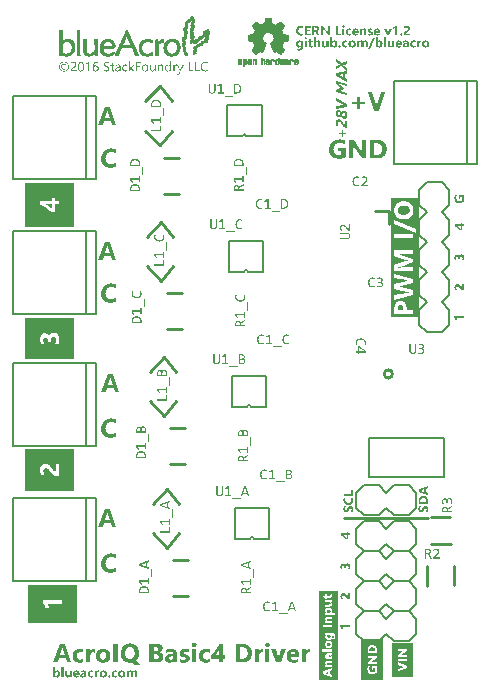
<source format=gto>
G04 Layer_Color=65535*
%FSLAX25Y25*%
%MOIN*%
G70*
G01*
G75*
%ADD29C,0.00800*%
%ADD30C,0.01000*%
%ADD41C,0.00787*%
%ADD42C,0.00100*%
G36*
X233049Y374209D02*
X232689D01*
Y377025D01*
X233049D01*
Y374209D01*
D02*
G37*
G36*
X231905Y379511D02*
X231912Y379496D01*
X231920Y379478D01*
X231931Y379448D01*
X231943Y379410D01*
X231958Y379369D01*
X231969Y379320D01*
X231984Y379264D01*
X231999Y379204D01*
X232014Y379140D01*
X232029Y379072D01*
X232040Y379001D01*
X232059Y378851D01*
X232062Y378769D01*
X232066Y378690D01*
Y378686D01*
Y378682D01*
Y378660D01*
X232062Y378623D01*
X232059Y378577D01*
X232055Y378518D01*
X232044Y378450D01*
X232032Y378375D01*
X232014Y378296D01*
X231991Y378214D01*
X231965Y378124D01*
X231931Y378038D01*
X231894Y377947D01*
X231845Y377861D01*
X231789Y377779D01*
X231725Y377700D01*
X231654Y377625D01*
X231650Y377621D01*
X231635Y377610D01*
X231609Y377591D01*
X231575Y377569D01*
X231534Y377539D01*
X231481Y377509D01*
X231417Y377475D01*
X231346Y377441D01*
X231264Y377404D01*
X231174Y377370D01*
X231072Y377340D01*
X230964Y377314D01*
X230844Y377288D01*
X230716Y377269D01*
X230577Y377257D01*
X230431Y377254D01*
X230364D01*
X230330Y377257D01*
X230289D01*
X230244Y377261D01*
X230195Y377265D01*
X230086Y377280D01*
X229966Y377295D01*
X229842Y377321D01*
X229722Y377355D01*
X229719D01*
X229708Y377359D01*
X229693Y377366D01*
X229670Y377374D01*
X229640Y377385D01*
X229610Y377396D01*
X229572Y377411D01*
X229535Y377430D01*
X229449Y377471D01*
X229359Y377520D01*
X229269Y377580D01*
X229183Y377647D01*
X229179Y377651D01*
X229171Y377655D01*
X229160Y377666D01*
X229145Y377681D01*
X229126Y377700D01*
X229107Y377723D01*
X229055Y377779D01*
X229002Y377842D01*
X228946Y377921D01*
X228890Y378011D01*
X228841Y378109D01*
Y378113D01*
X228837Y378120D01*
X228830Y378135D01*
X228822Y378157D01*
X228811Y378180D01*
X228804Y378214D01*
X228793Y378247D01*
X228777Y378285D01*
X228766Y378330D01*
X228755Y378375D01*
X228736Y378476D01*
X228721Y378592D01*
X228717Y378713D01*
Y378716D01*
Y378724D01*
Y378735D01*
Y378750D01*
Y378772D01*
X228721Y378795D01*
Y378851D01*
X228729Y378915D01*
X228736Y378986D01*
X228744Y379061D01*
X228759Y379136D01*
Y379140D01*
Y379144D01*
X228762Y379155D01*
X228766Y379170D01*
X228774Y379207D01*
X228785Y379256D01*
X228804Y379316D01*
X228822Y379380D01*
X228845Y379448D01*
X228871Y379515D01*
X229310D01*
Y379511D01*
X229306Y379507D01*
X229295Y379485D01*
X229276Y379448D01*
X229257Y379402D01*
X229231Y379346D01*
X229209Y379282D01*
X229186Y379215D01*
X229164Y379144D01*
Y379140D01*
X229160Y379136D01*
Y379125D01*
X229156Y379110D01*
X229149Y379072D01*
X229137Y379020D01*
X229126Y378960D01*
X229119Y378889D01*
X229115Y378810D01*
X229111Y378728D01*
Y378724D01*
Y378716D01*
Y378705D01*
Y378690D01*
X229115Y378667D01*
Y378645D01*
X229122Y378589D01*
X229134Y378525D01*
X229149Y378454D01*
X229171Y378382D01*
X229201Y378311D01*
Y378308D01*
X229205Y378304D01*
X229216Y378281D01*
X229239Y378244D01*
X229265Y378203D01*
X229299Y378150D01*
X229344Y378098D01*
X229393Y378045D01*
X229452Y377993D01*
X229460Y377989D01*
X229483Y377970D01*
X229516Y377947D01*
X229561Y377921D01*
X229621Y377888D01*
X229689Y377854D01*
X229764Y377824D01*
X229850Y377794D01*
X229854D01*
X229861Y377790D01*
X229872Y377786D01*
X229891Y377783D01*
X229914Y377779D01*
X229940Y377771D01*
X229970Y377767D01*
X230008Y377760D01*
X230086Y377749D01*
X230176Y377737D01*
X230281Y377730D01*
X230390Y377726D01*
X230450D01*
X230495Y377730D01*
X230547Y377734D01*
X230608Y377741D01*
X230675Y377749D01*
X230746Y377760D01*
X230825Y377771D01*
X230900Y377790D01*
X230982Y377809D01*
X231061Y377835D01*
X231140Y377865D01*
X231211Y377899D01*
X231282Y377936D01*
X231346Y377981D01*
X231350Y377985D01*
X231361Y377993D01*
X231376Y378008D01*
X231395Y378030D01*
X231421Y378056D01*
X231447Y378090D01*
X231477Y378128D01*
X231507Y378172D01*
X231537Y378225D01*
X231568Y378281D01*
X231594Y378341D01*
X231620Y378409D01*
X231639Y378484D01*
X231654Y378562D01*
X231665Y378649D01*
X231669Y378739D01*
Y378743D01*
Y378750D01*
Y378761D01*
Y378776D01*
X231665Y378814D01*
X231661Y378866D01*
X231658Y378930D01*
X231650Y378997D01*
X231639Y379069D01*
X231624Y379140D01*
Y379144D01*
X231620Y379148D01*
Y379159D01*
X231616Y379174D01*
X231605Y379211D01*
X231586Y379260D01*
X231568Y379316D01*
X231545Y379380D01*
X231515Y379448D01*
X231485Y379515D01*
X231905D01*
Y379511D01*
D02*
G37*
G36*
X189133Y302000D02*
X187605D01*
X187162Y303380D01*
X184948D01*
X184513Y302000D01*
X182993D01*
X185258Y308214D01*
X186919D01*
X189133Y302000D01*
D02*
G37*
G36*
X232025Y371831D02*
X231620D01*
Y372671D01*
X229231D01*
X229659Y371887D01*
X229287Y371730D01*
X228740Y372769D01*
Y373155D01*
X231620D01*
Y373883D01*
X232025D01*
Y371831D01*
D02*
G37*
G36*
X229989Y424846D02*
X230057Y424842D01*
X230132Y424834D01*
X230211Y424823D01*
X230293Y424812D01*
X230304D01*
X230316Y424808D01*
X230331Y424804D01*
X230372Y424797D01*
X230424Y424782D01*
X230484Y424767D01*
X230552Y424745D01*
X230623Y424722D01*
X230694Y424692D01*
X230698D01*
X230702Y424688D01*
X230724Y424677D01*
X230762Y424662D01*
X230807Y424636D01*
X230856Y424606D01*
X230916Y424572D01*
X230972Y424531D01*
X231032Y424486D01*
X231039Y424478D01*
X231058Y424463D01*
X231084Y424437D01*
X231122Y424400D01*
X231159Y424355D01*
X231204Y424302D01*
X231249Y424242D01*
X231291Y424174D01*
Y424171D01*
X231294Y424167D01*
X231302Y424156D01*
X231309Y424141D01*
X231328Y424103D01*
X231351Y424051D01*
X231377Y423987D01*
X231403Y423916D01*
X231429Y423833D01*
X231456Y423743D01*
Y423739D01*
X231459Y423732D01*
Y423717D01*
X231463Y423702D01*
X231467Y423676D01*
X231474Y423650D01*
X231478Y423620D01*
X231482Y423582D01*
X231493Y423499D01*
X231504Y423406D01*
X231508Y423301D01*
X231512Y423184D01*
Y422487D01*
X228242D01*
Y423327D01*
Y423331D01*
Y423335D01*
Y423346D01*
Y423361D01*
X228246Y423402D01*
X228249Y423455D01*
X228253Y423518D01*
X228264Y423590D01*
X228276Y423672D01*
X228291Y423758D01*
X228313Y423848D01*
X228339Y423946D01*
X228369Y424040D01*
X228411Y424133D01*
X228456Y424227D01*
X228508Y424313D01*
X228568Y424396D01*
X228639Y424471D01*
X228643Y424474D01*
X228658Y424486D01*
X228681Y424505D01*
X228714Y424531D01*
X228756Y424557D01*
X228808Y424591D01*
X228868Y424624D01*
X228936Y424662D01*
X229018Y424696D01*
X229104Y424729D01*
X229206Y424763D01*
X229314Y424789D01*
X229431Y424816D01*
X229558Y424834D01*
X229697Y424846D01*
X229843Y424850D01*
X229929D01*
X229989Y424846D01*
D02*
G37*
G36*
X187542Y293310D02*
X187631Y293302D01*
X187734Y293295D01*
X187845Y293288D01*
X188089Y293258D01*
X188347Y293221D01*
X188605Y293162D01*
X188849Y293089D01*
Y291738D01*
X188841Y291745D01*
X188819Y291753D01*
X188782Y291775D01*
X188738Y291797D01*
X188679Y291827D01*
X188605Y291856D01*
X188524Y291893D01*
X188435Y291930D01*
X188332Y291959D01*
X188229Y291996D01*
X188111Y292026D01*
X187985Y292055D01*
X187712Y292100D01*
X187572Y292107D01*
X187424Y292114D01*
X187343D01*
X187277Y292107D01*
X187203Y292100D01*
X187122Y292085D01*
X187026Y292070D01*
X186915Y292048D01*
X186804Y292018D01*
X186694Y291982D01*
X186576Y291937D01*
X186458Y291878D01*
X186339Y291819D01*
X186221Y291745D01*
X186111Y291657D01*
X186007Y291561D01*
X186000Y291553D01*
X185985Y291539D01*
X185956Y291502D01*
X185926Y291458D01*
X185882Y291406D01*
X185838Y291339D01*
X185793Y291258D01*
X185742Y291170D01*
X185690Y291066D01*
X185646Y290956D01*
X185601Y290830D01*
X185557Y290697D01*
X185528Y290557D01*
X185498Y290402D01*
X185483Y290240D01*
X185476Y290070D01*
Y290063D01*
Y290033D01*
Y289982D01*
X185483Y289922D01*
X185491Y289849D01*
X185505Y289760D01*
X185520Y289657D01*
X185542Y289553D01*
X185601Y289325D01*
X185638Y289207D01*
X185690Y289081D01*
X185749Y288963D01*
X185816Y288845D01*
X185889Y288734D01*
X185978Y288631D01*
X185985Y288624D01*
X186000Y288609D01*
X186030Y288579D01*
X186074Y288550D01*
X186125Y288506D01*
X186185Y288461D01*
X186258Y288417D01*
X186339Y288365D01*
X186435Y288314D01*
X186539Y288269D01*
X186649Y288225D01*
X186767Y288181D01*
X186900Y288151D01*
X187041Y288122D01*
X187188Y288107D01*
X187343Y288100D01*
X187424D01*
X187483Y288107D01*
X187557Y288114D01*
X187638Y288122D01*
X187734Y288137D01*
X187838Y288151D01*
X187948Y288173D01*
X188074Y288196D01*
X188325Y288269D01*
X188458Y288314D01*
X188590Y288365D01*
X188716Y288432D01*
X188849Y288498D01*
Y287214D01*
X188841D01*
X188819Y287199D01*
X188775Y287185D01*
X188723Y287162D01*
X188657Y287140D01*
X188576Y287111D01*
X188480Y287089D01*
X188369Y287059D01*
X188251Y287030D01*
X188111Y287000D01*
X187970Y286970D01*
X187808Y286948D01*
X187638Y286926D01*
X187461Y286911D01*
X187269Y286904D01*
X187070Y286897D01*
X187004D01*
X186930Y286904D01*
X186834Y286911D01*
X186716Y286919D01*
X186576Y286941D01*
X186421Y286963D01*
X186251Y287000D01*
X186074Y287044D01*
X185889Y287103D01*
X185705Y287170D01*
X185520Y287251D01*
X185328Y287347D01*
X185151Y287458D01*
X184982Y287583D01*
X184819Y287731D01*
X184812Y287738D01*
X184782Y287768D01*
X184745Y287819D01*
X184694Y287886D01*
X184627Y287967D01*
X184561Y288070D01*
X184487Y288188D01*
X184413Y288328D01*
X184332Y288476D01*
X184258Y288646D01*
X184192Y288830D01*
X184125Y289030D01*
X184074Y289244D01*
X184037Y289472D01*
X184007Y289708D01*
X184000Y289967D01*
Y289974D01*
Y289982D01*
Y290004D01*
Y290033D01*
X184007Y290114D01*
X184015Y290218D01*
X184029Y290343D01*
X184052Y290491D01*
X184074Y290653D01*
X184118Y290830D01*
X184162Y291022D01*
X184229Y291214D01*
X184303Y291421D01*
X184391Y291620D01*
X184494Y291819D01*
X184620Y292018D01*
X184760Y292210D01*
X184923Y292387D01*
X184930Y292395D01*
X184967Y292424D01*
X185018Y292476D01*
X185092Y292535D01*
X185181Y292601D01*
X185292Y292683D01*
X185424Y292764D01*
X185565Y292852D01*
X185734Y292941D01*
X185911Y293022D01*
X186111Y293103D01*
X186317Y293170D01*
X186546Y293229D01*
X186790Y293280D01*
X187048Y293310D01*
X187314Y293317D01*
X187469D01*
X187542Y293310D01*
D02*
G37*
G36*
X232025Y370699D02*
X230979Y370211D01*
X230975Y370208D01*
X230960Y370204D01*
X230937Y370193D01*
X230908Y370178D01*
X230844Y370140D01*
X230810Y370121D01*
X230780Y370099D01*
X230776Y370095D01*
X230765Y370088D01*
X230754Y370076D01*
X230735Y370061D01*
X230694Y370024D01*
X230656Y369975D01*
X230652Y369971D01*
X230649Y369964D01*
X230641Y369953D01*
X230630Y369934D01*
X230608Y369889D01*
X230589Y369832D01*
Y369829D01*
X230585Y369817D01*
X230581Y369802D01*
X230577Y369780D01*
X230574Y369754D01*
X230570Y369724D01*
X230566Y369656D01*
Y369446D01*
X232025D01*
Y369000D01*
X228755D01*
Y369874D01*
Y369878D01*
Y369885D01*
Y369900D01*
Y369922D01*
Y369945D01*
X228759Y369975D01*
X228762Y370042D01*
X228770Y370117D01*
X228781Y370200D01*
X228796Y370286D01*
X228819Y370365D01*
Y370369D01*
X228822Y370373D01*
X228826Y370384D01*
X228830Y370399D01*
X228845Y370436D01*
X228864Y370485D01*
X228890Y370537D01*
X228920Y370594D01*
X228954Y370650D01*
X228995Y370703D01*
X228999Y370710D01*
X229014Y370725D01*
X229040Y370747D01*
X229070Y370778D01*
X229111Y370808D01*
X229156Y370837D01*
X229209Y370867D01*
X229265Y370894D01*
X229272Y370898D01*
X229291Y370905D01*
X229325Y370913D01*
X229366Y370928D01*
X229419Y370939D01*
X229479Y370946D01*
X229546Y370954D01*
X229618Y370957D01*
X229644D01*
X229674Y370954D01*
X229711Y370950D01*
X229752Y370946D01*
X229801Y370939D01*
X229854Y370924D01*
X229906Y370909D01*
X229914Y370905D01*
X229929Y370901D01*
X229955Y370890D01*
X229989Y370875D01*
X230026Y370856D01*
X230067Y370834D01*
X230112Y370804D01*
X230154Y370774D01*
X230157Y370770D01*
X230172Y370759D01*
X230191Y370740D01*
X230218Y370714D01*
X230247Y370684D01*
X230281Y370646D01*
X230311Y370605D01*
X230345Y370556D01*
X230349Y370549D01*
X230360Y370534D01*
X230371Y370508D01*
X230390Y370470D01*
X230409Y370425D01*
X230431Y370376D01*
X230450Y370316D01*
X230465Y370256D01*
X230469Y370264D01*
X230472Y370279D01*
X230487Y370305D01*
X230502Y370335D01*
X230529Y370373D01*
X230555Y370410D01*
X230592Y370451D01*
X230634Y370489D01*
X230637Y370493D01*
X230656Y370508D01*
X230682Y370526D01*
X230716Y370549D01*
X230765Y370579D01*
X230818Y370613D01*
X230877Y370646D01*
X230949Y370684D01*
X232025Y371205D01*
Y370699D01*
D02*
G37*
G36*
X232085Y334534D02*
X232107D01*
X232164Y334526D01*
X232227Y334515D01*
X232299Y334496D01*
X232370Y334474D01*
X232441Y334444D01*
X232445D01*
X232449Y334440D01*
X232471Y334429D01*
X232505Y334406D01*
X232546Y334380D01*
X232595Y334343D01*
X232647Y334297D01*
X232700Y334249D01*
X232749Y334189D01*
X232752Y334181D01*
X232768Y334159D01*
X232790Y334125D01*
X232820Y334076D01*
X232850Y334020D01*
X232880Y333949D01*
X232910Y333874D01*
X232936Y333787D01*
Y333784D01*
X232940Y333776D01*
X232944Y333765D01*
X232947Y333746D01*
X232951Y333724D01*
X232955Y333698D01*
X232962Y333667D01*
X232966Y333634D01*
X232981Y333555D01*
X232989Y333465D01*
X232996Y333367D01*
X233000Y333262D01*
Y332419D01*
X229730D01*
Y333341D01*
Y333345D01*
Y333352D01*
Y333367D01*
Y333386D01*
X229734Y333413D01*
Y333442D01*
X229737Y333472D01*
X229741Y333510D01*
X229752Y333593D01*
X229771Y333682D01*
X229798Y333780D01*
X229831Y333881D01*
X229872Y333982D01*
X229925Y334080D01*
X229989Y334170D01*
X230067Y334253D01*
X230113Y334290D01*
X230157Y334320D01*
X230210Y334350D01*
X230266Y334376D01*
X230326Y334395D01*
X230386Y334410D01*
X230457Y334418D01*
X230529Y334421D01*
X230574D01*
X230596Y334418D01*
X230623Y334414D01*
X230682Y334406D01*
X230754Y334391D01*
X230833Y334369D01*
X230908Y334335D01*
X230982Y334294D01*
X230986D01*
X230990Y334286D01*
X231013Y334271D01*
X231046Y334241D01*
X231091Y334196D01*
X231136Y334140D01*
X231185Y334072D01*
X231230Y333986D01*
X231267Y333889D01*
Y333896D01*
X231271Y333911D01*
X231279Y333938D01*
X231286Y333967D01*
X231297Y334009D01*
X231312Y334050D01*
X231350Y334136D01*
X231354Y334140D01*
X231361Y334155D01*
X231372Y334177D01*
X231391Y334208D01*
X231414Y334238D01*
X231440Y334271D01*
X231474Y334309D01*
X231507Y334343D01*
X231511Y334346D01*
X231522Y334358D01*
X231545Y334372D01*
X231571Y334395D01*
X231605Y334418D01*
X231643Y334440D01*
X231684Y334462D01*
X231733Y334485D01*
X231740Y334489D01*
X231755Y334492D01*
X231781Y334500D01*
X231815Y334511D01*
X231860Y334523D01*
X231909Y334530D01*
X231965Y334534D01*
X232025Y334538D01*
X232063D01*
X232085Y334534D01*
D02*
G37*
G36*
X234000Y281699D02*
X232954Y281211D01*
X232950Y281207D01*
X232935Y281204D01*
X232912Y281192D01*
X232882Y281177D01*
X232819Y281140D01*
X232785Y281121D01*
X232755Y281099D01*
X232751Y281095D01*
X232740Y281087D01*
X232729Y281076D01*
X232710Y281061D01*
X232669Y281024D01*
X232631Y280975D01*
X232628Y280971D01*
X232624Y280964D01*
X232616Y280953D01*
X232605Y280934D01*
X232582Y280889D01*
X232564Y280833D01*
Y280829D01*
X232560Y280818D01*
X232556Y280802D01*
X232553Y280780D01*
X232549Y280754D01*
X232545Y280724D01*
X232541Y280656D01*
Y280446D01*
X234000D01*
Y280000D01*
X230730D01*
Y280874D01*
Y280877D01*
Y280885D01*
Y280900D01*
Y280923D01*
Y280945D01*
X230734Y280975D01*
X230737Y281043D01*
X230745Y281118D01*
X230756Y281200D01*
X230771Y281286D01*
X230794Y281365D01*
Y281369D01*
X230798Y281372D01*
X230801Y281384D01*
X230805Y281399D01*
X230820Y281436D01*
X230839Y281485D01*
X230865Y281538D01*
X230895Y281594D01*
X230929Y281650D01*
X230970Y281702D01*
X230974Y281710D01*
X230989Y281725D01*
X231015Y281748D01*
X231045Y281778D01*
X231086Y281807D01*
X231131Y281838D01*
X231184Y281868D01*
X231240Y281894D01*
X231247Y281897D01*
X231266Y281905D01*
X231300Y281912D01*
X231341Y281927D01*
X231394Y281939D01*
X231454Y281946D01*
X231521Y281954D01*
X231592Y281958D01*
X231619D01*
X231649Y281954D01*
X231686Y281950D01*
X231728Y281946D01*
X231776Y281939D01*
X231829Y281924D01*
X231881Y281909D01*
X231889Y281905D01*
X231904Y281901D01*
X231930Y281890D01*
X231964Y281875D01*
X232001Y281856D01*
X232043Y281834D01*
X232087Y281804D01*
X232129Y281774D01*
X232133Y281770D01*
X232148Y281759D01*
X232166Y281740D01*
X232192Y281714D01*
X232223Y281684D01*
X232256Y281646D01*
X232286Y281605D01*
X232320Y281556D01*
X232324Y281549D01*
X232335Y281534D01*
X232346Y281507D01*
X232365Y281470D01*
X232384Y281425D01*
X232406Y281376D01*
X232425Y281316D01*
X232440Y281256D01*
X232444Y281264D01*
X232448Y281279D01*
X232463Y281305D01*
X232477Y281335D01*
X232504Y281372D01*
X232530Y281410D01*
X232568Y281451D01*
X232609Y281489D01*
X232612Y281492D01*
X232631Y281507D01*
X232658Y281526D01*
X232691Y281549D01*
X232740Y281579D01*
X232792Y281612D01*
X232853Y281646D01*
X232924Y281684D01*
X234000Y282205D01*
Y281699D01*
D02*
G37*
G36*
Y282831D02*
X233595D01*
Y283671D01*
X231206D01*
X231634Y282888D01*
X231262Y282730D01*
X230715Y283769D01*
Y284155D01*
X233595D01*
Y284882D01*
X234000D01*
Y282831D01*
D02*
G37*
G36*
X190133Y347000D02*
X188605D01*
X188162Y348380D01*
X185948D01*
X185513Y347000D01*
X183993D01*
X186258Y353214D01*
X187919D01*
X190133Y347000D01*
D02*
G37*
G36*
X233000Y325699D02*
X231954Y325211D01*
X231950Y325207D01*
X231935Y325204D01*
X231912Y325192D01*
X231883Y325178D01*
X231819Y325140D01*
X231785Y325121D01*
X231755Y325099D01*
X231751Y325095D01*
X231740Y325087D01*
X231729Y325076D01*
X231710Y325061D01*
X231669Y325024D01*
X231631Y324975D01*
X231627Y324971D01*
X231624Y324964D01*
X231616Y324953D01*
X231605Y324934D01*
X231582Y324889D01*
X231564Y324833D01*
Y324829D01*
X231560Y324817D01*
X231556Y324802D01*
X231553Y324780D01*
X231549Y324754D01*
X231545Y324724D01*
X231541Y324656D01*
Y324446D01*
X233000D01*
Y324000D01*
X229730D01*
Y324874D01*
Y324878D01*
Y324885D01*
Y324900D01*
Y324922D01*
Y324945D01*
X229734Y324975D01*
X229737Y325043D01*
X229745Y325117D01*
X229756Y325200D01*
X229771Y325286D01*
X229794Y325365D01*
Y325369D01*
X229798Y325373D01*
X229801Y325384D01*
X229805Y325399D01*
X229820Y325436D01*
X229839Y325485D01*
X229865Y325537D01*
X229895Y325594D01*
X229929Y325650D01*
X229970Y325703D01*
X229974Y325710D01*
X229989Y325725D01*
X230015Y325747D01*
X230045Y325778D01*
X230086Y325807D01*
X230131Y325837D01*
X230184Y325868D01*
X230240Y325894D01*
X230247Y325898D01*
X230266Y325905D01*
X230300Y325912D01*
X230341Y325927D01*
X230394Y325939D01*
X230454Y325946D01*
X230521Y325954D01*
X230592Y325957D01*
X230619D01*
X230649Y325954D01*
X230686Y325950D01*
X230728Y325946D01*
X230776Y325939D01*
X230829Y325924D01*
X230881Y325909D01*
X230889Y325905D01*
X230904Y325901D01*
X230930Y325890D01*
X230964Y325875D01*
X231001Y325856D01*
X231043Y325834D01*
X231087Y325804D01*
X231129Y325774D01*
X231133Y325770D01*
X231148Y325759D01*
X231166Y325740D01*
X231192Y325714D01*
X231223Y325684D01*
X231256Y325646D01*
X231286Y325605D01*
X231320Y325556D01*
X231324Y325549D01*
X231335Y325534D01*
X231346Y325507D01*
X231365Y325470D01*
X231384Y325425D01*
X231406Y325376D01*
X231425Y325316D01*
X231440Y325256D01*
X231444Y325264D01*
X231448Y325279D01*
X231463Y325305D01*
X231477Y325335D01*
X231504Y325373D01*
X231530Y325410D01*
X231568Y325451D01*
X231609Y325489D01*
X231612Y325493D01*
X231631Y325507D01*
X231658Y325526D01*
X231691Y325549D01*
X231740Y325579D01*
X231792Y325612D01*
X231853Y325646D01*
X231924Y325684D01*
X233000Y326205D01*
Y325699D01*
D02*
G37*
G36*
Y326831D02*
X232595D01*
Y327671D01*
X230206D01*
X230634Y326887D01*
X230262Y326730D01*
X229715Y327769D01*
Y328155D01*
X232595D01*
Y328883D01*
X233000D01*
Y326831D01*
D02*
G37*
G36*
X234024Y329209D02*
X233664D01*
Y332025D01*
X234024D01*
Y329209D01*
D02*
G37*
G36*
X187542Y428310D02*
X187631Y428302D01*
X187734Y428295D01*
X187845Y428288D01*
X188089Y428258D01*
X188347Y428221D01*
X188605Y428162D01*
X188849Y428089D01*
Y426738D01*
X188841Y426745D01*
X188819Y426753D01*
X188782Y426775D01*
X188738Y426797D01*
X188679Y426826D01*
X188605Y426856D01*
X188524Y426893D01*
X188435Y426930D01*
X188332Y426959D01*
X188229Y426996D01*
X188111Y427026D01*
X187985Y427055D01*
X187712Y427100D01*
X187572Y427107D01*
X187424Y427114D01*
X187343D01*
X187277Y427107D01*
X187203Y427100D01*
X187122Y427085D01*
X187026Y427070D01*
X186915Y427048D01*
X186804Y427018D01*
X186694Y426981D01*
X186576Y426937D01*
X186458Y426878D01*
X186339Y426819D01*
X186221Y426745D01*
X186111Y426657D01*
X186007Y426561D01*
X186000Y426553D01*
X185985Y426539D01*
X185956Y426502D01*
X185926Y426458D01*
X185882Y426406D01*
X185838Y426339D01*
X185793Y426258D01*
X185742Y426170D01*
X185690Y426066D01*
X185646Y425956D01*
X185601Y425830D01*
X185557Y425697D01*
X185528Y425557D01*
X185498Y425402D01*
X185483Y425240D01*
X185476Y425070D01*
Y425063D01*
Y425033D01*
Y424981D01*
X185483Y424923D01*
X185491Y424849D01*
X185505Y424760D01*
X185520Y424657D01*
X185542Y424553D01*
X185601Y424325D01*
X185638Y424207D01*
X185690Y424081D01*
X185749Y423963D01*
X185816Y423845D01*
X185889Y423734D01*
X185978Y423631D01*
X185985Y423624D01*
X186000Y423609D01*
X186030Y423579D01*
X186074Y423550D01*
X186125Y423505D01*
X186185Y423461D01*
X186258Y423417D01*
X186339Y423365D01*
X186435Y423314D01*
X186539Y423269D01*
X186649Y423225D01*
X186767Y423181D01*
X186900Y423151D01*
X187041Y423122D01*
X187188Y423107D01*
X187343Y423100D01*
X187424D01*
X187483Y423107D01*
X187557Y423114D01*
X187638Y423122D01*
X187734Y423137D01*
X187838Y423151D01*
X187948Y423173D01*
X188074Y423196D01*
X188325Y423269D01*
X188458Y423314D01*
X188590Y423365D01*
X188716Y423432D01*
X188849Y423498D01*
Y422214D01*
X188841D01*
X188819Y422199D01*
X188775Y422185D01*
X188723Y422162D01*
X188657Y422140D01*
X188576Y422111D01*
X188480Y422089D01*
X188369Y422059D01*
X188251Y422029D01*
X188111Y422000D01*
X187970Y421971D01*
X187808Y421948D01*
X187638Y421926D01*
X187461Y421911D01*
X187269Y421904D01*
X187070Y421897D01*
X187004D01*
X186930Y421904D01*
X186834Y421911D01*
X186716Y421919D01*
X186576Y421941D01*
X186421Y421963D01*
X186251Y422000D01*
X186074Y422044D01*
X185889Y422103D01*
X185705Y422170D01*
X185520Y422251D01*
X185328Y422347D01*
X185151Y422458D01*
X184982Y422583D01*
X184819Y422731D01*
X184812Y422738D01*
X184782Y422767D01*
X184745Y422819D01*
X184694Y422886D01*
X184627Y422967D01*
X184561Y423070D01*
X184487Y423188D01*
X184413Y423328D01*
X184332Y423476D01*
X184258Y423646D01*
X184192Y423830D01*
X184125Y424029D01*
X184074Y424243D01*
X184037Y424472D01*
X184007Y424709D01*
X184000Y424967D01*
Y424974D01*
Y424981D01*
Y425004D01*
Y425033D01*
X184007Y425114D01*
X184015Y425218D01*
X184029Y425343D01*
X184052Y425491D01*
X184074Y425653D01*
X184118Y425830D01*
X184162Y426022D01*
X184229Y426214D01*
X184303Y426421D01*
X184391Y426620D01*
X184494Y426819D01*
X184620Y427018D01*
X184760Y427210D01*
X184923Y427387D01*
X184930Y427395D01*
X184967Y427424D01*
X185018Y427476D01*
X185092Y427535D01*
X185181Y427601D01*
X185292Y427683D01*
X185424Y427764D01*
X185565Y427852D01*
X185734Y427941D01*
X185911Y428022D01*
X186111Y428103D01*
X186317Y428170D01*
X186546Y428229D01*
X186790Y428280D01*
X187048Y428310D01*
X187314Y428317D01*
X187469D01*
X187542Y428310D01*
D02*
G37*
G36*
X230575Y311376D02*
X227759D01*
Y311736D01*
X230575D01*
Y311376D01*
D02*
G37*
G36*
X226705Y312805D02*
X227432D01*
Y312400D01*
X225381D01*
Y312805D01*
X226221D01*
Y315194D01*
X225437Y314766D01*
X225280Y315138D01*
X226319Y315685D01*
X226705D01*
Y312805D01*
D02*
G37*
G36*
X305000Y371668D02*
X302555D01*
X302559Y371664D01*
X302562Y371656D01*
X302574Y371645D01*
X302585Y371630D01*
X302619Y371589D01*
X302653Y371533D01*
X302656Y371529D01*
X302660Y371517D01*
X302667Y371502D01*
X302679Y371484D01*
X302694Y371458D01*
X302705Y371427D01*
X302735Y371364D01*
Y371360D01*
X302739Y371349D01*
X302746Y371330D01*
X302754Y371307D01*
X302765Y371281D01*
X302776Y371251D01*
X302795Y371184D01*
Y371180D01*
X302799Y371169D01*
X302802Y371150D01*
X302810Y371124D01*
X302814Y371097D01*
X302821Y371064D01*
X302833Y370996D01*
X302248D01*
Y371000D01*
X302244Y371007D01*
X302240Y371023D01*
X302233Y371041D01*
X302225Y371068D01*
X302218Y371094D01*
X302191Y371161D01*
X302165Y371240D01*
X302128Y371326D01*
X302090Y371416D01*
X302045Y371506D01*
Y371510D01*
X302038Y371517D01*
X302034Y371529D01*
X302023Y371548D01*
X302011Y371566D01*
X301996Y371592D01*
X301962Y371653D01*
X301925Y371716D01*
X301876Y371791D01*
X301828Y371866D01*
X301771Y371941D01*
Y372361D01*
X305000D01*
Y371668D01*
D02*
G37*
G36*
X225705Y356805D02*
X226432D01*
Y356400D01*
X224381D01*
Y356805D01*
X225221D01*
Y359194D01*
X224437Y358766D01*
X224280Y359138D01*
X225319Y359685D01*
X225705D01*
Y356805D01*
D02*
G37*
G36*
X230962Y359666D02*
X230993D01*
X231023Y359663D01*
X231060Y359659D01*
X231142Y359647D01*
X231233Y359629D01*
X231330Y359602D01*
X231431Y359569D01*
X231533Y359527D01*
X231630Y359475D01*
X231720Y359411D01*
X231803Y359332D01*
X231840Y359288D01*
X231870Y359243D01*
X231900Y359190D01*
X231926Y359134D01*
X231945Y359074D01*
X231960Y359014D01*
X231967Y358943D01*
X231971Y358871D01*
Y358868D01*
Y358860D01*
Y358845D01*
Y358826D01*
X231967Y358804D01*
X231964Y358777D01*
X231956Y358717D01*
X231941Y358646D01*
X231919Y358568D01*
X231885Y358492D01*
X231844Y358418D01*
Y358414D01*
X231836Y358410D01*
X231821Y358387D01*
X231791Y358354D01*
X231746Y358309D01*
X231690Y358264D01*
X231623Y358215D01*
X231536Y358170D01*
X231439Y358133D01*
X231446D01*
X231461Y358129D01*
X231487Y358121D01*
X231518Y358114D01*
X231559Y358102D01*
X231600Y358087D01*
X231686Y358050D01*
X231690Y358046D01*
X231705Y358039D01*
X231728Y358028D01*
X231757Y358009D01*
X231787Y357986D01*
X231821Y357960D01*
X231859Y357926D01*
X231892Y357892D01*
X231896Y357889D01*
X231908Y357877D01*
X231923Y357855D01*
X231945Y357829D01*
X231967Y357795D01*
X231990Y357757D01*
X232013Y357716D01*
X232035Y357667D01*
X232039Y357660D01*
X232043Y357645D01*
X232050Y357619D01*
X232061Y357585D01*
X232072Y357540D01*
X232080Y357491D01*
X232084Y357435D01*
X232087Y357375D01*
Y357371D01*
Y357364D01*
Y357352D01*
Y357337D01*
X232084Y357315D01*
Y357293D01*
X232076Y357236D01*
X232065Y357172D01*
X232046Y357101D01*
X232024Y357030D01*
X231994Y356959D01*
Y356955D01*
X231990Y356951D01*
X231979Y356929D01*
X231956Y356895D01*
X231930Y356854D01*
X231892Y356805D01*
X231848Y356752D01*
X231799Y356700D01*
X231739Y356651D01*
X231731Y356647D01*
X231709Y356632D01*
X231675Y356610D01*
X231626Y356580D01*
X231570Y356550D01*
X231499Y356520D01*
X231424Y356490D01*
X231337Y356464D01*
X231334D01*
X231326Y356460D01*
X231315Y356456D01*
X231296Y356452D01*
X231274Y356449D01*
X231247Y356445D01*
X231218Y356437D01*
X231184Y356434D01*
X231105Y356419D01*
X231015Y356411D01*
X230918Y356404D01*
X230813Y356400D01*
X229969D01*
Y359670D01*
X230936D01*
X230962Y359666D01*
D02*
G37*
G36*
X223676Y357536D02*
Y357533D01*
Y357525D01*
Y357510D01*
Y357491D01*
X223673Y357469D01*
Y357439D01*
X223665Y357375D01*
X223657Y357296D01*
X223642Y357214D01*
X223624Y357131D01*
X223598Y357045D01*
Y357041D01*
X223594Y357034D01*
X223590Y357023D01*
X223583Y357008D01*
X223568Y356970D01*
X223541Y356918D01*
X223511Y356857D01*
X223470Y356798D01*
X223425Y356734D01*
X223373Y356674D01*
X223365Y356666D01*
X223346Y356647D01*
X223316Y356621D01*
X223271Y356588D01*
X223219Y356550D01*
X223159Y356509D01*
X223091Y356471D01*
X223012Y356437D01*
X223009D01*
X223001Y356434D01*
X222990Y356430D01*
X222975Y356426D01*
X222956Y356419D01*
X222930Y356411D01*
X222870Y356396D01*
X222799Y356381D01*
X222716Y356366D01*
X222622Y356359D01*
X222521Y356355D01*
X222469D01*
X222443Y356359D01*
X222412D01*
X222341Y356366D01*
X222259Y356374D01*
X222172Y356389D01*
X222082Y356407D01*
X222000Y356434D01*
X221996D01*
X221992Y356437D01*
X221981Y356441D01*
X221966Y356449D01*
X221925Y356468D01*
X221880Y356490D01*
X221824Y356524D01*
X221767Y356561D01*
X221708Y356606D01*
X221655Y356659D01*
X221648Y356666D01*
X221633Y356685D01*
X221610Y356715D01*
X221580Y356756D01*
X221550Y356809D01*
X221516Y356869D01*
X221486Y356936D01*
X221460Y357011D01*
Y357015D01*
X221456Y357023D01*
Y357034D01*
X221452Y357049D01*
X221445Y357067D01*
X221441Y357090D01*
X221430Y357146D01*
X221419Y357214D01*
X221411Y357293D01*
X221404Y357379D01*
X221400Y357469D01*
Y359670D01*
X221846D01*
Y357503D01*
Y357499D01*
Y357495D01*
Y357484D01*
Y357469D01*
X221850Y357435D01*
Y357390D01*
X221854Y357337D01*
X221861Y357281D01*
X221869Y357221D01*
X221880Y357165D01*
X221884Y357157D01*
X221887Y357142D01*
X221895Y357113D01*
X221910Y357079D01*
X221925Y357041D01*
X221948Y357000D01*
X221970Y356959D01*
X222000Y356921D01*
X222004Y356918D01*
X222015Y356906D01*
X222034Y356888D01*
X222056Y356865D01*
X222090Y356842D01*
X222124Y356820D01*
X222169Y356794D01*
X222214Y356775D01*
X222221Y356771D01*
X222236Y356768D01*
X222266Y356760D01*
X222304Y356752D01*
X222349Y356741D01*
X222405Y356734D01*
X222469Y356730D01*
X222536Y356726D01*
X222570D01*
X222592Y356730D01*
X222622Y356734D01*
X222656Y356737D01*
X222735Y356752D01*
X222817Y356775D01*
X222904Y356813D01*
X222945Y356835D01*
X222986Y356861D01*
X223024Y356895D01*
X223058Y356929D01*
X223061Y356932D01*
X223065Y356940D01*
X223073Y356951D01*
X223084Y356966D01*
X223099Y356989D01*
X223114Y357015D01*
X223129Y357045D01*
X223144Y357079D01*
X223159Y357116D01*
X223174Y357161D01*
X223189Y357206D01*
X223204Y357259D01*
X223215Y357315D01*
X223222Y357375D01*
X223230Y357439D01*
Y357506D01*
Y359670D01*
X223676D01*
Y357536D01*
D02*
G37*
G36*
X231512Y415887D02*
X230466Y415400D01*
X230462Y415396D01*
X230447Y415392D01*
X230424Y415381D01*
X230394Y415366D01*
X230331Y415328D01*
X230297Y415309D01*
X230267Y415287D01*
X230263Y415283D01*
X230252Y415276D01*
X230241Y415265D01*
X230222Y415249D01*
X230181Y415212D01*
X230143Y415163D01*
X230139Y415160D01*
X230136Y415152D01*
X230128Y415141D01*
X230117Y415122D01*
X230094Y415077D01*
X230076Y415021D01*
Y415017D01*
X230072Y415006D01*
X230068Y414991D01*
X230064Y414968D01*
X230061Y414942D01*
X230057Y414912D01*
X230053Y414845D01*
Y414635D01*
X231512D01*
Y414188D01*
X228242D01*
Y415062D01*
Y415066D01*
Y415073D01*
Y415088D01*
Y415111D01*
Y415133D01*
X228246Y415163D01*
X228249Y415231D01*
X228257Y415306D01*
X228268Y415388D01*
X228283Y415475D01*
X228306Y415553D01*
Y415557D01*
X228309Y415561D01*
X228313Y415572D01*
X228317Y415587D01*
X228332Y415625D01*
X228351Y415673D01*
X228377Y415726D01*
X228407Y415782D01*
X228441Y415838D01*
X228482Y415891D01*
X228486Y415898D01*
X228501Y415913D01*
X228527Y415936D01*
X228557Y415966D01*
X228598Y415996D01*
X228643Y416026D01*
X228696Y416056D01*
X228752Y416082D01*
X228759Y416086D01*
X228778Y416093D01*
X228812Y416101D01*
X228853Y416116D01*
X228906Y416127D01*
X228966Y416135D01*
X229033Y416142D01*
X229104Y416146D01*
X229131D01*
X229161Y416142D01*
X229198Y416138D01*
X229239Y416135D01*
X229288Y416127D01*
X229341Y416112D01*
X229393Y416097D01*
X229401Y416093D01*
X229416Y416089D01*
X229442Y416078D01*
X229476Y416063D01*
X229513Y416045D01*
X229554Y416022D01*
X229599Y415992D01*
X229641Y415962D01*
X229644Y415958D01*
X229659Y415947D01*
X229678Y415928D01*
X229704Y415902D01*
X229734Y415872D01*
X229768Y415835D01*
X229798Y415793D01*
X229832Y415744D01*
X229836Y415737D01*
X229847Y415722D01*
X229858Y415696D01*
X229877Y415658D01*
X229896Y415613D01*
X229918Y415564D01*
X229937Y415505D01*
X229952Y415445D01*
X229956Y415452D01*
X229959Y415467D01*
X229974Y415493D01*
X229989Y415523D01*
X230016Y415561D01*
X230042Y415598D01*
X230079Y415639D01*
X230121Y415677D01*
X230124Y415681D01*
X230143Y415696D01*
X230169Y415715D01*
X230203Y415737D01*
X230252Y415767D01*
X230304Y415801D01*
X230364Y415835D01*
X230436Y415872D01*
X231512Y416393D01*
Y415887D01*
D02*
G37*
G36*
Y417020D02*
X231107D01*
Y417860D01*
X228718D01*
X229146Y417076D01*
X228774Y416918D01*
X228227Y417957D01*
Y418343D01*
X231107D01*
Y419071D01*
X231512D01*
Y417020D01*
D02*
G37*
G36*
X232536Y419397D02*
X232176D01*
Y422213D01*
X232536D01*
Y419397D01*
D02*
G37*
G36*
X187542Y338310D02*
X187631Y338302D01*
X187734Y338295D01*
X187845Y338288D01*
X188089Y338258D01*
X188347Y338221D01*
X188605Y338162D01*
X188849Y338088D01*
Y336738D01*
X188841Y336745D01*
X188819Y336753D01*
X188782Y336775D01*
X188738Y336797D01*
X188679Y336826D01*
X188605Y336856D01*
X188524Y336893D01*
X188435Y336930D01*
X188332Y336959D01*
X188229Y336996D01*
X188111Y337026D01*
X187985Y337055D01*
X187712Y337100D01*
X187572Y337107D01*
X187424Y337114D01*
X187343D01*
X187277Y337107D01*
X187203Y337100D01*
X187122Y337085D01*
X187026Y337070D01*
X186915Y337048D01*
X186804Y337018D01*
X186694Y336982D01*
X186576Y336937D01*
X186458Y336878D01*
X186339Y336819D01*
X186221Y336745D01*
X186111Y336657D01*
X186007Y336561D01*
X186000Y336554D01*
X185985Y336539D01*
X185956Y336502D01*
X185926Y336457D01*
X185882Y336406D01*
X185838Y336339D01*
X185793Y336258D01*
X185742Y336170D01*
X185690Y336066D01*
X185646Y335956D01*
X185601Y335830D01*
X185557Y335697D01*
X185528Y335557D01*
X185498Y335402D01*
X185483Y335240D01*
X185476Y335070D01*
Y335063D01*
Y335033D01*
Y334981D01*
X185483Y334923D01*
X185491Y334849D01*
X185505Y334760D01*
X185520Y334657D01*
X185542Y334554D01*
X185601Y334325D01*
X185638Y334207D01*
X185690Y334081D01*
X185749Y333963D01*
X185816Y333845D01*
X185889Y333734D01*
X185978Y333631D01*
X185985Y333624D01*
X186000Y333609D01*
X186030Y333579D01*
X186074Y333550D01*
X186125Y333506D01*
X186185Y333461D01*
X186258Y333417D01*
X186339Y333365D01*
X186435Y333314D01*
X186539Y333269D01*
X186649Y333225D01*
X186767Y333181D01*
X186900Y333151D01*
X187041Y333122D01*
X187188Y333107D01*
X187343Y333100D01*
X187424D01*
X187483Y333107D01*
X187557Y333114D01*
X187638Y333122D01*
X187734Y333137D01*
X187838Y333151D01*
X187948Y333173D01*
X188074Y333196D01*
X188325Y333269D01*
X188458Y333314D01*
X188590Y333365D01*
X188716Y333432D01*
X188849Y333498D01*
Y332214D01*
X188841D01*
X188819Y332199D01*
X188775Y332185D01*
X188723Y332162D01*
X188657Y332140D01*
X188576Y332111D01*
X188480Y332089D01*
X188369Y332059D01*
X188251Y332030D01*
X188111Y332000D01*
X187970Y331971D01*
X187808Y331948D01*
X187638Y331926D01*
X187461Y331911D01*
X187269Y331904D01*
X187070Y331897D01*
X187004D01*
X186930Y331904D01*
X186834Y331911D01*
X186716Y331919D01*
X186576Y331941D01*
X186421Y331963D01*
X186251Y332000D01*
X186074Y332044D01*
X185889Y332103D01*
X185705Y332170D01*
X185520Y332251D01*
X185328Y332347D01*
X185151Y332458D01*
X184982Y332583D01*
X184819Y332731D01*
X184812Y332738D01*
X184782Y332768D01*
X184745Y332819D01*
X184694Y332886D01*
X184627Y332967D01*
X184561Y333070D01*
X184487Y333188D01*
X184413Y333328D01*
X184332Y333476D01*
X184258Y333646D01*
X184192Y333830D01*
X184125Y334030D01*
X184074Y334243D01*
X184037Y334472D01*
X184007Y334708D01*
X184000Y334967D01*
Y334974D01*
Y334981D01*
Y335004D01*
Y335033D01*
X184007Y335114D01*
X184015Y335218D01*
X184029Y335343D01*
X184052Y335491D01*
X184074Y335653D01*
X184118Y335830D01*
X184162Y336022D01*
X184229Y336214D01*
X184303Y336421D01*
X184391Y336620D01*
X184494Y336819D01*
X184620Y337018D01*
X184760Y337210D01*
X184923Y337387D01*
X184930Y337395D01*
X184967Y337424D01*
X185018Y337476D01*
X185092Y337535D01*
X185181Y337601D01*
X185292Y337683D01*
X185424Y337764D01*
X185565Y337852D01*
X185734Y337941D01*
X185911Y338022D01*
X186111Y338103D01*
X186317Y338170D01*
X186546Y338229D01*
X186790Y338280D01*
X187048Y338310D01*
X187314Y338317D01*
X187469D01*
X187542Y338310D01*
D02*
G37*
G36*
X233365Y312400D02*
X232881D01*
X232652Y313112D01*
X231288D01*
X231059Y312400D01*
X230597D01*
X231681Y315670D01*
X232293D01*
X233365Y312400D01*
D02*
G37*
G36*
X224676Y313536D02*
Y313532D01*
Y313525D01*
Y313510D01*
Y313491D01*
X224673Y313469D01*
Y313439D01*
X224665Y313375D01*
X224658Y313296D01*
X224642Y313214D01*
X224624Y313131D01*
X224598Y313045D01*
Y313041D01*
X224594Y313034D01*
X224590Y313022D01*
X224583Y313007D01*
X224568Y312970D01*
X224541Y312917D01*
X224511Y312858D01*
X224470Y312797D01*
X224425Y312734D01*
X224373Y312674D01*
X224365Y312666D01*
X224346Y312648D01*
X224316Y312621D01*
X224271Y312587D01*
X224219Y312550D01*
X224159Y312509D01*
X224091Y312471D01*
X224012Y312438D01*
X224009D01*
X224001Y312434D01*
X223990Y312430D01*
X223975Y312426D01*
X223956Y312419D01*
X223930Y312411D01*
X223870Y312396D01*
X223799Y312381D01*
X223716Y312366D01*
X223622Y312359D01*
X223521Y312355D01*
X223469D01*
X223443Y312359D01*
X223412D01*
X223341Y312366D01*
X223259Y312374D01*
X223172Y312389D01*
X223082Y312407D01*
X223000Y312434D01*
X222996D01*
X222992Y312438D01*
X222981Y312441D01*
X222966Y312449D01*
X222925Y312468D01*
X222880Y312490D01*
X222824Y312524D01*
X222767Y312561D01*
X222708Y312606D01*
X222655Y312659D01*
X222648Y312666D01*
X222633Y312685D01*
X222610Y312715D01*
X222580Y312756D01*
X222550Y312809D01*
X222516Y312869D01*
X222486Y312936D01*
X222460Y313011D01*
Y313015D01*
X222456Y313022D01*
Y313034D01*
X222452Y313049D01*
X222445Y313068D01*
X222441Y313090D01*
X222430Y313146D01*
X222419Y313214D01*
X222411Y313293D01*
X222404Y313379D01*
X222400Y313469D01*
Y315670D01*
X222846D01*
Y313503D01*
Y313499D01*
Y313495D01*
Y313484D01*
Y313469D01*
X222850Y313435D01*
Y313390D01*
X222854Y313337D01*
X222861Y313281D01*
X222869Y313221D01*
X222880Y313165D01*
X222884Y313158D01*
X222887Y313142D01*
X222895Y313112D01*
X222910Y313079D01*
X222925Y313041D01*
X222948Y313000D01*
X222970Y312959D01*
X223000Y312921D01*
X223004Y312917D01*
X223015Y312906D01*
X223034Y312888D01*
X223056Y312865D01*
X223090Y312842D01*
X223124Y312820D01*
X223169Y312794D01*
X223214Y312775D01*
X223221Y312771D01*
X223236Y312768D01*
X223266Y312760D01*
X223304Y312753D01*
X223349Y312741D01*
X223405Y312734D01*
X223469Y312730D01*
X223536Y312726D01*
X223570D01*
X223592Y312730D01*
X223622Y312734D01*
X223656Y312737D01*
X223735Y312753D01*
X223817Y312775D01*
X223904Y312812D01*
X223945Y312835D01*
X223986Y312861D01*
X224024Y312895D01*
X224058Y312929D01*
X224061Y312932D01*
X224065Y312940D01*
X224073Y312951D01*
X224084Y312966D01*
X224099Y312989D01*
X224114Y313015D01*
X224129Y313045D01*
X224144Y313079D01*
X224159Y313116D01*
X224174Y313161D01*
X224189Y313206D01*
X224204Y313259D01*
X224215Y313315D01*
X224222Y313375D01*
X224230Y313439D01*
Y313506D01*
Y315670D01*
X224676D01*
Y313536D01*
D02*
G37*
G36*
X187542Y383310D02*
X187631Y383302D01*
X187734Y383295D01*
X187845Y383288D01*
X188089Y383258D01*
X188347Y383221D01*
X188605Y383162D01*
X188849Y383088D01*
Y381738D01*
X188841Y381745D01*
X188819Y381753D01*
X188782Y381775D01*
X188738Y381797D01*
X188679Y381826D01*
X188605Y381856D01*
X188524Y381893D01*
X188435Y381930D01*
X188332Y381959D01*
X188229Y381996D01*
X188111Y382026D01*
X187985Y382055D01*
X187712Y382100D01*
X187572Y382107D01*
X187424Y382114D01*
X187343D01*
X187277Y382107D01*
X187203Y382100D01*
X187122Y382085D01*
X187026Y382070D01*
X186915Y382048D01*
X186804Y382018D01*
X186694Y381981D01*
X186576Y381937D01*
X186458Y381878D01*
X186339Y381819D01*
X186221Y381745D01*
X186111Y381657D01*
X186007Y381561D01*
X186000Y381554D01*
X185985Y381539D01*
X185956Y381502D01*
X185926Y381457D01*
X185882Y381406D01*
X185838Y381339D01*
X185793Y381258D01*
X185742Y381170D01*
X185690Y381066D01*
X185646Y380956D01*
X185601Y380830D01*
X185557Y380697D01*
X185528Y380557D01*
X185498Y380402D01*
X185483Y380240D01*
X185476Y380070D01*
Y380063D01*
Y380033D01*
Y379981D01*
X185483Y379923D01*
X185491Y379849D01*
X185505Y379760D01*
X185520Y379657D01*
X185542Y379554D01*
X185601Y379325D01*
X185638Y379207D01*
X185690Y379081D01*
X185749Y378963D01*
X185816Y378845D01*
X185889Y378734D01*
X185978Y378631D01*
X185985Y378624D01*
X186000Y378609D01*
X186030Y378579D01*
X186074Y378550D01*
X186125Y378505D01*
X186185Y378461D01*
X186258Y378417D01*
X186339Y378365D01*
X186435Y378314D01*
X186539Y378269D01*
X186649Y378225D01*
X186767Y378181D01*
X186900Y378151D01*
X187041Y378122D01*
X187188Y378107D01*
X187343Y378100D01*
X187424D01*
X187483Y378107D01*
X187557Y378114D01*
X187638Y378122D01*
X187734Y378136D01*
X187838Y378151D01*
X187948Y378173D01*
X188074Y378196D01*
X188325Y378269D01*
X188458Y378314D01*
X188590Y378365D01*
X188716Y378432D01*
X188849Y378498D01*
Y377214D01*
X188841D01*
X188819Y377199D01*
X188775Y377185D01*
X188723Y377162D01*
X188657Y377140D01*
X188576Y377111D01*
X188480Y377089D01*
X188369Y377059D01*
X188251Y377029D01*
X188111Y377000D01*
X187970Y376971D01*
X187808Y376948D01*
X187638Y376926D01*
X187461Y376911D01*
X187269Y376904D01*
X187070Y376897D01*
X187004D01*
X186930Y376904D01*
X186834Y376911D01*
X186716Y376919D01*
X186576Y376941D01*
X186421Y376963D01*
X186251Y377000D01*
X186074Y377044D01*
X185889Y377103D01*
X185705Y377170D01*
X185520Y377251D01*
X185328Y377347D01*
X185151Y377458D01*
X184982Y377583D01*
X184819Y377731D01*
X184812Y377738D01*
X184782Y377767D01*
X184745Y377819D01*
X184694Y377886D01*
X184627Y377967D01*
X184561Y378070D01*
X184487Y378188D01*
X184413Y378328D01*
X184332Y378476D01*
X184258Y378646D01*
X184192Y378830D01*
X184125Y379029D01*
X184074Y379243D01*
X184037Y379472D01*
X184007Y379709D01*
X184000Y379967D01*
Y379974D01*
Y379981D01*
Y380004D01*
Y380033D01*
X184007Y380114D01*
X184015Y380218D01*
X184029Y380343D01*
X184052Y380491D01*
X184074Y380653D01*
X184118Y380830D01*
X184162Y381022D01*
X184229Y381214D01*
X184303Y381421D01*
X184391Y381620D01*
X184494Y381819D01*
X184620Y382018D01*
X184760Y382210D01*
X184923Y382387D01*
X184930Y382395D01*
X184967Y382424D01*
X185018Y382476D01*
X185092Y382535D01*
X185181Y382601D01*
X185292Y382683D01*
X185424Y382764D01*
X185565Y382852D01*
X185734Y382941D01*
X185911Y383022D01*
X186111Y383103D01*
X186317Y383170D01*
X186546Y383229D01*
X186790Y383280D01*
X187048Y383310D01*
X187314Y383317D01*
X187469D01*
X187542Y383310D01*
D02*
G37*
G36*
X235024Y285209D02*
X234664D01*
Y288025D01*
X235024D01*
Y285209D01*
D02*
G37*
G36*
X207995Y305240D02*
X207635D01*
Y308056D01*
X207995D01*
Y305240D01*
D02*
G37*
G36*
X206971Y310363D02*
X206259Y310134D01*
Y308769D01*
X206971Y308540D01*
Y308079D01*
X203701Y309163D01*
Y309774D01*
X206971Y310846D01*
Y310363D01*
D02*
G37*
G36*
X272295Y425000D02*
X270878D01*
X268317Y428904D01*
Y428911D01*
X268310Y428919D01*
X268280Y428963D01*
X268244Y429022D01*
X268192Y429096D01*
X268140Y429177D01*
X268089Y429266D01*
X268044Y429347D01*
X268007Y429421D01*
X267985D01*
Y429406D01*
Y429384D01*
X267992Y429362D01*
Y429325D01*
X268000Y429280D01*
Y429229D01*
X268007Y429170D01*
Y429103D01*
Y429030D01*
X268015Y428948D01*
Y428852D01*
X268022Y428756D01*
Y428646D01*
Y428535D01*
Y428410D01*
Y425000D01*
X266701D01*
Y431214D01*
X268207D01*
X270672Y427428D01*
X270679Y427413D01*
X270701Y427384D01*
X270730Y427332D01*
X270775Y427266D01*
X270827Y427192D01*
X270878Y427103D01*
X270989Y426919D01*
X271004D01*
Y426926D01*
X270996Y426963D01*
X270989Y427022D01*
Y427059D01*
Y427111D01*
X270981Y427162D01*
Y427229D01*
X270974Y427295D01*
Y427376D01*
X270967Y427458D01*
Y427554D01*
Y427664D01*
Y427775D01*
Y431214D01*
X272295D01*
Y425000D01*
D02*
G37*
G36*
X206971Y302863D02*
X206566D01*
Y303703D01*
X204177D01*
X204605Y302919D01*
X204234Y302762D01*
X203686Y303800D01*
Y304187D01*
X206566D01*
Y304914D01*
X206971D01*
Y302863D01*
D02*
G37*
G36*
X263631Y431310D02*
X263712D01*
X263815Y431302D01*
X263926Y431295D01*
X264052Y431280D01*
X264184Y431266D01*
X264325Y431251D01*
X264613Y431199D01*
X264915Y431133D01*
X265203Y431044D01*
Y429731D01*
X265195Y429738D01*
X265173Y429745D01*
X265129Y429768D01*
X265077Y429797D01*
X265004Y429826D01*
X264922Y429863D01*
X264819Y429900D01*
X264708Y429937D01*
X264590Y429974D01*
X264458Y430011D01*
X264310Y430048D01*
X264155Y430077D01*
X263985Y430107D01*
X263815Y430129D01*
X263631Y430136D01*
X263439Y430144D01*
X263358D01*
X263292Y430136D01*
X263218Y430129D01*
X263137Y430114D01*
X263041Y430100D01*
X262937Y430070D01*
X262826Y430041D01*
X262708Y430004D01*
X262590Y429959D01*
X262472Y429908D01*
X262354Y429841D01*
X262244Y429760D01*
X262125Y429679D01*
X262022Y429576D01*
X262015Y429568D01*
X262000Y429554D01*
X261970Y429517D01*
X261934Y429472D01*
X261897Y429413D01*
X261852Y429347D01*
X261801Y429266D01*
X261749Y429177D01*
X261697Y429074D01*
X261646Y428963D01*
X261601Y428838D01*
X261565Y428705D01*
X261528Y428557D01*
X261498Y428410D01*
X261483Y428240D01*
X261476Y428070D01*
Y428063D01*
Y428026D01*
Y427982D01*
X261483Y427915D01*
X261491Y427834D01*
X261506Y427738D01*
X261520Y427635D01*
X261535Y427524D01*
X261594Y427288D01*
X261631Y427162D01*
X261683Y427037D01*
X261734Y426919D01*
X261801Y426801D01*
X261875Y426690D01*
X261963Y426587D01*
X261970Y426579D01*
X261985Y426565D01*
X262015Y426535D01*
X262052Y426506D01*
X262103Y426469D01*
X262162Y426424D01*
X262236Y426373D01*
X262317Y426328D01*
X262406Y426277D01*
X262502Y426225D01*
X262613Y426181D01*
X262731Y426144D01*
X262856Y426114D01*
X262996Y426085D01*
X263137Y426070D01*
X263292Y426063D01*
X263373D01*
X263417Y426070D01*
X263469D01*
X263579Y426078D01*
X263712Y426100D01*
X263845Y426122D01*
X263970Y426159D01*
X264089Y426203D01*
Y427421D01*
X262849D01*
Y428535D01*
X265491D01*
Y425413D01*
X265483Y425406D01*
X265446Y425391D01*
X265395Y425369D01*
X265328Y425332D01*
X265240Y425295D01*
X265129Y425251D01*
X265011Y425207D01*
X264871Y425155D01*
X264708Y425111D01*
X264539Y425059D01*
X264354Y425015D01*
X264155Y424978D01*
X263941Y424941D01*
X263720Y424919D01*
X263483Y424904D01*
X263232Y424897D01*
X263166D01*
X263085Y424904D01*
X262982Y424911D01*
X262856Y424919D01*
X262708Y424941D01*
X262546Y424963D01*
X262369Y425000D01*
X262185Y425044D01*
X261993Y425096D01*
X261793Y425162D01*
X261601Y425244D01*
X261402Y425340D01*
X261210Y425450D01*
X261033Y425576D01*
X260863Y425723D01*
X260856Y425731D01*
X260827Y425760D01*
X260782Y425812D01*
X260731Y425878D01*
X260664Y425959D01*
X260590Y426063D01*
X260509Y426181D01*
X260435Y426321D01*
X260354Y426476D01*
X260273Y426646D01*
X260199Y426830D01*
X260133Y427037D01*
X260081Y427251D01*
X260037Y427487D01*
X260007Y427738D01*
X260000Y428004D01*
Y428011D01*
Y428018D01*
Y428041D01*
Y428070D01*
X260007Y428144D01*
X260015Y428247D01*
X260030Y428373D01*
X260052Y428520D01*
X260081Y428675D01*
X260118Y428852D01*
X260170Y429037D01*
X260229Y429236D01*
X260310Y429428D01*
X260399Y429635D01*
X260509Y429834D01*
X260635Y430026D01*
X260782Y430218D01*
X260945Y430395D01*
X260959Y430402D01*
X260989Y430432D01*
X261041Y430483D01*
X261114Y430542D01*
X261210Y430609D01*
X261328Y430690D01*
X261461Y430771D01*
X261616Y430860D01*
X261786Y430941D01*
X261978Y431022D01*
X262185Y431103D01*
X262406Y431177D01*
X262642Y431229D01*
X262900Y431280D01*
X263173Y431310D01*
X263461Y431317D01*
X263557D01*
X263631Y431310D01*
D02*
G37*
G36*
X205056Y354565D02*
X205079D01*
X205135Y354558D01*
X205199Y354546D01*
X205270Y354528D01*
X205341Y354505D01*
X205412Y354475D01*
X205416D01*
X205420Y354471D01*
X205442Y354460D01*
X205476Y354438D01*
X205517Y354412D01*
X205566Y354374D01*
X205619Y354329D01*
X205671Y354280D01*
X205720Y354220D01*
X205724Y354213D01*
X205739Y354190D01*
X205761Y354156D01*
X205791Y354108D01*
X205821Y354051D01*
X205851Y353980D01*
X205881Y353905D01*
X205907Y353819D01*
Y353815D01*
X205911Y353808D01*
X205915Y353797D01*
X205919Y353778D01*
X205922Y353755D01*
X205926Y353729D01*
X205934Y353699D01*
X205937Y353665D01*
X205952Y353587D01*
X205960Y353497D01*
X205967Y353399D01*
X205971Y353294D01*
Y352450D01*
X202701D01*
Y353373D01*
Y353377D01*
Y353384D01*
Y353399D01*
Y353418D01*
X202705Y353444D01*
Y353474D01*
X202709Y353504D01*
X202712Y353541D01*
X202724Y353624D01*
X202742Y353714D01*
X202769Y353812D01*
X202802Y353913D01*
X202844Y354014D01*
X202896Y354112D01*
X202960Y354202D01*
X203039Y354284D01*
X203084Y354322D01*
X203129Y354351D01*
X203181Y354381D01*
X203237Y354408D01*
X203297Y354427D01*
X203357Y354441D01*
X203429Y354449D01*
X203500Y354453D01*
X203545D01*
X203567Y354449D01*
X203594Y354445D01*
X203654Y354438D01*
X203725Y354423D01*
X203804Y354400D01*
X203879Y354366D01*
X203954Y354325D01*
X203957D01*
X203961Y354318D01*
X203984Y354303D01*
X204017Y354273D01*
X204062Y354228D01*
X204107Y354171D01*
X204156Y354104D01*
X204201Y354018D01*
X204239Y353920D01*
Y353928D01*
X204242Y353943D01*
X204250Y353969D01*
X204257Y353999D01*
X204269Y354040D01*
X204284Y354082D01*
X204321Y354168D01*
X204325Y354171D01*
X204332Y354187D01*
X204344Y354209D01*
X204362Y354239D01*
X204385Y354269D01*
X204411Y354303D01*
X204445Y354340D01*
X204479Y354374D01*
X204482Y354378D01*
X204494Y354389D01*
X204516Y354404D01*
X204542Y354427D01*
X204576Y354449D01*
X204614Y354471D01*
X204655Y354494D01*
X204704Y354517D01*
X204711Y354520D01*
X204726Y354524D01*
X204752Y354532D01*
X204786Y354543D01*
X204831Y354554D01*
X204880Y354561D01*
X204936Y354565D01*
X204996Y354569D01*
X205034D01*
X205056Y354565D01*
D02*
G37*
G36*
X206971Y300189D02*
X203701D01*
Y300643D01*
X206592D01*
Y302071D01*
X206971D01*
Y300189D01*
D02*
G37*
G36*
X276051Y431207D02*
X276125Y431199D01*
X276214Y431192D01*
X276317Y431184D01*
X276428Y431170D01*
X276553Y431147D01*
X276679Y431118D01*
X276959Y431052D01*
X277107Y431007D01*
X277262Y430963D01*
X277417Y430904D01*
X277572Y430838D01*
X277727Y430756D01*
X277874Y430675D01*
X278029Y430579D01*
X278177Y430476D01*
X278317Y430358D01*
X278457Y430225D01*
X278583Y430085D01*
X278708Y429937D01*
X278819Y429768D01*
X278922Y429590D01*
X279011Y429391D01*
X279085Y429184D01*
X279144Y428956D01*
X279188Y428712D01*
X279218Y428454D01*
X279225Y428181D01*
Y428173D01*
Y428166D01*
Y428144D01*
Y428114D01*
X279218Y428041D01*
X279210Y427937D01*
X279195Y427819D01*
X279181Y427679D01*
X279151Y427517D01*
X279114Y427347D01*
X279063Y427162D01*
X279004Y426978D01*
X278930Y426786D01*
X278841Y426587D01*
X278738Y426395D01*
X278620Y426210D01*
X278480Y426033D01*
X278317Y425864D01*
X278310Y425856D01*
X278273Y425827D01*
X278221Y425782D01*
X278155Y425731D01*
X278066Y425664D01*
X277956Y425590D01*
X277823Y425509D01*
X277682Y425435D01*
X277513Y425354D01*
X277336Y425273D01*
X277136Y425199D01*
X276922Y425133D01*
X276694Y425081D01*
X276450Y425037D01*
X276184Y425007D01*
X275911Y425000D01*
X273712D01*
Y431214D01*
X275992D01*
X276051Y431207D01*
D02*
G37*
G36*
X195977Y372347D02*
X196045Y372343D01*
X196120Y372336D01*
X196199Y372324D01*
X196281Y372313D01*
X196292D01*
X196304Y372309D01*
X196319Y372306D01*
X196360Y372298D01*
X196413Y372283D01*
X196473Y372268D01*
X196540Y372246D01*
X196611Y372223D01*
X196683Y372193D01*
X196686D01*
X196690Y372189D01*
X196713Y372178D01*
X196750Y372163D01*
X196795Y372137D01*
X196844Y372107D01*
X196904Y372073D01*
X196960Y372032D01*
X197020Y371987D01*
X197028Y371979D01*
X197046Y371964D01*
X197073Y371938D01*
X197110Y371901D01*
X197148Y371856D01*
X197193Y371803D01*
X197238Y371743D01*
X197279Y371676D01*
Y371672D01*
X197283Y371668D01*
X197290Y371657D01*
X197298Y371642D01*
X197316Y371604D01*
X197339Y371552D01*
X197365Y371488D01*
X197391Y371417D01*
X197417Y371334D01*
X197444Y371244D01*
Y371241D01*
X197448Y371233D01*
Y371218D01*
X197451Y371203D01*
X197455Y371177D01*
X197462Y371151D01*
X197466Y371121D01*
X197470Y371083D01*
X197481Y371001D01*
X197493Y370907D01*
X197496Y370802D01*
X197500Y370686D01*
Y369988D01*
X194230D01*
Y370828D01*
Y370832D01*
Y370836D01*
Y370847D01*
Y370862D01*
X194234Y370903D01*
X194237Y370956D01*
X194241Y371019D01*
X194253Y371091D01*
X194264Y371173D01*
X194279Y371259D01*
X194301Y371349D01*
X194327Y371447D01*
X194358Y371541D01*
X194399Y371634D01*
X194444Y371728D01*
X194496Y371814D01*
X194556Y371897D01*
X194627Y371972D01*
X194631Y371976D01*
X194646Y371987D01*
X194669Y372006D01*
X194702Y372032D01*
X194744Y372058D01*
X194796Y372092D01*
X194856Y372126D01*
X194924Y372163D01*
X195006Y372197D01*
X195092Y372231D01*
X195194Y372264D01*
X195302Y372291D01*
X195419Y372317D01*
X195546Y372336D01*
X195685Y372347D01*
X195831Y372351D01*
X195917D01*
X195977Y372347D01*
D02*
G37*
G36*
X276641Y440874D02*
X275055D01*
X272937Y447088D01*
X274449D01*
X275741Y442764D01*
Y442756D01*
X275748Y442749D01*
X275756Y442704D01*
X275778Y442638D01*
X275800Y442557D01*
X275822Y442454D01*
X275844Y442350D01*
X275859Y442247D01*
X275866Y442144D01*
X275896D01*
Y442158D01*
X275903Y442195D01*
X275911Y442254D01*
X275925Y442328D01*
X275940Y442424D01*
X275962Y442535D01*
X275992Y442653D01*
X276029Y442778D01*
X277320Y447088D01*
X278781D01*
X276641Y440874D01*
D02*
G37*
G36*
X195477Y424808D02*
X195545Y424804D01*
X195620Y424796D01*
X195699Y424785D01*
X195781Y424774D01*
X195792D01*
X195804Y424770D01*
X195819Y424766D01*
X195860Y424759D01*
X195913Y424744D01*
X195973Y424729D01*
X196040Y424706D01*
X196111Y424684D01*
X196183Y424654D01*
X196186D01*
X196190Y424650D01*
X196212Y424639D01*
X196250Y424624D01*
X196295Y424598D01*
X196344Y424568D01*
X196404Y424534D01*
X196460Y424493D01*
X196520Y424447D01*
X196528Y424440D01*
X196546Y424425D01*
X196572Y424399D01*
X196610Y424361D01*
X196648Y424316D01*
X196693Y424264D01*
X196738Y424204D01*
X196779Y424136D01*
Y424132D01*
X196783Y424129D01*
X196790Y424118D01*
X196798Y424102D01*
X196816Y424065D01*
X196839Y424013D01*
X196865Y423949D01*
X196891Y423877D01*
X196917Y423795D01*
X196944Y423705D01*
Y423701D01*
X196948Y423694D01*
Y423679D01*
X196951Y423664D01*
X196955Y423637D01*
X196962Y423611D01*
X196966Y423581D01*
X196970Y423544D01*
X196981Y423461D01*
X196993Y423368D01*
X196996Y423263D01*
X197000Y423146D01*
Y422449D01*
X193730D01*
Y423289D01*
Y423292D01*
Y423296D01*
Y423308D01*
Y423322D01*
X193734Y423364D01*
X193737Y423416D01*
X193741Y423480D01*
X193753Y423551D01*
X193764Y423634D01*
X193779Y423720D01*
X193801Y423810D01*
X193827Y423908D01*
X193858Y424001D01*
X193899Y424095D01*
X193944Y424189D01*
X193996Y424275D01*
X194056Y424358D01*
X194128Y424433D01*
X194131Y424436D01*
X194146Y424447D01*
X194169Y424466D01*
X194202Y424493D01*
X194244Y424519D01*
X194296Y424552D01*
X194356Y424586D01*
X194424Y424624D01*
X194506Y424657D01*
X194592Y424691D01*
X194694Y424725D01*
X194802Y424751D01*
X194919Y424778D01*
X195046Y424796D01*
X195185Y424808D01*
X195331Y424811D01*
X195417D01*
X195477Y424808D01*
D02*
G37*
G36*
Y416359D02*
X195545Y416355D01*
X195620Y416348D01*
X195699Y416336D01*
X195781Y416325D01*
X195792D01*
X195804Y416321D01*
X195819Y416318D01*
X195860Y416310D01*
X195913Y416295D01*
X195973Y416280D01*
X196040Y416257D01*
X196111Y416235D01*
X196183Y416205D01*
X196186D01*
X196190Y416201D01*
X196212Y416190D01*
X196250Y416175D01*
X196295Y416149D01*
X196344Y416119D01*
X196404Y416085D01*
X196460Y416044D01*
X196520Y415999D01*
X196528Y415991D01*
X196546Y415976D01*
X196572Y415950D01*
X196610Y415912D01*
X196648Y415868D01*
X196693Y415815D01*
X196738Y415755D01*
X196779Y415688D01*
Y415684D01*
X196783Y415680D01*
X196790Y415669D01*
X196798Y415654D01*
X196816Y415616D01*
X196839Y415564D01*
X196865Y415500D01*
X196891Y415429D01*
X196917Y415346D01*
X196944Y415256D01*
Y415252D01*
X196948Y415245D01*
Y415230D01*
X196951Y415215D01*
X196955Y415189D01*
X196962Y415163D01*
X196966Y415133D01*
X196970Y415095D01*
X196981Y415013D01*
X196993Y414919D01*
X196996Y414814D01*
X197000Y414698D01*
Y414000D01*
X193730D01*
Y414840D01*
Y414844D01*
Y414848D01*
Y414859D01*
Y414874D01*
X193734Y414915D01*
X193737Y414967D01*
X193741Y415031D01*
X193753Y415102D01*
X193764Y415185D01*
X193779Y415271D01*
X193801Y415361D01*
X193827Y415459D01*
X193858Y415553D01*
X193899Y415646D01*
X193944Y415740D01*
X193996Y415826D01*
X194056Y415909D01*
X194128Y415984D01*
X194131Y415987D01*
X194146Y415999D01*
X194169Y416017D01*
X194202Y416044D01*
X194244Y416070D01*
X194296Y416104D01*
X194356Y416138D01*
X194424Y416175D01*
X194506Y416209D01*
X194592Y416243D01*
X194694Y416276D01*
X194802Y416302D01*
X194919Y416329D01*
X195046Y416348D01*
X195185Y416359D01*
X195331Y416362D01*
X195417D01*
X195477Y416359D01*
D02*
G37*
G36*
X197000Y416981D02*
X196595D01*
Y417821D01*
X194206D01*
X194634Y417037D01*
X194263Y416880D01*
X193715Y417919D01*
Y418305D01*
X196595D01*
Y419032D01*
X197000D01*
Y416981D01*
D02*
G37*
G36*
X198024Y419359D02*
X197664D01*
Y422175D01*
X198024D01*
Y419359D01*
D02*
G37*
G36*
X205024Y439051D02*
X204664D01*
Y441867D01*
X205024D01*
Y439051D01*
D02*
G37*
G36*
X202478Y444500D02*
X202545Y444496D01*
X202620Y444489D01*
X202699Y444478D01*
X202781Y444466D01*
X202793D01*
X202804Y444462D01*
X202819Y444459D01*
X202860Y444451D01*
X202912Y444436D01*
X202973Y444421D01*
X203040Y444399D01*
X203111Y444376D01*
X203183Y444346D01*
X203186D01*
X203190Y444343D01*
X203212Y444331D01*
X203250Y444316D01*
X203295Y444290D01*
X203344Y444260D01*
X203404Y444226D01*
X203460Y444185D01*
X203520Y444140D01*
X203527Y444133D01*
X203546Y444117D01*
X203573Y444091D01*
X203610Y444054D01*
X203647Y444009D01*
X203693Y443956D01*
X203737Y443896D01*
X203779Y443829D01*
Y443825D01*
X203783Y443821D01*
X203790Y443810D01*
X203798Y443795D01*
X203816Y443757D01*
X203839Y443705D01*
X203865Y443641D01*
X203891Y443570D01*
X203918Y443488D01*
X203944Y443398D01*
Y443394D01*
X203947Y443386D01*
Y443371D01*
X203951Y443356D01*
X203955Y443330D01*
X203962Y443304D01*
X203966Y443274D01*
X203970Y443236D01*
X203981Y443154D01*
X203993Y443060D01*
X203996Y442955D01*
X204000Y442839D01*
Y442141D01*
X200730D01*
Y442981D01*
Y442985D01*
Y442989D01*
Y443000D01*
Y443015D01*
X200734Y443056D01*
X200738Y443109D01*
X200741Y443173D01*
X200752Y443244D01*
X200764Y443326D01*
X200779Y443412D01*
X200801Y443503D01*
X200828Y443600D01*
X200857Y443694D01*
X200899Y443787D01*
X200944Y443881D01*
X200996Y443967D01*
X201056Y444050D01*
X201128Y444125D01*
X201131Y444129D01*
X201146Y444140D01*
X201169Y444159D01*
X201203Y444185D01*
X201244Y444211D01*
X201296Y444245D01*
X201356Y444279D01*
X201424Y444316D01*
X201506Y444350D01*
X201592Y444384D01*
X201694Y444417D01*
X201802Y444444D01*
X201919Y444470D01*
X202046Y444489D01*
X202185Y444500D01*
X202331Y444504D01*
X202417D01*
X202478Y444500D01*
D02*
G37*
G36*
X204996Y389189D02*
X201726D01*
Y389643D01*
X204617D01*
Y391072D01*
X204996D01*
Y389189D01*
D02*
G37*
G36*
X204000Y436674D02*
X203595D01*
Y437514D01*
X201206D01*
X201634Y436730D01*
X201262Y436573D01*
X200715Y437611D01*
Y437997D01*
X203595D01*
Y438725D01*
X204000D01*
Y436674D01*
D02*
G37*
G36*
X234000Y290331D02*
X233288Y290103D01*
Y288738D01*
X234000Y288509D01*
Y288048D01*
X230730Y289131D01*
Y289742D01*
X234000Y290815D01*
Y290331D01*
D02*
G37*
G36*
X189133Y391000D02*
X187605D01*
X187162Y392380D01*
X184948D01*
X184513Y391000D01*
X182993D01*
X185258Y397214D01*
X186919D01*
X189133Y391000D01*
D02*
G37*
G36*
X204000Y434000D02*
X200730D01*
Y434454D01*
X203621D01*
Y435883D01*
X204000D01*
Y434000D01*
D02*
G37*
G36*
X205971Y346863D02*
X205566D01*
Y347703D01*
X203177D01*
X203605Y346919D01*
X203234Y346761D01*
X202686Y347800D01*
Y348186D01*
X205566D01*
Y348914D01*
X205971D01*
Y346863D01*
D02*
G37*
G36*
X206995Y349240D02*
X206635D01*
Y352057D01*
X206995D01*
Y349240D01*
D02*
G37*
G36*
X189133Y436000D02*
X187605D01*
X187162Y437380D01*
X184948D01*
X184513Y436000D01*
X182993D01*
X185258Y442214D01*
X186919D01*
X189133Y436000D01*
D02*
G37*
G36*
X205971Y344189D02*
X202701D01*
Y344643D01*
X205592D01*
Y346072D01*
X205971D01*
Y344189D01*
D02*
G37*
G36*
X204996Y391863D02*
X204591D01*
Y392703D01*
X202202D01*
X202630Y391919D01*
X202259Y391761D01*
X201711Y392800D01*
Y393186D01*
X204591D01*
Y393914D01*
X204996D01*
Y391863D01*
D02*
G37*
G36*
X206020Y394240D02*
X205660D01*
Y397057D01*
X206020D01*
Y394240D01*
D02*
G37*
G36*
X204876Y399543D02*
X204884Y399528D01*
X204891Y399509D01*
X204902Y399479D01*
X204914Y399442D01*
X204929Y399400D01*
X204940Y399352D01*
X204955Y399295D01*
X204970Y399235D01*
X204985Y399171D01*
X205000Y399104D01*
X205011Y399033D01*
X205030Y398883D01*
X205034Y398800D01*
X205037Y398722D01*
Y398718D01*
Y398714D01*
Y398692D01*
X205034Y398654D01*
X205030Y398609D01*
X205026Y398549D01*
X205015Y398481D01*
X205004Y398407D01*
X204985Y398328D01*
X204962Y398245D01*
X204936Y398155D01*
X204902Y398069D01*
X204865Y397979D01*
X204816Y397893D01*
X204760Y397810D01*
X204696Y397731D01*
X204625Y397656D01*
X204621Y397653D01*
X204606Y397641D01*
X204580Y397623D01*
X204546Y397600D01*
X204505Y397570D01*
X204452Y397540D01*
X204389Y397506D01*
X204317Y397473D01*
X204235Y397435D01*
X204145Y397401D01*
X204044Y397372D01*
X203935Y397345D01*
X203815Y397319D01*
X203687Y397300D01*
X203549Y397289D01*
X203402Y397285D01*
X203335D01*
X203301Y397289D01*
X203260D01*
X203215Y397293D01*
X203166Y397297D01*
X203057Y397311D01*
X202937Y397326D01*
X202814Y397353D01*
X202694Y397387D01*
X202690D01*
X202679Y397390D01*
X202664Y397398D01*
X202641Y397405D01*
X202611Y397416D01*
X202581Y397428D01*
X202544Y397443D01*
X202506Y397462D01*
X202420Y397503D01*
X202330Y397551D01*
X202240Y397611D01*
X202154Y397679D01*
X202150Y397683D01*
X202142Y397687D01*
X202131Y397698D01*
X202116Y397713D01*
X202097Y397731D01*
X202079Y397754D01*
X202026Y397810D01*
X201974Y397874D01*
X201917Y397953D01*
X201861Y398043D01*
X201812Y398140D01*
Y398144D01*
X201809Y398151D01*
X201801Y398166D01*
X201794Y398189D01*
X201782Y398212D01*
X201775Y398245D01*
X201764Y398279D01*
X201749Y398317D01*
X201737Y398361D01*
X201726Y398407D01*
X201707Y398508D01*
X201692Y398624D01*
X201689Y398744D01*
Y398748D01*
Y398755D01*
Y398766D01*
Y398781D01*
Y398804D01*
X201692Y398827D01*
Y398883D01*
X201700Y398946D01*
X201707Y399018D01*
X201715Y399093D01*
X201730Y399168D01*
Y399171D01*
Y399175D01*
X201734Y399186D01*
X201737Y399201D01*
X201745Y399239D01*
X201756Y399288D01*
X201775Y399348D01*
X201794Y399412D01*
X201816Y399479D01*
X201842Y399547D01*
X202281D01*
Y399543D01*
X202277Y399539D01*
X202266Y399517D01*
X202247Y399479D01*
X202229Y399434D01*
X202202Y399378D01*
X202180Y399314D01*
X202157Y399247D01*
X202135Y399175D01*
Y399171D01*
X202131Y399168D01*
Y399156D01*
X202127Y399142D01*
X202120Y399104D01*
X202109Y399051D01*
X202097Y398991D01*
X202090Y398920D01*
X202086Y398842D01*
X202082Y398759D01*
Y398755D01*
Y398748D01*
Y398737D01*
Y398722D01*
X202086Y398699D01*
Y398676D01*
X202094Y398620D01*
X202105Y398556D01*
X202120Y398485D01*
X202142Y398414D01*
X202172Y398343D01*
Y398339D01*
X202176Y398335D01*
X202187Y398313D01*
X202210Y398275D01*
X202236Y398234D01*
X202270Y398182D01*
X202315Y398129D01*
X202364Y398077D01*
X202424Y398024D01*
X202431Y398020D01*
X202454Y398002D01*
X202487Y397979D01*
X202532Y397953D01*
X202592Y397919D01*
X202660Y397885D01*
X202735Y397855D01*
X202821Y397825D01*
X202825D01*
X202832Y397821D01*
X202844Y397818D01*
X202862Y397814D01*
X202885Y397810D01*
X202911Y397803D01*
X202941Y397799D01*
X202979Y397792D01*
X203057Y397780D01*
X203147Y397769D01*
X203252Y397762D01*
X203361Y397758D01*
X203421D01*
X203466Y397762D01*
X203519Y397765D01*
X203579Y397773D01*
X203646Y397780D01*
X203717Y397792D01*
X203796Y397803D01*
X203871Y397821D01*
X203954Y397840D01*
X204032Y397867D01*
X204111Y397897D01*
X204182Y397930D01*
X204254Y397968D01*
X204317Y398013D01*
X204321Y398017D01*
X204332Y398024D01*
X204347Y398039D01*
X204366Y398061D01*
X204392Y398088D01*
X204419Y398122D01*
X204449Y398159D01*
X204479Y398204D01*
X204509Y398256D01*
X204539Y398313D01*
X204565Y398373D01*
X204591Y398440D01*
X204610Y398515D01*
X204625Y398594D01*
X204636Y398680D01*
X204640Y398770D01*
Y398774D01*
Y398781D01*
Y398793D01*
Y398808D01*
X204636Y398845D01*
X204632Y398898D01*
X204629Y398961D01*
X204621Y399029D01*
X204610Y399100D01*
X204595Y399171D01*
Y399175D01*
X204591Y399179D01*
Y399190D01*
X204587Y399205D01*
X204576Y399243D01*
X204557Y399291D01*
X204539Y399348D01*
X204516Y399412D01*
X204486Y399479D01*
X204456Y399547D01*
X204876D01*
Y399543D01*
D02*
G37*
G36*
X229575Y355376D02*
X226759D01*
Y355736D01*
X229575D01*
Y355376D01*
D02*
G37*
G36*
X202546Y263207D02*
X202634Y263199D01*
X202738Y263192D01*
X202848Y263184D01*
X202966Y263170D01*
X203225Y263118D01*
X203490Y263052D01*
X203623Y263007D01*
X203749Y262956D01*
X203867Y262897D01*
X203977Y262830D01*
X203985Y262823D01*
X204000Y262815D01*
X204029Y262793D01*
X204066Y262756D01*
X204110Y262719D01*
X204155Y262675D01*
X204206Y262616D01*
X204258Y262550D01*
X204310Y262476D01*
X204361Y262402D01*
X204405Y262314D01*
X204450Y262218D01*
X204487Y262107D01*
X204516Y261996D01*
X204531Y261878D01*
X204538Y261753D01*
Y261745D01*
Y261731D01*
Y261701D01*
X204531Y261671D01*
Y261627D01*
X204524Y261576D01*
X204494Y261457D01*
X204457Y261317D01*
X204398Y261170D01*
X204310Y261022D01*
X204258Y260948D01*
X204199Y260875D01*
X204191Y260867D01*
X204184Y260860D01*
X204162Y260838D01*
X204140Y260816D01*
X204066Y260749D01*
X203963Y260668D01*
X203837Y260579D01*
X203690Y260498D01*
X203520Y260417D01*
X203328Y260350D01*
Y260336D01*
X203335D01*
X203358Y260328D01*
X203395D01*
X203439Y260314D01*
X203498Y260306D01*
X203557Y260292D01*
X203712Y260247D01*
X203874Y260181D01*
X204051Y260092D01*
X204228Y259981D01*
X204310Y259915D01*
X204383Y259841D01*
X204391Y259834D01*
X204398Y259826D01*
X204420Y259797D01*
X204442Y259768D01*
X204479Y259731D01*
X204509Y259679D01*
X204546Y259627D01*
X204583Y259568D01*
X204657Y259421D01*
X204723Y259251D01*
X204767Y259059D01*
X204774Y258963D01*
X204782Y258852D01*
Y258845D01*
Y258816D01*
X204774Y258771D01*
Y258712D01*
X204760Y258638D01*
X204752Y258557D01*
X204730Y258461D01*
X204708Y258365D01*
X204671Y258255D01*
X204634Y258144D01*
X204583Y258033D01*
X204524Y257915D01*
X204457Y257804D01*
X204369Y257694D01*
X204280Y257590D01*
X204169Y257494D01*
X204162Y257487D01*
X204140Y257472D01*
X204110Y257450D01*
X204059Y257421D01*
X204000Y257376D01*
X203926Y257340D01*
X203837Y257295D01*
X203734Y257251D01*
X203623Y257199D01*
X203498Y257155D01*
X203365Y257118D01*
X203217Y257081D01*
X203055Y257044D01*
X202885Y257022D01*
X202701Y257007D01*
X202509Y257000D01*
X200118D01*
Y263214D01*
X202479D01*
X202546Y263207D01*
D02*
G37*
G36*
X292182Y309164D02*
X292209D01*
X292269Y309156D01*
X292340Y309141D01*
X292411Y309126D01*
X292486Y309100D01*
X292558Y309066D01*
X292561D01*
X292565Y309063D01*
X292587Y309048D01*
X292621Y309025D01*
X292663Y308995D01*
X292707Y308954D01*
X292756Y308909D01*
X292805Y308853D01*
X292850Y308792D01*
Y308789D01*
X292854Y308785D01*
X292869Y308763D01*
X292887Y308725D01*
X292910Y308676D01*
X292936Y308620D01*
X292959Y308549D01*
X292985Y308474D01*
X293004Y308391D01*
Y308387D01*
X293007Y308380D01*
Y308369D01*
X293011Y308354D01*
X293015Y308331D01*
X293019Y308305D01*
X293026Y308249D01*
X293038Y308174D01*
X293045Y308095D01*
X293049Y308005D01*
X293053Y307911D01*
Y307908D01*
Y307900D01*
Y307885D01*
Y307866D01*
Y307844D01*
X293049Y307818D01*
Y307754D01*
X293041Y307675D01*
X293034Y307593D01*
X293026Y307506D01*
X293011Y307416D01*
Y307413D01*
X293007Y307405D01*
Y307394D01*
X293004Y307379D01*
X292992Y307334D01*
X292977Y307277D01*
X292963Y307214D01*
X292940Y307146D01*
X292910Y307079D01*
X292880Y307011D01*
X292175D01*
Y307015D01*
X292182Y307019D01*
X292190Y307030D01*
X292201Y307045D01*
X292231Y307083D01*
X292265Y307135D01*
X292306Y307199D01*
X292348Y307266D01*
X292385Y307345D01*
X292419Y307428D01*
Y307431D01*
X292423Y307439D01*
X292426Y307450D01*
X292430Y307465D01*
X292438Y307488D01*
X292445Y307510D01*
X292456Y307570D01*
X292471Y307638D01*
X292486Y307713D01*
X292494Y307795D01*
X292497Y307881D01*
Y307889D01*
Y307904D01*
Y307930D01*
X292494Y307960D01*
Y307997D01*
X292486Y308035D01*
X292475Y308114D01*
Y308118D01*
X292471Y308133D01*
X292464Y308151D01*
X292456Y308174D01*
X292434Y308226D01*
X292407Y308282D01*
X292404Y308286D01*
X292400Y308294D01*
X292389Y308305D01*
X292377Y308320D01*
X292348Y308354D01*
X292306Y308384D01*
X292302D01*
X292295Y308387D01*
X292284Y308395D01*
X292269Y308402D01*
X292228Y308414D01*
X292179Y308418D01*
X292164D01*
X292145Y308414D01*
X292123Y308410D01*
X292070Y308395D01*
X292040Y308384D01*
X292014Y308365D01*
X292010Y308361D01*
X292003Y308354D01*
X291987Y308343D01*
X291969Y308328D01*
X291946Y308305D01*
X291924Y308282D01*
X291901Y308253D01*
X291879Y308219D01*
X291875Y308215D01*
X291867Y308204D01*
X291856Y308185D01*
X291841Y308159D01*
X291823Y308125D01*
X291800Y308087D01*
X291781Y308046D01*
X291759Y308001D01*
X291755Y307997D01*
X291747Y307979D01*
X291736Y307956D01*
X291721Y307923D01*
X291706Y307881D01*
X291687Y307836D01*
X291665Y307784D01*
X291642Y307731D01*
X291639Y307728D01*
X291635Y307716D01*
X291628Y307698D01*
X291616Y307671D01*
X291601Y307641D01*
X291582Y307604D01*
X291560Y307566D01*
X291537Y307525D01*
X291485Y307435D01*
X291418Y307341D01*
X291346Y307255D01*
X291309Y307218D01*
X291267Y307180D01*
X291264Y307176D01*
X291256Y307172D01*
X291245Y307165D01*
X291226Y307154D01*
X291204Y307139D01*
X291181Y307124D01*
X291151Y307109D01*
X291114Y307090D01*
X291035Y307056D01*
X290945Y307030D01*
X290840Y307008D01*
X290784Y307004D01*
X290727Y307000D01*
X290686D01*
X290664Y307004D01*
X290641D01*
X290585Y307011D01*
X290517Y307023D01*
X290446Y307041D01*
X290375Y307064D01*
X290307Y307098D01*
X290304D01*
X290300Y307101D01*
X290278Y307116D01*
X290244Y307139D01*
X290202Y307169D01*
X290158Y307206D01*
X290109Y307251D01*
X290060Y307304D01*
X290015Y307364D01*
Y307367D01*
X290011Y307371D01*
X289996Y307394D01*
X289974Y307431D01*
X289951Y307480D01*
X289921Y307536D01*
X289895Y307604D01*
X289869Y307679D01*
X289846Y307761D01*
Y307765D01*
X289843Y307772D01*
Y307784D01*
X289839Y307799D01*
X289831Y307821D01*
X289827Y307847D01*
X289816Y307904D01*
X289809Y307975D01*
X289797Y308057D01*
X289794Y308144D01*
X289790Y308238D01*
Y308241D01*
Y308249D01*
Y308260D01*
Y308279D01*
Y308301D01*
Y308328D01*
X289794Y308384D01*
X289797Y308455D01*
X289801Y308526D01*
X289809Y308601D01*
X289820Y308676D01*
Y308680D01*
Y308684D01*
X289824Y308695D01*
Y308710D01*
X289831Y308744D01*
X289843Y308792D01*
X289854Y308845D01*
X289869Y308905D01*
X289910Y309029D01*
X290570D01*
X290566Y309025D01*
X290559Y309014D01*
X290551Y308999D01*
X290536Y308976D01*
X290521Y308950D01*
X290506Y308920D01*
X290473Y308853D01*
X290469Y308849D01*
X290465Y308838D01*
X290458Y308819D01*
X290450Y308792D01*
X290439Y308766D01*
X290427Y308733D01*
X290405Y308661D01*
Y308658D01*
X290401Y308646D01*
X290394Y308624D01*
X290390Y308601D01*
X290383Y308571D01*
X290375Y308538D01*
X290364Y308463D01*
Y308459D01*
X290360Y308448D01*
Y308429D01*
X290356Y308402D01*
X290353Y308376D01*
Y308343D01*
X290349Y308279D01*
Y308275D01*
Y308260D01*
Y308234D01*
X290353Y308208D01*
X290356Y308174D01*
X290360Y308136D01*
X290375Y308057D01*
Y308054D01*
X290379Y308043D01*
X290383Y308024D01*
X290390Y308001D01*
X290412Y307945D01*
X290439Y307889D01*
Y307885D01*
X290446Y307877D01*
X290454Y307866D01*
X290465Y307851D01*
X290499Y307818D01*
X290540Y307784D01*
X290544D01*
X290551Y307776D01*
X290563Y307772D01*
X290578Y307765D01*
X290619Y307754D01*
X290668Y307746D01*
X290683D01*
X290698Y307750D01*
X290716D01*
X290765Y307765D01*
X290788Y307772D01*
X290814Y307787D01*
X290817Y307791D01*
X290825Y307795D01*
X290836Y307806D01*
X290851Y307821D01*
X290889Y307859D01*
X290930Y307908D01*
X290934Y307911D01*
X290941Y307923D01*
X290952Y307938D01*
X290964Y307960D01*
X290983Y307986D01*
X291001Y308020D01*
X291020Y308057D01*
X291042Y308095D01*
X291046Y308099D01*
X291050Y308114D01*
X291061Y308136D01*
X291076Y308166D01*
X291091Y308204D01*
X291110Y308245D01*
X291129Y308294D01*
X291151Y308343D01*
Y308346D01*
X291155Y308350D01*
X291159Y308361D01*
X291166Y308376D01*
X291181Y308410D01*
X291200Y308459D01*
X291226Y308511D01*
X291256Y308568D01*
X291286Y308628D01*
X291320Y308684D01*
X291324Y308691D01*
X291335Y308710D01*
X291354Y308736D01*
X291380Y308774D01*
X291410Y308811D01*
X291444Y308856D01*
X291481Y308901D01*
X291523Y308943D01*
X291526Y308946D01*
X291541Y308961D01*
X291567Y308980D01*
X291598Y309002D01*
X291635Y309033D01*
X291680Y309059D01*
X291729Y309085D01*
X291781Y309107D01*
X291789Y309111D01*
X291808Y309119D01*
X291838Y309126D01*
X291875Y309138D01*
X291924Y309149D01*
X291984Y309160D01*
X292048Y309164D01*
X292115Y309168D01*
X292160D01*
X292182Y309164D01*
D02*
G37*
G36*
X291455Y312483D02*
X291508Y312479D01*
X291567Y312471D01*
X291639Y312464D01*
X291721Y312449D01*
X291808Y312430D01*
X291901Y312404D01*
X291995Y312374D01*
X292092Y312336D01*
X292194Y312291D01*
X292291Y312239D01*
X292385Y312179D01*
X292475Y312107D01*
X292561Y312025D01*
X292565Y312021D01*
X292580Y312002D01*
X292602Y311976D01*
X292629Y311943D01*
X292663Y311897D01*
X292700Y311841D01*
X292741Y311774D01*
X292779Y311702D01*
X292820Y311616D01*
X292861Y311526D01*
X292899Y311425D01*
X292933Y311316D01*
X292959Y311200D01*
X292981Y311076D01*
X292996Y310941D01*
X293000Y310803D01*
Y309685D01*
X289843D01*
Y310803D01*
Y310806D01*
Y310821D01*
Y310844D01*
X289846Y310874D01*
X289850Y310911D01*
X289854Y310956D01*
X289858Y311009D01*
X289865Y311065D01*
X289876Y311129D01*
X289891Y311192D01*
X289925Y311335D01*
X289948Y311410D01*
X289970Y311489D01*
X290000Y311567D01*
X290034Y311646D01*
X290075Y311725D01*
X290116Y311800D01*
X290165Y311879D01*
X290217Y311954D01*
X290278Y312025D01*
X290345Y312096D01*
X290416Y312160D01*
X290491Y312224D01*
X290578Y312280D01*
X290668Y312333D01*
X290769Y312378D01*
X290874Y312415D01*
X290990Y312445D01*
X291114Y312468D01*
X291245Y312483D01*
X291384Y312486D01*
X291418D01*
X291455Y312483D01*
D02*
G37*
G36*
X207594Y261539D02*
X207645Y261531D01*
X207763Y261517D01*
X207911Y261487D01*
X208066Y261443D01*
X208243Y261391D01*
X208420Y261310D01*
X208590Y261207D01*
X208767Y261081D01*
X208848Y261007D01*
X208922Y260933D01*
X208996Y260845D01*
X209070Y260749D01*
X209136Y260638D01*
X209188Y260528D01*
X209239Y260410D01*
X209284Y260277D01*
X209321Y260137D01*
X209343Y259981D01*
X209358Y259819D01*
X209365Y259649D01*
Y257000D01*
X208066D01*
Y257635D01*
X208051D01*
X208044Y257627D01*
X208029Y257605D01*
X208007Y257568D01*
X207970Y257517D01*
X207918Y257465D01*
X207867Y257399D01*
X207800Y257332D01*
X207719Y257266D01*
X207631Y257199D01*
X207535Y257133D01*
X207424Y257066D01*
X207306Y257015D01*
X207180Y256963D01*
X207040Y256926D01*
X206893Y256904D01*
X206730Y256897D01*
X206671D01*
X206627Y256904D01*
X206568Y256911D01*
X206509Y256919D01*
X206361Y256941D01*
X206199Y256985D01*
X206029Y257052D01*
X205941Y257089D01*
X205859Y257140D01*
X205786Y257192D01*
X205712Y257258D01*
X205704Y257266D01*
X205697Y257273D01*
X205675Y257295D01*
X205653Y257325D01*
X205623Y257362D01*
X205594Y257406D01*
X205564Y257458D01*
X205527Y257517D01*
X205461Y257657D01*
X205402Y257819D01*
X205358Y258018D01*
X205350Y258122D01*
X205343Y258232D01*
Y258240D01*
Y258247D01*
Y258292D01*
X205350Y258350D01*
X205365Y258439D01*
X205387Y258535D01*
X205424Y258653D01*
X205468Y258771D01*
X205535Y258904D01*
X205616Y259037D01*
X205719Y259162D01*
X205837Y259288D01*
X205985Y259406D01*
X206162Y259509D01*
X206258Y259561D01*
X206369Y259605D01*
X206479Y259642D01*
X206605Y259672D01*
X206730Y259701D01*
X206871Y259723D01*
X208081Y259886D01*
Y259893D01*
Y259915D01*
X208073Y259952D01*
X208066Y259996D01*
X208059Y260055D01*
X208036Y260114D01*
X208014Y260181D01*
X207985Y260247D01*
X207941Y260314D01*
X207889Y260380D01*
X207822Y260439D01*
X207749Y260498D01*
X207660Y260542D01*
X207549Y260579D01*
X207431Y260601D01*
X207291Y260609D01*
X207210D01*
X207158Y260601D01*
X207084Y260594D01*
X207003Y260587D01*
X206907Y260572D01*
X206804Y260550D01*
X206693Y260528D01*
X206575Y260491D01*
X206450Y260454D01*
X206317Y260410D01*
X206184Y260358D01*
X206051Y260292D01*
X205911Y260218D01*
X205778Y260137D01*
Y261170D01*
X205793Y261177D01*
X205830Y261192D01*
X205896Y261221D01*
X205985Y261258D01*
X206096Y261295D01*
X206228Y261339D01*
X206383Y261384D01*
X206560Y261428D01*
X206568D01*
X206583Y261435D01*
X206612Y261443D01*
X206649Y261450D01*
X206686Y261457D01*
X206738Y261465D01*
X206863Y261487D01*
X207003Y261509D01*
X207158Y261531D01*
X207313Y261539D01*
X207468Y261546D01*
X207549D01*
X207594Y261539D01*
D02*
G37*
G36*
X175103Y357993D02*
X158683D01*
Y371956D01*
X175103D01*
Y357993D01*
D02*
G37*
G36*
X215719Y257000D02*
X214354D01*
Y261435D01*
X215719D01*
Y257000D01*
D02*
G37*
G36*
X175000Y401993D02*
X158786D01*
Y416701D01*
X175000D01*
Y401993D01*
D02*
G37*
G36*
X267891Y311946D02*
X267899Y311935D01*
X267906Y311912D01*
X267917Y311886D01*
X267929Y311853D01*
X267944Y311811D01*
X267955Y311762D01*
X267970Y311706D01*
X267985Y311646D01*
X268000Y311575D01*
X268015Y311504D01*
X268026Y311421D01*
X268038Y311335D01*
X268045Y311245D01*
X268049Y311147D01*
X268053Y311046D01*
Y311042D01*
Y311039D01*
Y311028D01*
Y311013D01*
X268049Y310975D01*
X268045Y310926D01*
X268041Y310866D01*
X268030Y310795D01*
X268019Y310716D01*
X268000Y310630D01*
X267977Y310540D01*
X267948Y310446D01*
X267914Y310352D01*
X267873Y310259D01*
X267824Y310161D01*
X267768Y310071D01*
X267704Y309985D01*
X267629Y309903D01*
X267625Y309899D01*
X267610Y309884D01*
X267584Y309865D01*
X267550Y309839D01*
X267509Y309805D01*
X267456Y309771D01*
X267396Y309734D01*
X267325Y309696D01*
X267250Y309655D01*
X267164Y309617D01*
X267070Y309584D01*
X266969Y309550D01*
X266860Y309524D01*
X266744Y309505D01*
X266624Y309490D01*
X266493Y309486D01*
X266459D01*
X266418Y309490D01*
X266365Y309494D01*
X266301Y309501D01*
X266226Y309512D01*
X266144Y309524D01*
X266054Y309546D01*
X265956Y309569D01*
X265859Y309602D01*
X265754Y309640D01*
X265652Y309685D01*
X265551Y309737D01*
X265450Y309801D01*
X265353Y309873D01*
X265263Y309955D01*
X265259Y309959D01*
X265244Y309978D01*
X265217Y310004D01*
X265188Y310041D01*
X265154Y310086D01*
X265112Y310142D01*
X265071Y310210D01*
X265026Y310281D01*
X264981Y310367D01*
X264940Y310457D01*
X264899Y310559D01*
X264865Y310664D01*
X264835Y310780D01*
X264809Y310904D01*
X264794Y311035D01*
X264790Y311170D01*
Y311174D01*
Y311189D01*
Y311215D01*
Y311249D01*
X264794Y311286D01*
X264797Y311331D01*
X264801Y311384D01*
X264805Y311440D01*
X264820Y311564D01*
X264839Y311695D01*
X264869Y311826D01*
X264906Y311950D01*
X265593D01*
X265589Y311946D01*
X265585Y311935D01*
X265574Y311916D01*
X265563Y311894D01*
X265547Y311864D01*
X265532Y311826D01*
X265514Y311785D01*
X265495Y311740D01*
X265480Y311687D01*
X265461Y311635D01*
X265446Y311575D01*
X265431Y311511D01*
X265409Y311372D01*
X265405Y311301D01*
X265401Y311226D01*
Y311223D01*
Y311208D01*
Y311185D01*
X265405Y311151D01*
X265409Y311114D01*
X265416Y311072D01*
X265424Y311024D01*
X265435Y310967D01*
X265450Y310911D01*
X265469Y310855D01*
X265491Y310795D01*
X265521Y310735D01*
X265551Y310675D01*
X265589Y310615D01*
X265634Y310559D01*
X265683Y310506D01*
X265686Y310503D01*
X265694Y310495D01*
X265712Y310480D01*
X265735Y310465D01*
X265761Y310442D01*
X265795Y310420D01*
X265836Y310398D01*
X265881Y310371D01*
X265934Y310345D01*
X265990Y310322D01*
X266054Y310300D01*
X266121Y310278D01*
X266193Y310262D01*
X266271Y310247D01*
X266354Y310240D01*
X266440Y310236D01*
X266485D01*
X266515Y310240D01*
X266552Y310244D01*
X266598Y310251D01*
X266650Y310259D01*
X266703Y310270D01*
X266819Y310300D01*
X266879Y310319D01*
X266943Y310345D01*
X267003Y310375D01*
X267062Y310409D01*
X267119Y310446D01*
X267171Y310491D01*
X267175Y310495D01*
X267182Y310503D01*
X267197Y310518D01*
X267213Y310540D01*
X267235Y310566D01*
X267257Y310596D01*
X267280Y310634D01*
X267306Y310675D01*
X267333Y310724D01*
X267355Y310776D01*
X267377Y310833D01*
X267400Y310893D01*
X267415Y310960D01*
X267430Y311031D01*
X267438Y311106D01*
X267441Y311185D01*
Y311189D01*
Y311204D01*
Y311226D01*
X267438Y311256D01*
X267434Y311294D01*
X267430Y311335D01*
X267423Y311384D01*
X267415Y311436D01*
X267404Y311492D01*
X267392Y311556D01*
X267355Y311684D01*
X267333Y311751D01*
X267306Y311819D01*
X267272Y311882D01*
X267239Y311950D01*
X267891D01*
Y311946D01*
D02*
G37*
G36*
X268000Y312501D02*
X264843D01*
Y313214D01*
X267426D01*
Y314380D01*
X268000D01*
Y312501D01*
D02*
G37*
G36*
X288000Y251996D02*
X280842D01*
Y263616D01*
X288000D01*
Y251996D01*
D02*
G37*
G36*
X267182Y309164D02*
X267209D01*
X267269Y309156D01*
X267340Y309141D01*
X267411Y309126D01*
X267486Y309100D01*
X267558Y309066D01*
X267561D01*
X267565Y309063D01*
X267587Y309048D01*
X267621Y309025D01*
X267663Y308995D01*
X267707Y308954D01*
X267756Y308909D01*
X267805Y308853D01*
X267850Y308792D01*
Y308789D01*
X267854Y308785D01*
X267869Y308763D01*
X267887Y308725D01*
X267910Y308676D01*
X267936Y308620D01*
X267959Y308549D01*
X267985Y308474D01*
X268004Y308391D01*
Y308387D01*
X268007Y308380D01*
Y308369D01*
X268011Y308354D01*
X268015Y308331D01*
X268019Y308305D01*
X268026Y308249D01*
X268038Y308174D01*
X268045Y308095D01*
X268049Y308005D01*
X268053Y307911D01*
Y307908D01*
Y307900D01*
Y307885D01*
Y307866D01*
Y307844D01*
X268049Y307818D01*
Y307754D01*
X268041Y307675D01*
X268034Y307593D01*
X268026Y307506D01*
X268011Y307416D01*
Y307413D01*
X268007Y307405D01*
Y307394D01*
X268004Y307379D01*
X267992Y307334D01*
X267977Y307277D01*
X267963Y307214D01*
X267940Y307146D01*
X267910Y307079D01*
X267880Y307011D01*
X267175D01*
Y307015D01*
X267182Y307019D01*
X267190Y307030D01*
X267201Y307045D01*
X267231Y307083D01*
X267265Y307135D01*
X267306Y307199D01*
X267348Y307266D01*
X267385Y307345D01*
X267419Y307428D01*
Y307431D01*
X267423Y307439D01*
X267426Y307450D01*
X267430Y307465D01*
X267438Y307488D01*
X267445Y307510D01*
X267456Y307570D01*
X267471Y307638D01*
X267486Y307713D01*
X267494Y307795D01*
X267497Y307881D01*
Y307889D01*
Y307904D01*
Y307930D01*
X267494Y307960D01*
Y307997D01*
X267486Y308035D01*
X267475Y308114D01*
Y308118D01*
X267471Y308133D01*
X267464Y308151D01*
X267456Y308174D01*
X267434Y308226D01*
X267407Y308282D01*
X267404Y308286D01*
X267400Y308294D01*
X267389Y308305D01*
X267377Y308320D01*
X267348Y308354D01*
X267306Y308384D01*
X267302D01*
X267295Y308387D01*
X267284Y308395D01*
X267269Y308402D01*
X267228Y308414D01*
X267179Y308418D01*
X267164D01*
X267145Y308414D01*
X267123Y308410D01*
X267070Y308395D01*
X267040Y308384D01*
X267014Y308365D01*
X267010Y308361D01*
X267003Y308354D01*
X266987Y308343D01*
X266969Y308328D01*
X266946Y308305D01*
X266924Y308282D01*
X266901Y308253D01*
X266879Y308219D01*
X266875Y308215D01*
X266867Y308204D01*
X266856Y308185D01*
X266841Y308159D01*
X266823Y308125D01*
X266800Y308087D01*
X266781Y308046D01*
X266759Y308001D01*
X266755Y307997D01*
X266747Y307979D01*
X266736Y307956D01*
X266721Y307923D01*
X266706Y307881D01*
X266687Y307836D01*
X266665Y307784D01*
X266642Y307731D01*
X266639Y307728D01*
X266635Y307716D01*
X266628Y307698D01*
X266616Y307671D01*
X266601Y307641D01*
X266582Y307604D01*
X266560Y307566D01*
X266537Y307525D01*
X266485Y307435D01*
X266418Y307341D01*
X266346Y307255D01*
X266309Y307218D01*
X266267Y307180D01*
X266264Y307176D01*
X266256Y307172D01*
X266245Y307165D01*
X266226Y307154D01*
X266204Y307139D01*
X266181Y307124D01*
X266151Y307109D01*
X266114Y307090D01*
X266035Y307056D01*
X265945Y307030D01*
X265840Y307008D01*
X265784Y307004D01*
X265727Y307000D01*
X265686D01*
X265664Y307004D01*
X265641D01*
X265585Y307011D01*
X265517Y307023D01*
X265446Y307041D01*
X265375Y307064D01*
X265307Y307098D01*
X265304D01*
X265300Y307101D01*
X265278Y307116D01*
X265244Y307139D01*
X265202Y307169D01*
X265158Y307206D01*
X265109Y307251D01*
X265060Y307304D01*
X265015Y307364D01*
Y307367D01*
X265011Y307371D01*
X264996Y307394D01*
X264974Y307431D01*
X264951Y307480D01*
X264921Y307536D01*
X264895Y307604D01*
X264869Y307679D01*
X264846Y307761D01*
Y307765D01*
X264843Y307772D01*
Y307784D01*
X264839Y307799D01*
X264831Y307821D01*
X264827Y307847D01*
X264816Y307904D01*
X264809Y307975D01*
X264797Y308057D01*
X264794Y308144D01*
X264790Y308238D01*
Y308241D01*
Y308249D01*
Y308260D01*
Y308279D01*
Y308301D01*
Y308328D01*
X264794Y308384D01*
X264797Y308455D01*
X264801Y308526D01*
X264809Y308601D01*
X264820Y308676D01*
Y308680D01*
Y308684D01*
X264824Y308695D01*
Y308710D01*
X264831Y308744D01*
X264843Y308792D01*
X264854Y308845D01*
X264869Y308905D01*
X264910Y309029D01*
X265570D01*
X265566Y309025D01*
X265559Y309014D01*
X265551Y308999D01*
X265536Y308976D01*
X265521Y308950D01*
X265506Y308920D01*
X265473Y308853D01*
X265469Y308849D01*
X265465Y308838D01*
X265458Y308819D01*
X265450Y308792D01*
X265439Y308766D01*
X265427Y308733D01*
X265405Y308661D01*
Y308658D01*
X265401Y308646D01*
X265394Y308624D01*
X265390Y308601D01*
X265383Y308571D01*
X265375Y308538D01*
X265364Y308463D01*
Y308459D01*
X265360Y308448D01*
Y308429D01*
X265356Y308402D01*
X265353Y308376D01*
Y308343D01*
X265349Y308279D01*
Y308275D01*
Y308260D01*
Y308234D01*
X265353Y308208D01*
X265356Y308174D01*
X265360Y308136D01*
X265375Y308057D01*
Y308054D01*
X265379Y308043D01*
X265383Y308024D01*
X265390Y308001D01*
X265412Y307945D01*
X265439Y307889D01*
Y307885D01*
X265446Y307877D01*
X265454Y307866D01*
X265465Y307851D01*
X265499Y307818D01*
X265540Y307784D01*
X265544D01*
X265551Y307776D01*
X265563Y307772D01*
X265578Y307765D01*
X265619Y307754D01*
X265668Y307746D01*
X265683D01*
X265698Y307750D01*
X265716D01*
X265765Y307765D01*
X265788Y307772D01*
X265814Y307787D01*
X265817Y307791D01*
X265825Y307795D01*
X265836Y307806D01*
X265851Y307821D01*
X265889Y307859D01*
X265930Y307908D01*
X265934Y307911D01*
X265941Y307923D01*
X265952Y307938D01*
X265964Y307960D01*
X265983Y307986D01*
X266001Y308020D01*
X266020Y308057D01*
X266042Y308095D01*
X266046Y308099D01*
X266050Y308114D01*
X266061Y308136D01*
X266076Y308166D01*
X266091Y308204D01*
X266110Y308245D01*
X266129Y308294D01*
X266151Y308343D01*
Y308346D01*
X266155Y308350D01*
X266159Y308361D01*
X266166Y308376D01*
X266181Y308410D01*
X266200Y308459D01*
X266226Y308511D01*
X266256Y308568D01*
X266286Y308628D01*
X266320Y308684D01*
X266324Y308691D01*
X266335Y308710D01*
X266354Y308736D01*
X266380Y308774D01*
X266410Y308811D01*
X266444Y308856D01*
X266481Y308901D01*
X266523Y308943D01*
X266526Y308946D01*
X266541Y308961D01*
X266567Y308980D01*
X266598Y309002D01*
X266635Y309033D01*
X266680Y309059D01*
X266729Y309085D01*
X266781Y309107D01*
X266789Y309111D01*
X266808Y309119D01*
X266838Y309126D01*
X266875Y309138D01*
X266924Y309149D01*
X266984Y309160D01*
X267048Y309164D01*
X267115Y309168D01*
X267160D01*
X267182Y309164D01*
D02*
G37*
G36*
X189527Y257000D02*
X188125D01*
Y263214D01*
X189527D01*
Y257000D01*
D02*
G37*
G36*
X293000Y315014D02*
X292299Y314789D01*
Y313664D01*
X293000Y313442D01*
Y312670D01*
X289843Y313821D01*
Y314665D01*
X293000Y315790D01*
Y315014D01*
D02*
G37*
G36*
X174133Y257000D02*
X172605D01*
X172162Y258380D01*
X169948D01*
X169513Y257000D01*
X167993D01*
X170258Y263214D01*
X171919D01*
X174133Y257000D01*
D02*
G37*
G36*
X181712Y261509D02*
X181823Y261494D01*
X181874Y261480D01*
X181926Y261465D01*
Y260203D01*
X181919Y260210D01*
X181882Y260225D01*
X181830Y260247D01*
X181764Y260269D01*
X181675Y260292D01*
X181579Y260314D01*
X181468Y260328D01*
X181350Y260336D01*
X181306D01*
X181277Y260328D01*
X181195Y260321D01*
X181092Y260292D01*
X180981Y260255D01*
X180863Y260195D01*
X180753Y260114D01*
X180701Y260063D01*
X180649Y260004D01*
X180642Y259989D01*
X180612Y259945D01*
X180568Y259871D01*
X180524Y259775D01*
X180480Y259642D01*
X180435Y259494D01*
X180406Y259317D01*
X180398Y259118D01*
Y257000D01*
X179033D01*
Y261435D01*
X180398D01*
Y260609D01*
X180420D01*
X180428Y260616D01*
X180435Y260646D01*
X180457Y260690D01*
X180487Y260749D01*
X180524Y260823D01*
X180568Y260897D01*
X180620Y260978D01*
X180686Y261066D01*
X180760Y261148D01*
X180849Y261229D01*
X180945Y261310D01*
X181048Y261376D01*
X181166Y261435D01*
X181299Y261480D01*
X181432Y261509D01*
X181587Y261517D01*
X181660D01*
X181712Y261509D01*
D02*
G37*
G36*
X237918D02*
X238029Y261494D01*
X238081Y261480D01*
X238132Y261465D01*
Y260203D01*
X238125Y260210D01*
X238088Y260225D01*
X238036Y260247D01*
X237970Y260269D01*
X237881Y260292D01*
X237785Y260314D01*
X237675Y260328D01*
X237557Y260336D01*
X237512D01*
X237483Y260328D01*
X237402Y260321D01*
X237298Y260292D01*
X237188Y260255D01*
X237069Y260195D01*
X236959Y260114D01*
X236907Y260063D01*
X236855Y260004D01*
X236848Y259989D01*
X236819Y259945D01*
X236774Y259871D01*
X236730Y259775D01*
X236686Y259642D01*
X236641Y259494D01*
X236612Y259317D01*
X236604Y259118D01*
Y257000D01*
X235239D01*
Y261435D01*
X236604D01*
Y260609D01*
X236627D01*
X236634Y260616D01*
X236641Y260646D01*
X236664Y260690D01*
X236693Y260749D01*
X236730Y260823D01*
X236774Y260897D01*
X236826Y260978D01*
X236892Y261066D01*
X236966Y261148D01*
X237055Y261229D01*
X237151Y261310D01*
X237254Y261376D01*
X237372Y261435D01*
X237505Y261480D01*
X237638Y261509D01*
X237793Y261517D01*
X237866D01*
X237918Y261509D01*
D02*
G37*
G36*
X253593D02*
X253704Y261494D01*
X253756Y261480D01*
X253807Y261465D01*
Y260203D01*
X253800Y260210D01*
X253763Y260225D01*
X253711Y260247D01*
X253645Y260269D01*
X253556Y260292D01*
X253460Y260314D01*
X253350Y260328D01*
X253232Y260336D01*
X253187D01*
X253158Y260328D01*
X253077Y260321D01*
X252973Y260292D01*
X252863Y260255D01*
X252745Y260195D01*
X252634Y260114D01*
X252582Y260063D01*
X252531Y260004D01*
X252523Y259989D01*
X252494Y259945D01*
X252449Y259871D01*
X252405Y259775D01*
X252361Y259642D01*
X252316Y259494D01*
X252287Y259317D01*
X252280Y259118D01*
Y257000D01*
X250914D01*
Y261435D01*
X252280D01*
Y260609D01*
X252302D01*
X252309Y260616D01*
X252316Y260646D01*
X252339Y260690D01*
X252368Y260749D01*
X252405Y260823D01*
X252449Y260897D01*
X252501Y260978D01*
X252567Y261066D01*
X252641Y261148D01*
X252730Y261229D01*
X252826Y261310D01*
X252929Y261376D01*
X253047Y261435D01*
X253180Y261480D01*
X253313Y261509D01*
X253468Y261517D01*
X253542D01*
X253593Y261509D01*
D02*
G37*
G36*
X212280Y261539D02*
X212369Y261531D01*
X212472Y261524D01*
X212583Y261509D01*
X212693Y261494D01*
X212708D01*
X212745Y261487D01*
X212804Y261480D01*
X212885Y261465D01*
X212981Y261443D01*
X213077Y261421D01*
X213298Y261369D01*
Y260306D01*
X213284Y260314D01*
X213254Y260328D01*
X213203Y260358D01*
X213129Y260395D01*
X213048Y260432D01*
X212952Y260469D01*
X212848Y260506D01*
X212738Y260535D01*
X212723D01*
X212686Y260550D01*
X212627Y260557D01*
X212553Y260572D01*
X212464Y260587D01*
X212369Y260594D01*
X212155Y260609D01*
X212073D01*
X211992Y260601D01*
X211904Y260587D01*
X211896D01*
X211881Y260579D01*
X211859D01*
X211830Y260572D01*
X211763Y260550D01*
X211690Y260520D01*
X211675Y260513D01*
X211638Y260491D01*
X211594Y260454D01*
X211549Y260402D01*
X211542Y260387D01*
X211527Y260358D01*
X211505Y260306D01*
X211498Y260240D01*
Y260232D01*
Y260218D01*
X211505Y260195D01*
Y260166D01*
X211527Y260100D01*
X211572Y260026D01*
X211579D01*
X211586Y260011D01*
X211631Y259974D01*
X211690Y259930D01*
X211778Y259878D01*
X211786D01*
X211800Y259871D01*
X211830Y259856D01*
X211859Y259841D01*
X211948Y259804D01*
X212059Y259768D01*
X212066D01*
X212088Y259760D01*
X212118Y259745D01*
X212155Y259738D01*
X212250Y259701D01*
X212361Y259664D01*
X212376Y259657D01*
X212405Y259649D01*
X212457Y259627D01*
X212524Y259605D01*
X212605Y259568D01*
X212686Y259539D01*
X212856Y259457D01*
X212863Y259450D01*
X212893Y259435D01*
X212937Y259413D01*
X212988Y259384D01*
X213107Y259303D01*
X213232Y259192D01*
X213239Y259185D01*
X213262Y259162D01*
X213291Y259133D01*
X213321Y259096D01*
X213365Y259044D01*
X213402Y258978D01*
X213439Y258911D01*
X213476Y258838D01*
X213483Y258830D01*
X213490Y258801D01*
X213505Y258756D01*
X213520Y258705D01*
X213535Y258631D01*
X213549Y258550D01*
X213564Y258454D01*
Y258350D01*
Y258343D01*
Y258336D01*
Y258314D01*
Y258284D01*
X213557Y258210D01*
X213542Y258122D01*
X213520Y258018D01*
X213490Y257900D01*
X213453Y257790D01*
X213394Y257679D01*
X213387Y257664D01*
X213365Y257635D01*
X213328Y257583D01*
X213276Y257517D01*
X213210Y257443D01*
X213129Y257369D01*
X213040Y257295D01*
X212937Y257221D01*
X212922Y257214D01*
X212885Y257192D01*
X212826Y257162D01*
X212752Y257125D01*
X212656Y257089D01*
X212538Y257044D01*
X212413Y257007D01*
X212280Y256978D01*
X212265D01*
X212243Y256971D01*
X212214Y256963D01*
X212140Y256956D01*
X212044Y256941D01*
X211933Y256926D01*
X211800Y256911D01*
X211660Y256904D01*
X211512Y256897D01*
X211387D01*
X211321Y256904D01*
X211247Y256911D01*
X211166D01*
X211070Y256926D01*
X210863Y256948D01*
X210634Y256985D01*
X210391Y257037D01*
X210155Y257111D01*
Y258225D01*
X210162D01*
X210169Y258218D01*
X210214Y258188D01*
X210280Y258151D01*
X210369Y258107D01*
X210465Y258055D01*
X210583Y258011D01*
X210701Y257959D01*
X210826Y257915D01*
X210834D01*
X210841Y257908D01*
X210885Y257900D01*
X210952Y257886D01*
X211033Y257871D01*
X211129Y257849D01*
X211239Y257834D01*
X211357Y257827D01*
X211468Y257819D01*
X211527D01*
X211594Y257827D01*
X211675Y257834D01*
X211763Y257841D01*
X211859Y257863D01*
X211955Y257886D01*
X212036Y257915D01*
X212044Y257923D01*
X212073Y257937D01*
X212103Y257959D01*
X212147Y257996D01*
X212184Y258033D01*
X212221Y258092D01*
X212243Y258151D01*
X212250Y258225D01*
Y258232D01*
Y258247D01*
X212243Y258269D01*
X212236Y258299D01*
X212214Y258365D01*
X212184Y258402D01*
X212155Y258439D01*
X212147Y258447D01*
X212140Y258454D01*
X212118Y258469D01*
X212088Y258491D01*
X212014Y258542D01*
X211911Y258587D01*
X211904D01*
X211889Y258601D01*
X211852Y258609D01*
X211815Y258624D01*
X211763Y258646D01*
X211712Y258668D01*
X211579Y258705D01*
X211572D01*
X211549Y258712D01*
X211512Y258727D01*
X211468Y258742D01*
X211417Y258756D01*
X211365Y258779D01*
X211239Y258823D01*
X211225Y258830D01*
X211195Y258838D01*
X211143Y258860D01*
X211084Y258889D01*
X211011Y258919D01*
X210929Y258956D01*
X210774Y259037D01*
X210767Y259044D01*
X210745Y259059D01*
X210701Y259081D01*
X210656Y259118D01*
X210546Y259199D01*
X210435Y259303D01*
X210428Y259310D01*
X210413Y259332D01*
X210391Y259362D01*
X210361Y259406D01*
X210324Y259457D01*
X210295Y259517D01*
X210228Y259657D01*
Y259664D01*
X210214Y259694D01*
X210206Y259738D01*
X210191Y259790D01*
X210177Y259863D01*
X210169Y259937D01*
X210155Y260033D01*
Y260129D01*
Y260137D01*
Y260144D01*
Y260166D01*
Y260195D01*
X210162Y260262D01*
X210177Y260350D01*
X210191Y260454D01*
X210221Y260557D01*
X210265Y260668D01*
X210317Y260771D01*
X210324Y260786D01*
X210346Y260816D01*
X210383Y260867D01*
X210435Y260926D01*
X210494Y261000D01*
X210568Y261074D01*
X210656Y261148D01*
X210752Y261214D01*
X210767Y261221D01*
X210804Y261244D01*
X210856Y261273D01*
X210929Y261310D01*
X211025Y261347D01*
X211129Y261391D01*
X211247Y261428D01*
X211372Y261465D01*
X211380D01*
X211387Y261472D01*
X211431Y261480D01*
X211505Y261494D01*
X211594Y261509D01*
X211704Y261524D01*
X211822Y261531D01*
X211955Y261546D01*
X212206D01*
X212280Y261539D01*
D02*
G37*
G36*
X243874Y257000D02*
X242309D01*
X240737Y261435D01*
X242198D01*
X242973Y258697D01*
Y258690D01*
X242981Y258675D01*
X242988Y258653D01*
X242996Y258624D01*
X243018Y258535D01*
X243040Y258424D01*
X243069Y258306D01*
X243092Y258173D01*
X243114Y258041D01*
X243128Y257908D01*
X243143D01*
Y257923D01*
X243150Y257967D01*
X243158Y258033D01*
X243173Y258122D01*
X243195Y258232D01*
X243224Y258365D01*
X243261Y258513D01*
X243305Y258675D01*
X244095Y261435D01*
X245519D01*
X243874Y257000D01*
D02*
G37*
G36*
X177196Y261539D02*
X177269D01*
X177350Y261531D01*
X177439Y261517D01*
X177623Y261494D01*
X177808Y261457D01*
X177985Y261406D01*
X178066Y261369D01*
X178133Y261332D01*
Y260173D01*
X178125Y260181D01*
X178111Y260188D01*
X178088Y260203D01*
X178059Y260225D01*
X178015Y260247D01*
X177970Y260277D01*
X177852Y260336D01*
X177712Y260395D01*
X177550Y260447D01*
X177373Y260483D01*
X177277Y260498D01*
X177122D01*
X177085Y260491D01*
X177033D01*
X176974Y260483D01*
X176841Y260454D01*
X176694Y260417D01*
X176539Y260350D01*
X176384Y260269D01*
X176310Y260210D01*
X176243Y260151D01*
Y260144D01*
X176229Y260137D01*
X176214Y260114D01*
X176192Y260085D01*
X176162Y260055D01*
X176133Y260011D01*
X176074Y259900D01*
X176007Y259768D01*
X175948Y259605D01*
X175911Y259413D01*
X175904Y259310D01*
X175897Y259199D01*
Y259192D01*
Y259177D01*
Y259140D01*
X175904Y259103D01*
Y259052D01*
X175911Y258993D01*
X175941Y258860D01*
X175978Y258712D01*
X176037Y258557D01*
X176118Y258410D01*
X176170Y258336D01*
X176229Y258269D01*
X176236D01*
X176243Y258255D01*
X176266Y258240D01*
X176288Y258218D01*
X176362Y258166D01*
X176465Y258107D01*
X176598Y258041D01*
X176753Y257989D01*
X176930Y257952D01*
X177033Y257945D01*
X177136Y257937D01*
X177188D01*
X177225Y257945D01*
X177269D01*
X177321Y257952D01*
X177454Y257974D01*
X177601Y258018D01*
X177771Y258070D01*
X177948Y258151D01*
X178044Y258196D01*
X178133Y258255D01*
Y257155D01*
X178125D01*
X178111Y257148D01*
X178088Y257133D01*
X178044Y257118D01*
X178000Y257096D01*
X177941Y257074D01*
X177874Y257052D01*
X177793Y257030D01*
X177705Y257000D01*
X177609Y256978D01*
X177498Y256956D01*
X177380Y256941D01*
X177247Y256919D01*
X177107Y256911D01*
X176959Y256897D01*
X176753D01*
X176701Y256904D01*
X176627D01*
X176539Y256919D01*
X176443Y256926D01*
X176325Y256948D01*
X176207Y256971D01*
X176074Y257007D01*
X175941Y257044D01*
X175801Y257096D01*
X175660Y257155D01*
X175528Y257229D01*
X175387Y257310D01*
X175262Y257399D01*
X175136Y257509D01*
X175129Y257517D01*
X175107Y257539D01*
X175077Y257576D01*
X175040Y257620D01*
X174989Y257686D01*
X174937Y257760D01*
X174878Y257841D01*
X174827Y257945D01*
X174767Y258055D01*
X174708Y258173D01*
X174657Y258306D01*
X174605Y258447D01*
X174568Y258601D01*
X174539Y258764D01*
X174516Y258934D01*
X174509Y259111D01*
Y259125D01*
Y259162D01*
X174516Y259221D01*
Y259295D01*
X174531Y259391D01*
X174546Y259502D01*
X174568Y259627D01*
X174598Y259760D01*
X174627Y259893D01*
X174671Y260041D01*
X174731Y260188D01*
X174797Y260336D01*
X174871Y260483D01*
X174967Y260624D01*
X175070Y260764D01*
X175188Y260889D01*
X175196Y260897D01*
X175218Y260919D01*
X175262Y260948D01*
X175314Y260993D01*
X175380Y261044D01*
X175461Y261096D01*
X175557Y261155D01*
X175668Y261221D01*
X175793Y261280D01*
X175934Y261339D01*
X176081Y261391D01*
X176243Y261443D01*
X176413Y261487D01*
X176598Y261517D01*
X176797Y261539D01*
X177004Y261546D01*
X177129D01*
X177196Y261539D01*
D02*
G37*
G36*
X219298D02*
X219372D01*
X219453Y261531D01*
X219542Y261517D01*
X219726Y261494D01*
X219911Y261457D01*
X220088Y261406D01*
X220169Y261369D01*
X220236Y261332D01*
Y260173D01*
X220228Y260181D01*
X220214Y260188D01*
X220191Y260203D01*
X220162Y260225D01*
X220118Y260247D01*
X220073Y260277D01*
X219955Y260336D01*
X219815Y260395D01*
X219653Y260447D01*
X219476Y260483D01*
X219380Y260498D01*
X219225D01*
X219188Y260491D01*
X219136D01*
X219077Y260483D01*
X218944Y260454D01*
X218796Y260417D01*
X218642Y260350D01*
X218487Y260269D01*
X218413Y260210D01*
X218346Y260151D01*
Y260144D01*
X218332Y260137D01*
X218317Y260114D01*
X218295Y260085D01*
X218265Y260055D01*
X218236Y260011D01*
X218177Y259900D01*
X218110Y259768D01*
X218051Y259605D01*
X218014Y259413D01*
X218007Y259310D01*
X218000Y259199D01*
Y259192D01*
Y259177D01*
Y259140D01*
X218007Y259103D01*
Y259052D01*
X218014Y258993D01*
X218044Y258860D01*
X218081Y258712D01*
X218140Y258557D01*
X218221Y258410D01*
X218273Y258336D01*
X218332Y258269D01*
X218339D01*
X218346Y258255D01*
X218369Y258240D01*
X218391Y258218D01*
X218464Y258166D01*
X218568Y258107D01*
X218701Y258041D01*
X218856Y257989D01*
X219033Y257952D01*
X219136Y257945D01*
X219239Y257937D01*
X219291D01*
X219328Y257945D01*
X219372D01*
X219424Y257952D01*
X219557Y257974D01*
X219704Y258018D01*
X219874Y258070D01*
X220051Y258151D01*
X220147Y258196D01*
X220236Y258255D01*
Y257155D01*
X220228D01*
X220214Y257148D01*
X220191Y257133D01*
X220147Y257118D01*
X220103Y257096D01*
X220044Y257074D01*
X219977Y257052D01*
X219896Y257030D01*
X219808Y257000D01*
X219712Y256978D01*
X219601Y256956D01*
X219483Y256941D01*
X219350Y256919D01*
X219210Y256911D01*
X219062Y256897D01*
X218856D01*
X218804Y256904D01*
X218730D01*
X218642Y256919D01*
X218546Y256926D01*
X218427Y256948D01*
X218309Y256971D01*
X218177Y257007D01*
X218044Y257044D01*
X217904Y257096D01*
X217763Y257155D01*
X217631Y257229D01*
X217490Y257310D01*
X217365Y257399D01*
X217239Y257509D01*
X217232Y257517D01*
X217210Y257539D01*
X217180Y257576D01*
X217143Y257620D01*
X217092Y257686D01*
X217040Y257760D01*
X216981Y257841D01*
X216929Y257945D01*
X216870Y258055D01*
X216811Y258173D01*
X216760Y258306D01*
X216708Y258447D01*
X216671Y258601D01*
X216642Y258764D01*
X216619Y258934D01*
X216612Y259111D01*
Y259125D01*
Y259162D01*
X216619Y259221D01*
Y259295D01*
X216634Y259391D01*
X216649Y259502D01*
X216671Y259627D01*
X216701Y259760D01*
X216730Y259893D01*
X216774Y260041D01*
X216833Y260188D01*
X216900Y260336D01*
X216974Y260483D01*
X217070Y260624D01*
X217173Y260764D01*
X217291Y260889D01*
X217298Y260897D01*
X217320Y260919D01*
X217365Y260948D01*
X217417Y260993D01*
X217483Y261044D01*
X217564Y261096D01*
X217660Y261155D01*
X217771Y261221D01*
X217896Y261280D01*
X218036Y261339D01*
X218184Y261391D01*
X218346Y261443D01*
X218516Y261487D01*
X218701Y261517D01*
X218900Y261539D01*
X219107Y261546D01*
X219232D01*
X219298Y261539D01*
D02*
G37*
G36*
X231165Y263207D02*
X231239Y263199D01*
X231328Y263192D01*
X231431Y263184D01*
X231542Y263170D01*
X231667Y263147D01*
X231793Y263118D01*
X232073Y263052D01*
X232221Y263007D01*
X232376Y262963D01*
X232531Y262904D01*
X232686Y262838D01*
X232841Y262756D01*
X232988Y262675D01*
X233143Y262579D01*
X233291Y262476D01*
X233431Y262358D01*
X233571Y262225D01*
X233697Y262085D01*
X233822Y261937D01*
X233933Y261768D01*
X234036Y261590D01*
X234125Y261391D01*
X234199Y261185D01*
X234258Y260956D01*
X234302Y260712D01*
X234331Y260454D01*
X234339Y260181D01*
Y260173D01*
Y260166D01*
Y260144D01*
Y260114D01*
X234331Y260041D01*
X234324Y259937D01*
X234309Y259819D01*
X234295Y259679D01*
X234265Y259517D01*
X234228Y259347D01*
X234176Y259162D01*
X234117Y258978D01*
X234044Y258786D01*
X233955Y258587D01*
X233852Y258395D01*
X233734Y258210D01*
X233593Y258033D01*
X233431Y257863D01*
X233424Y257856D01*
X233387Y257827D01*
X233335Y257782D01*
X233269Y257731D01*
X233180Y257664D01*
X233069Y257590D01*
X232937Y257509D01*
X232796Y257435D01*
X232627Y257354D01*
X232450Y257273D01*
X232250Y257199D01*
X232036Y257133D01*
X231807Y257081D01*
X231564Y257037D01*
X231298Y257007D01*
X231025Y257000D01*
X228826D01*
Y263214D01*
X231106D01*
X231165Y263207D01*
D02*
G37*
G36*
X175000Y313993D02*
X158683D01*
Y328140D01*
X175000D01*
Y313993D01*
D02*
G37*
G36*
X224686Y259295D02*
X225431D01*
Y258269D01*
X224686D01*
Y257000D01*
X223439D01*
Y258269D01*
X220723D01*
Y259339D01*
X220730Y259347D01*
X220738Y259362D01*
X220760Y259384D01*
X220789Y259413D01*
X220819Y259450D01*
X220856Y259494D01*
X220952Y259605D01*
X221062Y259731D01*
X221188Y259886D01*
X221328Y260048D01*
X221468Y260225D01*
X221476Y260232D01*
X221483Y260247D01*
X221505Y260269D01*
X221534Y260306D01*
X221571Y260350D01*
X221608Y260402D01*
X221712Y260528D01*
X221822Y260675D01*
X221948Y260845D01*
X222081Y261022D01*
X222214Y261207D01*
X222221Y261214D01*
X222228Y261229D01*
X222250Y261258D01*
X222272Y261295D01*
X222309Y261339D01*
X222346Y261399D01*
X222383Y261457D01*
X222435Y261524D01*
X222538Y261679D01*
X222649Y261849D01*
X222767Y262033D01*
X222885Y262225D01*
X222892Y262232D01*
X222900Y262247D01*
X222915Y262277D01*
X222937Y262314D01*
X222966Y262358D01*
X222996Y262417D01*
X223070Y262542D01*
X223151Y262697D01*
X223239Y262860D01*
X223328Y263037D01*
X223416Y263214D01*
X224686D01*
Y259295D01*
D02*
G37*
G36*
X176000Y269993D02*
X159646D01*
Y282679D01*
X176000D01*
Y269993D01*
D02*
G37*
G36*
X240140Y257000D02*
X238774D01*
Y261435D01*
X240140D01*
Y257000D01*
D02*
G37*
G36*
X215166Y263539D02*
X215247Y263524D01*
X215335Y263494D01*
X215431Y263465D01*
X215527Y263413D01*
X215616Y263347D01*
X215623Y263339D01*
X215653Y263310D01*
X215690Y263273D01*
X215726Y263214D01*
X215771Y263140D01*
X215800Y263059D01*
X215830Y262963D01*
X215837Y262852D01*
Y262838D01*
Y262801D01*
X215822Y262742D01*
X215808Y262668D01*
X215786Y262587D01*
X215741Y262498D01*
X215690Y262417D01*
X215616Y262336D01*
X215608Y262328D01*
X215579Y262306D01*
X215527Y262269D01*
X215461Y262240D01*
X215380Y262203D01*
X215284Y262166D01*
X215173Y262144D01*
X215048Y262137D01*
X214988D01*
X214929Y262151D01*
X214848Y262166D01*
X214760Y262188D01*
X214664Y262225D01*
X214568Y262277D01*
X214479Y262343D01*
X214472Y262351D01*
X214442Y262380D01*
X214413Y262424D01*
X214369Y262483D01*
X214332Y262557D01*
X214295Y262646D01*
X214265Y262742D01*
X214258Y262852D01*
Y262867D01*
X214265Y262904D01*
X214273Y262956D01*
X214287Y263030D01*
X214310Y263103D01*
X214354Y263192D01*
X214405Y263273D01*
X214479Y263347D01*
X214487Y263354D01*
X214516Y263376D01*
X214568Y263413D01*
X214634Y263450D01*
X214715Y263480D01*
X214811Y263516D01*
X214922Y263539D01*
X215048Y263546D01*
X215107D01*
X215166Y263539D01*
D02*
G37*
G36*
X239586D02*
X239667Y263524D01*
X239756Y263494D01*
X239852Y263465D01*
X239948Y263413D01*
X240036Y263347D01*
X240044Y263339D01*
X240073Y263310D01*
X240110Y263273D01*
X240147Y263214D01*
X240191Y263140D01*
X240221Y263059D01*
X240250Y262963D01*
X240258Y262852D01*
Y262838D01*
Y262801D01*
X240243Y262742D01*
X240228Y262668D01*
X240206Y262587D01*
X240162Y262498D01*
X240110Y262417D01*
X240036Y262336D01*
X240029Y262328D01*
X239999Y262306D01*
X239948Y262269D01*
X239881Y262240D01*
X239800Y262203D01*
X239704Y262166D01*
X239593Y262144D01*
X239468Y262137D01*
X239409D01*
X239350Y262151D01*
X239269Y262166D01*
X239180Y262188D01*
X239084Y262225D01*
X238988Y262277D01*
X238900Y262343D01*
X238892Y262351D01*
X238863Y262380D01*
X238833Y262424D01*
X238789Y262483D01*
X238752Y262557D01*
X238715Y262646D01*
X238686Y262742D01*
X238678Y262852D01*
Y262867D01*
X238686Y262904D01*
X238693Y262956D01*
X238708Y263030D01*
X238730Y263103D01*
X238774Y263192D01*
X238826Y263273D01*
X238900Y263347D01*
X238907Y263354D01*
X238937Y263376D01*
X238988Y263413D01*
X239055Y263450D01*
X239136Y263480D01*
X239232Y263516D01*
X239342Y263539D01*
X239468Y263546D01*
X239527D01*
X239586Y263539D01*
D02*
G37*
G36*
X248228Y261539D02*
X248309Y261531D01*
X248398Y261517D01*
X248501Y261494D01*
X248619Y261472D01*
X248737Y261443D01*
X248855Y261406D01*
X248981Y261354D01*
X249106Y261302D01*
X249232Y261236D01*
X249350Y261155D01*
X249460Y261066D01*
X249564Y260963D01*
X249571Y260956D01*
X249586Y260933D01*
X249615Y260904D01*
X249645Y260860D01*
X249689Y260801D01*
X249733Y260727D01*
X249778Y260646D01*
X249829Y260550D01*
X249881Y260447D01*
X249925Y260328D01*
X249970Y260203D01*
X250014Y260063D01*
X250044Y259915D01*
X250073Y259753D01*
X250088Y259583D01*
X250095Y259406D01*
Y258823D01*
X247202D01*
Y258816D01*
X247210Y258779D01*
X247217Y258734D01*
X247232Y258675D01*
X247254Y258601D01*
X247283Y258520D01*
X247328Y258432D01*
X247379Y258343D01*
X247446Y258247D01*
X247527Y258159D01*
X247630Y258078D01*
X247741Y258011D01*
X247881Y257945D01*
X248036Y257900D01*
X248213Y257871D01*
X248420Y257856D01*
X248494D01*
X248545Y257863D01*
X248604D01*
X248678Y257878D01*
X248767Y257886D01*
X248855Y257900D01*
X249055Y257945D01*
X249269Y258004D01*
X249490Y258092D01*
X249601Y258144D01*
X249704Y258203D01*
Y257214D01*
X249697D01*
X249675Y257199D01*
X249638Y257185D01*
X249593Y257162D01*
X249534Y257140D01*
X249460Y257111D01*
X249372Y257089D01*
X249276Y257059D01*
X249165Y257030D01*
X249047Y257000D01*
X248914Y256971D01*
X248767Y256948D01*
X248619Y256926D01*
X248457Y256911D01*
X248287Y256904D01*
X248102Y256897D01*
X248058D01*
X247999Y256904D01*
X247925D01*
X247837Y256911D01*
X247733Y256926D01*
X247615Y256948D01*
X247490Y256971D01*
X247364Y257000D01*
X247224Y257044D01*
X247084Y257089D01*
X246951Y257148D01*
X246811Y257214D01*
X246678Y257295D01*
X246553Y257384D01*
X246435Y257487D01*
X246427Y257494D01*
X246412Y257517D01*
X246383Y257546D01*
X246346Y257598D01*
X246294Y257657D01*
X246250Y257731D01*
X246191Y257819D01*
X246139Y257915D01*
X246088Y258026D01*
X246029Y258151D01*
X245985Y258292D01*
X245940Y258439D01*
X245896Y258594D01*
X245866Y258771D01*
X245852Y258956D01*
X245844Y259148D01*
Y259162D01*
Y259199D01*
X245852Y259251D01*
Y259332D01*
X245866Y259421D01*
X245881Y259531D01*
X245896Y259649D01*
X245925Y259782D01*
X245962Y259923D01*
X245999Y260063D01*
X246051Y260210D01*
X246117Y260350D01*
X246191Y260498D01*
X246272Y260638D01*
X246376Y260771D01*
X246486Y260897D01*
X246494Y260904D01*
X246516Y260926D01*
X246553Y260956D01*
X246604Y261000D01*
X246663Y261044D01*
X246737Y261103D01*
X246826Y261162D01*
X246922Y261221D01*
X247032Y261280D01*
X247158Y261339D01*
X247283Y261399D01*
X247424Y261443D01*
X247571Y261487D01*
X247726Y261517D01*
X247896Y261539D01*
X248066Y261546D01*
X248162D01*
X248228Y261539D01*
D02*
G37*
G36*
X304141Y393006D02*
X304171D01*
X304209Y392999D01*
X304254Y392991D01*
X304303Y392984D01*
X304351Y392969D01*
X304408Y392954D01*
X304464Y392931D01*
X304524Y392905D01*
X304580Y392871D01*
X304640Y392834D01*
X304693Y392793D01*
X304749Y392740D01*
X304798Y392684D01*
X304801Y392680D01*
X304809Y392669D01*
X304820Y392650D01*
X304839Y392624D01*
X304857Y392590D01*
X304876Y392552D01*
X304903Y392504D01*
X304925Y392451D01*
X304947Y392391D01*
X304970Y392324D01*
X304993Y392252D01*
X305011Y392170D01*
X305030Y392084D01*
X305041Y391994D01*
X305049Y391896D01*
X305052Y391791D01*
Y391788D01*
Y391769D01*
Y391742D01*
X305049Y391709D01*
Y391668D01*
X305045Y391622D01*
X305041Y391566D01*
X305034Y391510D01*
X305015Y391383D01*
X304989Y391251D01*
X304951Y391120D01*
X304925Y391056D01*
X304899Y390996D01*
X304291D01*
X304295Y391000D01*
X304303Y391011D01*
X304314Y391030D01*
X304329Y391053D01*
X304344Y391083D01*
X304366Y391120D01*
X304385Y391161D01*
X304408Y391210D01*
X304430Y391263D01*
X304449Y391319D01*
X304471Y391379D01*
X304486Y391442D01*
X304501Y391514D01*
X304513Y391585D01*
X304520Y391660D01*
X304524Y391739D01*
Y391742D01*
Y391750D01*
Y391765D01*
X304520Y391784D01*
Y391806D01*
X304516Y391832D01*
X304509Y391889D01*
X304498Y391956D01*
X304475Y392024D01*
X304449Y392091D01*
X304411Y392151D01*
X304408Y392159D01*
X304389Y392174D01*
X304363Y392200D01*
X304329Y392226D01*
X304280Y392252D01*
X304227Y392279D01*
X304160Y392294D01*
X304089Y392301D01*
X304070D01*
X304055Y392298D01*
X304017Y392290D01*
X303969Y392279D01*
X303916Y392256D01*
X303864Y392222D01*
X303837Y392204D01*
X303811Y392178D01*
X303789Y392151D01*
X303766Y392118D01*
Y392114D01*
X303763Y392110D01*
X303755Y392099D01*
X303748Y392084D01*
X303740Y392065D01*
X303729Y392042D01*
X303717Y392016D01*
X303706Y391986D01*
X303699Y391952D01*
X303688Y391915D01*
X303669Y391825D01*
X303654Y391727D01*
X303650Y391611D01*
Y391319D01*
X303117D01*
Y391589D01*
Y391596D01*
Y391615D01*
X303114Y391645D01*
X303110Y391686D01*
X303106Y391731D01*
X303095Y391784D01*
X303084Y391840D01*
X303065Y391900D01*
X303043Y391956D01*
X303016Y392013D01*
X302982Y392065D01*
X302945Y392110D01*
X302896Y392151D01*
X302840Y392181D01*
X302776Y392200D01*
X302705Y392208D01*
X302690D01*
X302671Y392204D01*
X302645Y392200D01*
X302615Y392193D01*
X302585Y392181D01*
X302548Y392166D01*
X302514Y392147D01*
X302476Y392121D01*
X302443Y392091D01*
X302413Y392054D01*
X302382Y392005D01*
X302356Y391952D01*
X302338Y391889D01*
X302326Y391814D01*
X302323Y391731D01*
Y391727D01*
Y391716D01*
Y391701D01*
X302326Y391679D01*
X302330Y391649D01*
X302334Y391615D01*
X302338Y391578D01*
X302349Y391536D01*
X302371Y391442D01*
X302409Y391337D01*
X302431Y391285D01*
X302457Y391229D01*
X302487Y391173D01*
X302525Y391116D01*
X301959D01*
X301955Y391120D01*
X301951Y391131D01*
X301944Y391150D01*
X301933Y391176D01*
X301921Y391206D01*
X301906Y391244D01*
X301891Y391289D01*
X301872Y391337D01*
X301857Y391394D01*
X301842Y391454D01*
X301828Y391517D01*
X301816Y391585D01*
X301805Y391656D01*
X301798Y391731D01*
X301790Y391810D01*
Y391893D01*
Y391896D01*
Y391915D01*
Y391937D01*
X301794Y391971D01*
X301798Y392013D01*
X301801Y392061D01*
X301809Y392114D01*
X301816Y392170D01*
X301842Y392290D01*
X301861Y392354D01*
X301880Y392414D01*
X301906Y392477D01*
X301936Y392537D01*
X301970Y392594D01*
X302008Y392646D01*
X302011Y392650D01*
X302019Y392657D01*
X302030Y392672D01*
X302045Y392688D01*
X302067Y392710D01*
X302094Y392733D01*
X302124Y392755D01*
X302161Y392781D01*
X302199Y392808D01*
X302240Y392830D01*
X302289Y392852D01*
X302338Y392875D01*
X302390Y392890D01*
X302450Y392905D01*
X302510Y392913D01*
X302574Y392916D01*
X302600D01*
X302630Y392913D01*
X302671Y392905D01*
X302724Y392898D01*
X302776Y392882D01*
X302840Y392864D01*
X302904Y392838D01*
X302968Y392804D01*
X303035Y392762D01*
X303099Y392710D01*
X303163Y392650D01*
X303219Y392579D01*
X303271Y392493D01*
X303316Y392399D01*
X303350Y392286D01*
X303361D01*
Y392290D01*
X303365Y392301D01*
Y392320D01*
X303373Y392342D01*
X303376Y392369D01*
X303384Y392403D01*
X303406Y392477D01*
X303440Y392564D01*
X303481Y392650D01*
X303538Y392736D01*
X303568Y392777D01*
X303605Y392815D01*
X303609Y392819D01*
X303612Y392823D01*
X303624Y392834D01*
X303643Y392845D01*
X303661Y392860D01*
X303684Y392875D01*
X303710Y392894D01*
X303744Y392913D01*
X303815Y392950D01*
X303898Y392980D01*
X303995Y393003D01*
X304047Y393006D01*
X304100Y393010D01*
X304119D01*
X304141Y393006D01*
D02*
G37*
G36*
X228075Y445576D02*
X225259D01*
Y445936D01*
X228075D01*
Y445576D01*
D02*
G37*
G36*
X224205Y447005D02*
X224933D01*
Y446600D01*
X222881D01*
Y447005D01*
X223721D01*
Y449394D01*
X222937Y448966D01*
X222780Y449337D01*
X223819Y449885D01*
X224205D01*
Y447005D01*
D02*
G37*
G36*
X304355Y403010D02*
X305000D01*
Y402376D01*
X304355D01*
Y400996D01*
X303811D01*
X303807Y401000D01*
X303800Y401004D01*
X303789Y401015D01*
X303774Y401030D01*
X303755Y401045D01*
X303732Y401064D01*
X303676Y401113D01*
X303612Y401169D01*
X303534Y401232D01*
X303451Y401304D01*
X303361Y401375D01*
X303358Y401379D01*
X303350Y401382D01*
X303339Y401394D01*
X303320Y401409D01*
X303297Y401428D01*
X303271Y401446D01*
X303207Y401499D01*
X303133Y401555D01*
X303046Y401619D01*
X302956Y401686D01*
X302863Y401754D01*
X302859Y401757D01*
X302851Y401761D01*
X302836Y401772D01*
X302818Y401784D01*
X302795Y401802D01*
X302765Y401821D01*
X302735Y401840D01*
X302701Y401866D01*
X302623Y401919D01*
X302536Y401975D01*
X302443Y402035D01*
X302345Y402095D01*
X302341Y402099D01*
X302334Y402103D01*
X302319Y402110D01*
X302300Y402121D01*
X302277Y402136D01*
X302248Y402151D01*
X302184Y402189D01*
X302105Y402230D01*
X302023Y402275D01*
X301933Y402320D01*
X301842Y402365D01*
Y403010D01*
X303834D01*
Y403389D01*
X304355D01*
Y403010D01*
D02*
G37*
G36*
X264759Y433503D02*
X265746D01*
Y432983D01*
X264759D01*
Y431996D01*
X264234D01*
Y432983D01*
X263247D01*
Y433503D01*
X264234D01*
Y434495D01*
X264759D01*
Y433503D01*
D02*
G37*
G36*
X290026Y372000D02*
X280683D01*
Y411763D01*
X290026D01*
Y372000D01*
D02*
G37*
G36*
X304794Y412786D02*
X304801Y412768D01*
X304813Y412741D01*
X304831Y412708D01*
X304850Y412663D01*
X304872Y412606D01*
X304895Y412546D01*
X304921Y412475D01*
X304944Y412393D01*
X304970Y412306D01*
X304993Y412213D01*
X305011Y412111D01*
X305030Y412003D01*
X305041Y411890D01*
X305049Y411770D01*
X305052Y411643D01*
Y411639D01*
Y411635D01*
Y411624D01*
Y411609D01*
X305049Y411567D01*
X305045Y411515D01*
X305041Y411451D01*
X305030Y411376D01*
X305019Y411294D01*
X305000Y411204D01*
X304977Y411110D01*
X304951Y411013D01*
X304918Y410911D01*
X304876Y410814D01*
X304827Y410712D01*
X304771Y410615D01*
X304708Y410525D01*
X304632Y410439D01*
X304629Y410435D01*
X304614Y410420D01*
X304588Y410397D01*
X304554Y410371D01*
X304513Y410337D01*
X304460Y410300D01*
X304400Y410259D01*
X304329Y410221D01*
X304250Y410180D01*
X304164Y410139D01*
X304070Y410101D01*
X303965Y410068D01*
X303856Y410041D01*
X303736Y410019D01*
X303609Y410004D01*
X303474Y410000D01*
X303440D01*
X303402Y410004D01*
X303350Y410007D01*
X303286Y410015D01*
X303211Y410026D01*
X303133Y410041D01*
X303043Y410060D01*
X302949Y410086D01*
X302848Y410116D01*
X302750Y410157D01*
X302645Y410203D01*
X302544Y410259D01*
X302446Y410323D01*
X302349Y410397D01*
X302259Y410480D01*
X302255Y410488D01*
X302240Y410502D01*
X302214Y410529D01*
X302184Y410566D01*
X302150Y410615D01*
X302109Y410675D01*
X302067Y410743D01*
X302023Y410821D01*
X301981Y410908D01*
X301940Y411005D01*
X301899Y411110D01*
X301861Y411223D01*
X301835Y411342D01*
X301809Y411474D01*
X301794Y411613D01*
X301790Y411759D01*
Y411766D01*
Y411781D01*
Y411807D01*
X301794Y411845D01*
Y411886D01*
X301798Y411939D01*
X301801Y411995D01*
X301809Y412059D01*
X301816Y412126D01*
X301824Y412197D01*
X301850Y412344D01*
X301884Y412498D01*
X301929Y412644D01*
X302596D01*
X302592Y412640D01*
X302589Y412629D01*
X302577Y412606D01*
X302562Y412580D01*
X302548Y412542D01*
X302529Y412501D01*
X302510Y412449D01*
X302491Y412393D01*
X302472Y412332D01*
X302454Y412265D01*
X302435Y412190D01*
X302420Y412111D01*
X302405Y412025D01*
X302394Y411939D01*
X302390Y411845D01*
X302386Y411748D01*
Y411744D01*
Y411729D01*
Y411706D01*
X302390Y411672D01*
X302394Y411635D01*
X302401Y411594D01*
X302409Y411545D01*
X302424Y411492D01*
X302439Y411436D01*
X302457Y411376D01*
X302480Y411316D01*
X302506Y411256D01*
X302540Y411196D01*
X302581Y411140D01*
X302623Y411080D01*
X302675Y411027D01*
X302679Y411024D01*
X302686Y411016D01*
X302705Y411001D01*
X302728Y410983D01*
X302758Y410964D01*
X302791Y410941D01*
X302833Y410915D01*
X302877Y410889D01*
X302930Y410862D01*
X302986Y410836D01*
X303050Y410814D01*
X303117Y410795D01*
X303192Y410776D01*
X303268Y410761D01*
X303354Y410754D01*
X303440Y410750D01*
X303485D01*
X303519Y410754D01*
X303560Y410757D01*
X303609Y410765D01*
X303661Y410773D01*
X303717Y410780D01*
X303837Y410810D01*
X303901Y410829D01*
X303965Y410855D01*
X304025Y410881D01*
X304085Y410915D01*
X304141Y410953D01*
X304194Y410997D01*
X304198Y411001D01*
X304205Y411009D01*
X304220Y411024D01*
X304235Y411042D01*
X304254Y411069D01*
X304276Y411099D01*
X304303Y411136D01*
X304325Y411177D01*
X304351Y411223D01*
X304378Y411271D01*
X304400Y411328D01*
X304419Y411387D01*
X304434Y411451D01*
X304449Y411522D01*
X304456Y411594D01*
X304460Y411672D01*
Y411676D01*
Y411684D01*
Y411699D01*
Y411714D01*
X304456Y411736D01*
Y411763D01*
X304452Y411819D01*
X304441Y411886D01*
X304430Y411954D01*
X304411Y412017D01*
X304389Y412078D01*
X303770D01*
Y411447D01*
X303204D01*
Y412790D01*
X304790D01*
X304794Y412786D01*
D02*
G37*
G36*
X224705Y401805D02*
X225432D01*
Y401400D01*
X223381D01*
Y401805D01*
X224221D01*
Y404194D01*
X223438Y403766D01*
X223280Y404138D01*
X224319Y404685D01*
X224705D01*
Y401805D01*
D02*
G37*
G36*
X222676Y402536D02*
Y402532D01*
Y402525D01*
Y402510D01*
Y402491D01*
X222673Y402469D01*
Y402439D01*
X222665Y402375D01*
X222657Y402296D01*
X222642Y402214D01*
X222624Y402131D01*
X222598Y402045D01*
Y402041D01*
X222594Y402034D01*
X222590Y402023D01*
X222583Y402007D01*
X222568Y401970D01*
X222541Y401918D01*
X222511Y401858D01*
X222470Y401797D01*
X222425Y401734D01*
X222373Y401674D01*
X222365Y401666D01*
X222346Y401648D01*
X222316Y401621D01*
X222271Y401587D01*
X222219Y401550D01*
X222159Y401509D01*
X222091Y401471D01*
X222012Y401438D01*
X222009D01*
X222001Y401434D01*
X221990Y401430D01*
X221975Y401426D01*
X221956Y401419D01*
X221930Y401411D01*
X221870Y401396D01*
X221799Y401381D01*
X221716Y401366D01*
X221622Y401359D01*
X221521Y401355D01*
X221469D01*
X221443Y401359D01*
X221412D01*
X221341Y401366D01*
X221259Y401374D01*
X221172Y401389D01*
X221082Y401407D01*
X221000Y401434D01*
X220996D01*
X220992Y401438D01*
X220981Y401441D01*
X220966Y401449D01*
X220925Y401468D01*
X220880Y401490D01*
X220824Y401524D01*
X220767Y401561D01*
X220708Y401606D01*
X220655Y401659D01*
X220648Y401666D01*
X220633Y401685D01*
X220610Y401715D01*
X220580Y401756D01*
X220550Y401809D01*
X220516Y401869D01*
X220486Y401936D01*
X220460Y402011D01*
Y402015D01*
X220456Y402023D01*
Y402034D01*
X220452Y402049D01*
X220445Y402068D01*
X220441Y402090D01*
X220430Y402146D01*
X220419Y402214D01*
X220411Y402292D01*
X220404Y402379D01*
X220400Y402469D01*
Y404670D01*
X220846D01*
Y402502D01*
Y402499D01*
Y402495D01*
Y402484D01*
Y402469D01*
X220850Y402435D01*
Y402390D01*
X220854Y402338D01*
X220861Y402281D01*
X220869Y402221D01*
X220880Y402165D01*
X220884Y402157D01*
X220887Y402142D01*
X220895Y402112D01*
X220910Y402079D01*
X220925Y402041D01*
X220948Y402000D01*
X220970Y401959D01*
X221000Y401921D01*
X221004Y401918D01*
X221015Y401906D01*
X221034Y401888D01*
X221056Y401865D01*
X221090Y401842D01*
X221124Y401820D01*
X221169Y401794D01*
X221214Y401775D01*
X221221Y401771D01*
X221236Y401767D01*
X221266Y401760D01*
X221304Y401753D01*
X221349Y401741D01*
X221405Y401734D01*
X221469Y401730D01*
X221536Y401726D01*
X221570D01*
X221592Y401730D01*
X221622Y401734D01*
X221656Y401737D01*
X221735Y401753D01*
X221817Y401775D01*
X221904Y401813D01*
X221945Y401835D01*
X221986Y401861D01*
X222024Y401895D01*
X222058Y401929D01*
X222061Y401932D01*
X222065Y401940D01*
X222073Y401951D01*
X222084Y401966D01*
X222099Y401989D01*
X222114Y402015D01*
X222129Y402045D01*
X222144Y402079D01*
X222159Y402116D01*
X222174Y402161D01*
X222189Y402206D01*
X222204Y402259D01*
X222215Y402315D01*
X222222Y402375D01*
X222230Y402439D01*
Y402506D01*
Y404670D01*
X222676D01*
Y402536D01*
D02*
G37*
G36*
X230345Y404704D02*
X230401D01*
X230465Y404696D01*
X230536Y404689D01*
X230611Y404681D01*
X230686Y404666D01*
X230694D01*
X230705Y404663D01*
X230720Y404659D01*
X230757Y404651D01*
X230806Y404640D01*
X230866Y404621D01*
X230930Y404602D01*
X230997Y404580D01*
X231065Y404554D01*
Y404115D01*
X231061D01*
X231058Y404119D01*
X231035Y404130D01*
X230997Y404149D01*
X230953Y404168D01*
X230896Y404194D01*
X230833Y404216D01*
X230765Y404239D01*
X230694Y404261D01*
X230690D01*
X230686Y404265D01*
X230675D01*
X230660Y404269D01*
X230623Y404276D01*
X230570Y404287D01*
X230510Y404299D01*
X230439Y404306D01*
X230360Y404310D01*
X230277Y404314D01*
X230240D01*
X230218Y404310D01*
X230195D01*
X230139Y404303D01*
X230075Y404291D01*
X230004Y404276D01*
X229932Y404254D01*
X229861Y404224D01*
X229857D01*
X229854Y404220D01*
X229831Y404209D01*
X229794Y404186D01*
X229752Y404160D01*
X229700Y404126D01*
X229647Y404081D01*
X229595Y404033D01*
X229542Y403972D01*
X229539Y403965D01*
X229520Y403942D01*
X229498Y403909D01*
X229471Y403864D01*
X229437Y403804D01*
X229404Y403736D01*
X229374Y403661D01*
X229344Y403575D01*
Y403571D01*
X229340Y403564D01*
X229336Y403552D01*
X229332Y403534D01*
X229329Y403511D01*
X229321Y403485D01*
X229317Y403455D01*
X229310Y403417D01*
X229299Y403339D01*
X229288Y403249D01*
X229280Y403144D01*
X229276Y403035D01*
Y403027D01*
Y403009D01*
Y402975D01*
X229280Y402930D01*
X229284Y402878D01*
X229291Y402817D01*
X229299Y402750D01*
X229310Y402679D01*
X229321Y402600D01*
X229340Y402525D01*
X229359Y402443D01*
X229385Y402364D01*
X229415Y402285D01*
X229449Y402214D01*
X229486Y402142D01*
X229531Y402079D01*
X229535Y402075D01*
X229542Y402064D01*
X229557Y402049D01*
X229580Y402030D01*
X229606Y402004D01*
X229640Y401977D01*
X229678Y401947D01*
X229722Y401918D01*
X229775Y401888D01*
X229831Y401858D01*
X229891Y401831D01*
X229959Y401805D01*
X230034Y401786D01*
X230113Y401771D01*
X230199Y401760D01*
X230289Y401756D01*
X230326D01*
X230364Y401760D01*
X230416Y401764D01*
X230480Y401767D01*
X230547Y401775D01*
X230619Y401786D01*
X230690Y401801D01*
X230694D01*
X230697Y401805D01*
X230709D01*
X230724Y401809D01*
X230761Y401820D01*
X230810Y401839D01*
X230866Y401858D01*
X230930Y401880D01*
X230997Y401910D01*
X231065Y401940D01*
Y401520D01*
X231061D01*
X231046Y401512D01*
X231028Y401505D01*
X230997Y401494D01*
X230960Y401482D01*
X230919Y401468D01*
X230870Y401456D01*
X230814Y401441D01*
X230754Y401426D01*
X230690Y401411D01*
X230623Y401396D01*
X230551Y401385D01*
X230401Y401366D01*
X230319Y401363D01*
X230240Y401359D01*
X230210D01*
X230172Y401363D01*
X230128Y401366D01*
X230067Y401370D01*
X230000Y401381D01*
X229925Y401393D01*
X229846Y401411D01*
X229764Y401434D01*
X229674Y401460D01*
X229588Y401494D01*
X229498Y401531D01*
X229411Y401580D01*
X229329Y401636D01*
X229250Y401700D01*
X229175Y401771D01*
X229171Y401775D01*
X229160Y401790D01*
X229141Y401816D01*
X229119Y401850D01*
X229089Y401891D01*
X229059Y401944D01*
X229025Y402007D01*
X228991Y402079D01*
X228954Y402161D01*
X228920Y402251D01*
X228890Y402353D01*
X228864Y402461D01*
X228837Y402581D01*
X228819Y402709D01*
X228807Y402847D01*
X228804Y402994D01*
Y402997D01*
Y403013D01*
Y403031D01*
Y403061D01*
X228807Y403095D01*
Y403136D01*
X228811Y403181D01*
X228815Y403230D01*
X228830Y403339D01*
X228845Y403459D01*
X228871Y403582D01*
X228905Y403702D01*
Y403706D01*
X228909Y403718D01*
X228916Y403732D01*
X228924Y403755D01*
X228935Y403785D01*
X228946Y403815D01*
X228961Y403853D01*
X228980Y403890D01*
X229021Y403976D01*
X229070Y404066D01*
X229130Y404156D01*
X229198Y404243D01*
X229201Y404246D01*
X229205Y404254D01*
X229216Y404265D01*
X229231Y404280D01*
X229250Y404299D01*
X229273Y404318D01*
X229329Y404370D01*
X229393Y404423D01*
X229471Y404479D01*
X229561Y404535D01*
X229659Y404584D01*
X229662D01*
X229670Y404588D01*
X229685Y404595D01*
X229708Y404602D01*
X229730Y404614D01*
X229764Y404621D01*
X229798Y404633D01*
X229835Y404647D01*
X229880Y404659D01*
X229925Y404670D01*
X230026Y404689D01*
X230142Y404704D01*
X230262Y404707D01*
X230323D01*
X230345Y404704D01*
D02*
G37*
G36*
X228575Y400376D02*
X225759D01*
Y400736D01*
X228575D01*
Y400376D01*
D02*
G37*
G36*
X229264Y449866D02*
X229316Y449862D01*
X229380Y449859D01*
X229451Y449848D01*
X229534Y449836D01*
X229620Y449821D01*
X229710Y449799D01*
X229807Y449773D01*
X229901Y449743D01*
X229995Y449701D01*
X230089Y449656D01*
X230175Y449604D01*
X230258Y449544D01*
X230332Y449473D01*
X230336Y449469D01*
X230347Y449454D01*
X230366Y449431D01*
X230393Y449398D01*
X230419Y449356D01*
X230452Y449304D01*
X230486Y449244D01*
X230524Y449176D01*
X230557Y449094D01*
X230591Y449008D01*
X230625Y448906D01*
X230651Y448798D01*
X230678Y448681D01*
X230696Y448554D01*
X230708Y448415D01*
X230711Y448269D01*
Y448265D01*
Y448257D01*
Y448246D01*
Y448228D01*
Y448209D01*
Y448182D01*
X230708Y448123D01*
X230704Y448055D01*
X230696Y447980D01*
X230685Y447901D01*
X230674Y447819D01*
Y447815D01*
Y447808D01*
X230670Y447796D01*
X230666Y447781D01*
X230659Y447740D01*
X230644Y447687D01*
X230629Y447627D01*
X230606Y447560D01*
X230584Y447489D01*
X230554Y447417D01*
Y447414D01*
X230550Y447410D01*
X230539Y447388D01*
X230524Y447350D01*
X230498Y447305D01*
X230468Y447256D01*
X230434Y447196D01*
X230393Y447140D01*
X230347Y447080D01*
X230340Y447073D01*
X230325Y447054D01*
X230299Y447027D01*
X230261Y446990D01*
X230216Y446952D01*
X230164Y446908D01*
X230104Y446863D01*
X230036Y446821D01*
X230032D01*
X230029Y446817D01*
X230017Y446810D01*
X230002Y446803D01*
X229965Y446784D01*
X229912Y446761D01*
X229849Y446735D01*
X229778Y446709D01*
X229695Y446683D01*
X229605Y446656D01*
X229601D01*
X229594Y446653D01*
X229579D01*
X229564Y446649D01*
X229538Y446645D01*
X229511Y446637D01*
X229481Y446634D01*
X229444Y446630D01*
X229361Y446619D01*
X229268Y446607D01*
X229163Y446604D01*
X229046Y446600D01*
X228349D01*
Y449870D01*
X229222D01*
X229264Y449866D01*
D02*
G37*
G36*
X222176Y447736D02*
Y447732D01*
Y447725D01*
Y447710D01*
Y447691D01*
X222172Y447669D01*
Y447639D01*
X222165Y447575D01*
X222158Y447496D01*
X222143Y447414D01*
X222124Y447331D01*
X222097Y447245D01*
Y447241D01*
X222094Y447234D01*
X222090Y447223D01*
X222082Y447207D01*
X222067Y447170D01*
X222041Y447118D01*
X222011Y447057D01*
X221970Y446997D01*
X221925Y446934D01*
X221872Y446874D01*
X221865Y446866D01*
X221846Y446847D01*
X221816Y446821D01*
X221771Y446788D01*
X221719Y446750D01*
X221659Y446709D01*
X221591Y446671D01*
X221513Y446637D01*
X221509D01*
X221501Y446634D01*
X221490Y446630D01*
X221475Y446626D01*
X221456Y446619D01*
X221430Y446611D01*
X221370Y446596D01*
X221299Y446581D01*
X221216Y446566D01*
X221123Y446559D01*
X221021Y446555D01*
X220969D01*
X220942Y446559D01*
X220913D01*
X220841Y446566D01*
X220759Y446574D01*
X220672Y446589D01*
X220583Y446607D01*
X220500Y446634D01*
X220496D01*
X220493Y446637D01*
X220481Y446641D01*
X220466Y446649D01*
X220425Y446667D01*
X220380Y446690D01*
X220324Y446724D01*
X220268Y446761D01*
X220208Y446806D01*
X220155Y446859D01*
X220147Y446866D01*
X220132Y446885D01*
X220110Y446915D01*
X220080Y446956D01*
X220050Y447009D01*
X220016Y447069D01*
X219986Y447136D01*
X219960Y447211D01*
Y447215D01*
X219956Y447223D01*
Y447234D01*
X219953Y447249D01*
X219945Y447267D01*
X219941Y447290D01*
X219930Y447346D01*
X219919Y447414D01*
X219911Y447493D01*
X219904Y447579D01*
X219900Y447669D01*
Y449870D01*
X220346D01*
Y447703D01*
Y447699D01*
Y447695D01*
Y447684D01*
Y447669D01*
X220350Y447635D01*
Y447590D01*
X220354Y447538D01*
X220361Y447481D01*
X220369Y447421D01*
X220380Y447365D01*
X220384Y447358D01*
X220388Y447342D01*
X220395Y447312D01*
X220410Y447279D01*
X220425Y447241D01*
X220447Y447200D01*
X220470Y447159D01*
X220500Y447121D01*
X220504Y447118D01*
X220515Y447106D01*
X220534Y447087D01*
X220556Y447065D01*
X220590Y447043D01*
X220624Y447020D01*
X220669Y446994D01*
X220714Y446975D01*
X220721Y446971D01*
X220736Y446968D01*
X220766Y446960D01*
X220804Y446952D01*
X220849Y446941D01*
X220905Y446934D01*
X220969Y446930D01*
X221036Y446926D01*
X221070D01*
X221093Y446930D01*
X221123Y446934D01*
X221156Y446938D01*
X221235Y446952D01*
X221318Y446975D01*
X221404Y447013D01*
X221445Y447035D01*
X221486Y447061D01*
X221524Y447095D01*
X221557Y447129D01*
X221561Y447132D01*
X221565Y447140D01*
X221572Y447151D01*
X221584Y447166D01*
X221599Y447189D01*
X221614Y447215D01*
X221629Y447245D01*
X221644Y447279D01*
X221659Y447316D01*
X221674Y447361D01*
X221689Y447406D01*
X221704Y447459D01*
X221715Y447515D01*
X221723Y447575D01*
X221730Y447639D01*
Y447706D01*
Y449870D01*
X222176D01*
Y447736D01*
D02*
G37*
G36*
X302765Y383100D02*
X302818Y383096D01*
X302877Y383089D01*
X302941Y383074D01*
X303009Y383059D01*
X303076Y383036D01*
X303084Y383032D01*
X303106Y383025D01*
X303136Y383010D01*
X303177Y382987D01*
X303226Y382961D01*
X303279Y382931D01*
X303331Y382897D01*
X303384Y382856D01*
X303391Y382853D01*
X303406Y382838D01*
X303432Y382815D01*
X303466Y382785D01*
X303507Y382748D01*
X303549Y382702D01*
X303594Y382654D01*
X303639Y382601D01*
X303643Y382594D01*
X303658Y382575D01*
X303680Y382545D01*
X303710Y382507D01*
X303744Y382463D01*
X303781Y382410D01*
X303819Y382358D01*
X303860Y382297D01*
X303864Y382294D01*
X303871Y382279D01*
X303886Y382260D01*
X303905Y382234D01*
X303931Y382204D01*
X303954Y382166D01*
X304010Y382095D01*
X304014Y382091D01*
X304021Y382080D01*
X304036Y382061D01*
X304055Y382039D01*
X304104Y381982D01*
X304156Y381923D01*
X304160Y381919D01*
X304168Y381911D01*
X304183Y381896D01*
X304201Y381881D01*
X304246Y381840D01*
X304295Y381803D01*
X304299D01*
X304306Y381795D01*
X304321Y381791D01*
X304336Y381784D01*
X304378Y381769D01*
X304404Y381765D01*
X304426Y381761D01*
Y383100D01*
X305000D01*
Y380996D01*
X304722D01*
X304700Y381000D01*
X304678D01*
X304618Y381008D01*
X304550Y381015D01*
X304479Y381030D01*
X304404Y381052D01*
X304329Y381079D01*
X304325D01*
X304321Y381083D01*
X304310Y381086D01*
X304295Y381094D01*
X304261Y381113D01*
X304212Y381135D01*
X304160Y381165D01*
X304104Y381203D01*
X304044Y381240D01*
X303984Y381285D01*
X303976Y381293D01*
X303958Y381308D01*
X303927Y381334D01*
X303894Y381364D01*
X303849Y381405D01*
X303804Y381450D01*
X303759Y381503D01*
X303714Y381555D01*
X303710Y381562D01*
X303695Y381581D01*
X303673Y381608D01*
X303643Y381645D01*
X303609Y381686D01*
X303571Y381735D01*
X303500Y381833D01*
X303496Y381840D01*
X303481Y381855D01*
X303463Y381881D01*
X303436Y381915D01*
X303410Y381953D01*
X303376Y381994D01*
X303309Y382076D01*
X303305Y382080D01*
X303294Y382095D01*
X303275Y382114D01*
X303253Y382136D01*
X303226Y382166D01*
X303196Y382196D01*
X303133Y382253D01*
X303129Y382256D01*
X303117Y382264D01*
X303099Y382279D01*
X303076Y382294D01*
X303050Y382309D01*
X303020Y382328D01*
X302953Y382358D01*
X302949D01*
X302938Y382365D01*
X302919Y382369D01*
X302892Y382376D01*
X302863Y382384D01*
X302829Y382387D01*
X302754Y382395D01*
X302720D01*
X302682Y382387D01*
X302641Y382380D01*
X302589Y382365D01*
X302540Y382346D01*
X302491Y382316D01*
X302450Y382279D01*
X302446Y382275D01*
X302435Y382256D01*
X302416Y382230D01*
X302397Y382192D01*
X302379Y382144D01*
X302360Y382084D01*
X302349Y382013D01*
X302345Y381930D01*
Y381926D01*
Y381911D01*
X302349Y381889D01*
Y381859D01*
X302356Y381825D01*
X302364Y381780D01*
X302371Y381731D01*
X302386Y381679D01*
X302401Y381623D01*
X302424Y381559D01*
X302450Y381495D01*
X302480Y381428D01*
X302518Y381360D01*
X302562Y381289D01*
X302611Y381221D01*
X302667Y381150D01*
X302056D01*
X302052Y381154D01*
X302045Y381169D01*
X302030Y381191D01*
X302015Y381221D01*
X301996Y381262D01*
X301974Y381308D01*
X301947Y381360D01*
X301921Y381420D01*
X301899Y381487D01*
X301872Y381559D01*
X301850Y381634D01*
X301831Y381716D01*
X301816Y381803D01*
X301801Y381892D01*
X301794Y381986D01*
X301790Y382080D01*
Y382084D01*
Y382091D01*
Y382102D01*
Y382121D01*
Y382140D01*
X301794Y382166D01*
X301798Y382223D01*
X301805Y382290D01*
X301816Y382361D01*
X301831Y382436D01*
X301854Y382507D01*
Y382511D01*
X301857Y382515D01*
X301865Y382541D01*
X301880Y382575D01*
X301899Y382620D01*
X301925Y382669D01*
X301955Y382725D01*
X301993Y382778D01*
X302034Y382830D01*
X302038Y382838D01*
X302056Y382853D01*
X302079Y382875D01*
X302113Y382905D01*
X302154Y382939D01*
X302203Y382973D01*
X302259Y383006D01*
X302319Y383032D01*
X302326Y383036D01*
X302349Y383044D01*
X302382Y383055D01*
X302428Y383070D01*
X302480Y383081D01*
X302544Y383092D01*
X302611Y383100D01*
X302686Y383104D01*
X302724D01*
X302765Y383100D01*
D02*
G37*
G36*
X266000Y453164D02*
X265183Y453059D01*
Y451739D01*
X266000Y451307D01*
Y450380D01*
X262320Y452495D01*
Y453487D01*
X266000Y454012D01*
Y453164D01*
D02*
G37*
G36*
Y449930D02*
Y449183D01*
X263802Y449650D01*
X263797D01*
X263784Y449655D01*
X263767Y449659D01*
X263741Y449663D01*
X263706Y449672D01*
X263666Y449681D01*
X263623Y449694D01*
X263570Y449707D01*
X263513Y449720D01*
X263452Y449733D01*
X263317Y449768D01*
X263168Y449808D01*
X263011Y449852D01*
Y449830D01*
X263015D01*
X263024Y449825D01*
X263041Y449817D01*
X263063Y449808D01*
X263116Y449782D01*
X263177Y449755D01*
X263181D01*
X263190Y449747D01*
X263208Y449742D01*
X263229Y449729D01*
X263278Y449707D01*
X263334Y449677D01*
X263339D01*
X263347Y449672D01*
X263361Y449663D01*
X263378Y449655D01*
X263417Y449629D01*
X263461Y449602D01*
X263465D01*
X263470Y449598D01*
X263496Y449585D01*
X263527Y449567D01*
X263557Y449546D01*
X264899Y448558D01*
Y447981D01*
X263583Y447597D01*
X263575D01*
X263553Y447588D01*
X263513Y447579D01*
X263461Y447570D01*
X263448D01*
X263430Y447566D01*
X263409D01*
X263352Y447562D01*
X263011D01*
Y447540D01*
X263020D01*
X263033Y447535D01*
X263050D01*
X263098Y447527D01*
X263155Y447518D01*
X263225Y447505D01*
X263299Y447492D01*
X263457Y447465D01*
X263465D01*
X263492Y447461D01*
X263527Y447452D01*
X263575Y447448D01*
X263627Y447439D01*
X263684Y447426D01*
X263741Y447417D01*
X263797Y447404D01*
X266000Y446937D01*
Y446189D01*
X262320Y446972D01*
Y447955D01*
X263601Y448335D01*
X263605D01*
X263610Y448339D01*
X263623D01*
X263640Y448344D01*
X263684Y448357D01*
X263732Y448366D01*
X263736D01*
X263745Y448370D01*
X263758D01*
X263776Y448374D01*
X263819Y448383D01*
X263872Y448392D01*
X263876D01*
X263885Y448396D01*
X263898D01*
X263915Y448401D01*
X263959Y448405D01*
X264007Y448409D01*
X264016D01*
X264047Y448414D01*
X264125D01*
Y448427D01*
X264121D01*
X264117Y448431D01*
X264086Y448444D01*
X264047Y448462D01*
X263999Y448484D01*
X263994D01*
X263985Y448488D01*
X263972Y448497D01*
X263955Y448505D01*
X263907Y448527D01*
X263854Y448554D01*
X263850D01*
X263841Y448558D01*
X263828Y448567D01*
X263811Y448575D01*
X263763Y448602D01*
X263715Y448628D01*
X263710D01*
X263701Y448637D01*
X263688Y448641D01*
X263675Y448654D01*
X263636Y448676D01*
X263597Y448702D01*
X262320Y449642D01*
Y450712D01*
X266000Y449930D01*
D02*
G37*
G36*
X267000Y268668D02*
X264555D01*
X264559Y268664D01*
X264563Y268656D01*
X264574Y268645D01*
X264585Y268630D01*
X264619Y268589D01*
X264652Y268532D01*
X264656Y268529D01*
X264660Y268517D01*
X264668Y268502D01*
X264679Y268484D01*
X264694Y268458D01*
X264705Y268427D01*
X264735Y268364D01*
Y268360D01*
X264739Y268349D01*
X264746Y268330D01*
X264754Y268307D01*
X264765Y268281D01*
X264776Y268251D01*
X264795Y268184D01*
Y268180D01*
X264799Y268169D01*
X264803Y268150D01*
X264810Y268124D01*
X264814Y268097D01*
X264821Y268064D01*
X264832Y267996D01*
X264247D01*
Y268000D01*
X264244Y268007D01*
X264240Y268022D01*
X264232Y268041D01*
X264225Y268068D01*
X264217Y268094D01*
X264191Y268161D01*
X264165Y268240D01*
X264127Y268326D01*
X264090Y268416D01*
X264045Y268506D01*
Y268510D01*
X264037Y268517D01*
X264034Y268529D01*
X264022Y268548D01*
X264011Y268566D01*
X263996Y268593D01*
X263963Y268653D01*
X263925Y268716D01*
X263876Y268791D01*
X263827Y268866D01*
X263771Y268941D01*
Y269361D01*
X267000D01*
Y268668D01*
D02*
G37*
G36*
X264182Y456717D02*
X266000Y457442D01*
Y456503D01*
X264833Y456136D01*
X264829D01*
X264816Y456131D01*
X264794Y456127D01*
X264768Y456118D01*
X264759D01*
X264741Y456114D01*
X264720D01*
X264689Y456109D01*
X264680D01*
X264663Y456105D01*
X264641D01*
X264615Y456101D01*
X264553D01*
Y456087D01*
X264562Y456083D01*
X264584Y456074D01*
X264623Y456057D01*
X264676Y456035D01*
X264680D01*
X264689Y456031D01*
X264702Y456022D01*
X264724Y456013D01*
X264768Y455987D01*
X264820Y455956D01*
X266000Y455074D01*
Y454051D01*
X264103Y455629D01*
X262320Y454916D01*
Y455882D01*
X263452Y456210D01*
X263457D01*
X263474Y456214D01*
X263496Y456218D01*
X263522Y456223D01*
X263531D01*
X263548Y456227D01*
X263575Y456232D01*
X263614D01*
X263632Y456236D01*
X263688D01*
X263706Y456240D01*
X263741D01*
Y456253D01*
X263736D01*
X263728Y456258D01*
X263710Y456267D01*
X263688Y456275D01*
X263684Y456280D01*
X263666Y456284D01*
X263645Y456293D01*
X263618Y456306D01*
X263610Y456310D01*
X263592Y456319D01*
X263570Y456328D01*
X263544Y456341D01*
X263535Y456345D01*
X263522Y456354D01*
X263496Y456367D01*
X263474Y456385D01*
X262320Y457263D01*
Y458229D01*
X264182Y456717D01*
D02*
G37*
G36*
X184848Y261539D02*
X184930D01*
X185018Y261524D01*
X185129Y261517D01*
X185247Y261494D01*
X185372Y261465D01*
X185513Y261435D01*
X185653Y261391D01*
X185793Y261339D01*
X185941Y261280D01*
X186081Y261207D01*
X186221Y261125D01*
X186347Y261030D01*
X186472Y260919D01*
X186479Y260911D01*
X186502Y260889D01*
X186531Y260852D01*
X186568Y260808D01*
X186620Y260742D01*
X186671Y260668D01*
X186730Y260579D01*
X186790Y260483D01*
X186848Y260365D01*
X186908Y260247D01*
X186959Y260107D01*
X187011Y259967D01*
X187048Y259804D01*
X187077Y259642D01*
X187099Y259457D01*
X187107Y259273D01*
Y259258D01*
Y259221D01*
X187099Y259170D01*
Y259088D01*
X187085Y259000D01*
X187070Y258889D01*
X187055Y258771D01*
X187026Y258646D01*
X186989Y258506D01*
X186952Y258365D01*
X186893Y258218D01*
X186834Y258078D01*
X186760Y257930D01*
X186671Y257790D01*
X186575Y257657D01*
X186457Y257531D01*
X186450Y257524D01*
X186428Y257502D01*
X186391Y257472D01*
X186339Y257435D01*
X186273Y257384D01*
X186192Y257332D01*
X186096Y257273D01*
X185992Y257214D01*
X185874Y257155D01*
X185741Y257096D01*
X185594Y257044D01*
X185432Y256993D01*
X185262Y256956D01*
X185077Y256926D01*
X184885Y256904D01*
X184679Y256897D01*
X184627D01*
X184575Y256904D01*
X184494D01*
X184406Y256919D01*
X184295Y256926D01*
X184177Y256948D01*
X184044Y256971D01*
X183911Y257007D01*
X183764Y257044D01*
X183624Y257096D01*
X183476Y257155D01*
X183336Y257229D01*
X183195Y257310D01*
X183063Y257399D01*
X182937Y257509D01*
X182930Y257517D01*
X182908Y257539D01*
X182878Y257576D01*
X182841Y257620D01*
X182790Y257686D01*
X182738Y257760D01*
X182679Y257849D01*
X182620Y257952D01*
X182561Y258070D01*
X182502Y258196D01*
X182450Y258336D01*
X182398Y258483D01*
X182361Y258646D01*
X182332Y258823D01*
X182310Y259007D01*
X182302Y259199D01*
Y259214D01*
Y259251D01*
X182310Y259303D01*
Y259384D01*
X182325Y259472D01*
X182339Y259583D01*
X182354Y259701D01*
X182384Y259826D01*
X182421Y259959D01*
X182465Y260100D01*
X182517Y260247D01*
X182583Y260387D01*
X182657Y260528D01*
X182745Y260668D01*
X182841Y260801D01*
X182959Y260919D01*
X182967Y260926D01*
X182989Y260948D01*
X183026Y260978D01*
X183077Y261015D01*
X183144Y261066D01*
X183225Y261118D01*
X183321Y261177D01*
X183432Y261236D01*
X183550Y261288D01*
X183683Y261347D01*
X183830Y261399D01*
X183993Y261450D01*
X184162Y261487D01*
X184347Y261517D01*
X184539Y261539D01*
X184745Y261546D01*
X184797D01*
X184848Y261539D01*
D02*
G37*
G36*
X193786Y263310D02*
X193882Y263302D01*
X193992Y263288D01*
X194125Y263273D01*
X194273Y263244D01*
X194428Y263207D01*
X194597Y263162D01*
X194775Y263103D01*
X194952Y263037D01*
X195136Y262948D01*
X195313Y262852D01*
X195491Y262734D01*
X195653Y262601D01*
X195815Y262446D01*
X195823Y262439D01*
X195852Y262409D01*
X195889Y262358D01*
X195941Y262292D01*
X196007Y262203D01*
X196073Y262100D01*
X196147Y261974D01*
X196229Y261834D01*
X196302Y261679D01*
X196376Y261502D01*
X196442Y261317D01*
X196509Y261111D01*
X196561Y260889D01*
X196598Y260661D01*
X196627Y260410D01*
X196634Y260151D01*
Y260144D01*
Y260137D01*
Y260114D01*
Y260085D01*
X196627Y260011D01*
X196620Y259908D01*
X196612Y259782D01*
X196590Y259642D01*
X196561Y259480D01*
X196531Y259310D01*
X196487Y259125D01*
X196428Y258934D01*
X196361Y258734D01*
X196280Y258535D01*
X196177Y258336D01*
X196066Y258144D01*
X195933Y257959D01*
X195786Y257782D01*
X195778Y257775D01*
X195764Y257768D01*
X195719Y257723D01*
X195704Y257709D01*
X195668Y257672D01*
X197247Y256166D01*
X195284D01*
X194457Y257000D01*
X194450D01*
X194442Y256993D01*
X194420D01*
X194384Y256985D01*
X194347Y256978D01*
X194302Y256971D01*
X194192Y256948D01*
X194059Y256926D01*
X193911Y256911D01*
X193741Y256904D01*
X193564Y256897D01*
X193505D01*
X193439Y256904D01*
X193343Y256911D01*
X193232Y256926D01*
X193099Y256941D01*
X192952Y256971D01*
X192789Y257007D01*
X192620Y257052D01*
X192443Y257103D01*
X192265Y257177D01*
X192081Y257258D01*
X191904Y257354D01*
X191719Y257472D01*
X191550Y257605D01*
X191387Y257753D01*
X191380Y257760D01*
X191350Y257797D01*
X191313Y257841D01*
X191254Y257915D01*
X191195Y257996D01*
X191121Y258107D01*
X191048Y258225D01*
X190967Y258365D01*
X190885Y258520D01*
X190812Y258697D01*
X190738Y258882D01*
X190679Y259081D01*
X190627Y259295D01*
X190583Y259531D01*
X190553Y259768D01*
X190546Y260026D01*
Y260033D01*
Y260041D01*
Y260063D01*
Y260092D01*
X190553Y260166D01*
X190561Y260269D01*
X190575Y260395D01*
X190590Y260542D01*
X190620Y260697D01*
X190657Y260875D01*
X190701Y261059D01*
X190752Y261251D01*
X190826Y261450D01*
X190908Y261649D01*
X191004Y261849D01*
X191121Y262048D01*
X191254Y262232D01*
X191402Y262409D01*
X191409Y262417D01*
X191439Y262446D01*
X191490Y262491D01*
X191557Y262550D01*
X191646Y262624D01*
X191742Y262697D01*
X191867Y262778D01*
X192000Y262867D01*
X192155Y262948D01*
X192324Y263030D01*
X192509Y263111D01*
X192716Y263177D01*
X192930Y263236D01*
X193158Y263280D01*
X193402Y263310D01*
X193660Y263317D01*
X193719D01*
X193786Y263310D01*
D02*
G37*
G36*
X278052Y251000D02*
X270790D01*
Y264769D01*
X278052D01*
Y251000D01*
D02*
G37*
G36*
X263057Y250996D02*
X256663D01*
Y280724D01*
X263057D01*
Y250996D01*
D02*
G37*
G36*
X263238Y441181D02*
X263269Y441177D01*
X263304Y441173D01*
X263387Y441159D01*
X263483Y441133D01*
X263588Y441094D01*
X263640Y441068D01*
X263688Y441037D01*
X263741Y441002D01*
X263789Y440963D01*
X263793Y440958D01*
X263797Y440954D01*
X263811Y440941D01*
X263828Y440924D01*
X263850Y440897D01*
X263872Y440871D01*
X263898Y440840D01*
X263924Y440801D01*
X263955Y440762D01*
X263981Y440714D01*
X264012Y440661D01*
X264038Y440609D01*
X264069Y440548D01*
X264090Y440482D01*
X264134Y440342D01*
X264138Y440347D01*
X264147Y440364D01*
X264160Y440390D01*
X264182Y440425D01*
X264208Y440469D01*
X264239Y440513D01*
X264278Y440561D01*
X264322Y440613D01*
X264374Y440666D01*
X264431Y440714D01*
X264497Y440758D01*
X264567Y440801D01*
X264645Y440836D01*
X264728Y440862D01*
X264820Y440880D01*
X264921Y440884D01*
X264951D01*
X264973Y440880D01*
X265004D01*
X265039Y440875D01*
X265113Y440862D01*
X265205Y440840D01*
X265305Y440806D01*
X265406Y440762D01*
X265506Y440701D01*
X265511D01*
X265519Y440692D01*
X265532Y440683D01*
X265550Y440666D01*
X265598Y440626D01*
X265655Y440570D01*
X265720Y440495D01*
X265790Y440408D01*
X265851Y440307D01*
X265913Y440189D01*
Y440185D01*
X265917Y440176D01*
X265926Y440154D01*
X265934Y440133D01*
X265948Y440098D01*
X265956Y440063D01*
X265969Y440019D01*
X265983Y439971D01*
X266000Y439918D01*
X266013Y439857D01*
X266035Y439731D01*
X266052Y439586D01*
X266057Y439429D01*
Y439425D01*
Y439411D01*
Y439390D01*
Y439363D01*
X266052Y439328D01*
X266048Y439289D01*
Y439246D01*
X266039Y439197D01*
X266026Y439092D01*
X266004Y438983D01*
X265974Y438865D01*
X265934Y438756D01*
Y438752D01*
X265930Y438743D01*
X265921Y438730D01*
X265913Y438712D01*
X265882Y438660D01*
X265843Y438599D01*
X265795Y438529D01*
X265733Y438459D01*
X265664Y438389D01*
X265585Y438328D01*
X265581D01*
X265576Y438323D01*
X265563Y438315D01*
X265546Y438306D01*
X265524Y438293D01*
X265497Y438284D01*
X265436Y438258D01*
X265358Y438227D01*
X265266Y438205D01*
X265165Y438188D01*
X265056Y438184D01*
X265017D01*
X264990Y438188D01*
X264956Y438192D01*
X264916Y438197D01*
X264868Y438205D01*
X264820Y438214D01*
X264715Y438240D01*
X264606Y438284D01*
X264549Y438315D01*
X264492Y438345D01*
X264440Y438380D01*
X264387Y438424D01*
X264383Y438428D01*
X264374Y438437D01*
X264361Y438450D01*
X264344Y438468D01*
X264322Y438494D01*
X264296Y438524D01*
X264269Y438559D01*
X264239Y438603D01*
X264208Y438647D01*
X264178Y438699D01*
X264147Y438756D01*
X264117Y438817D01*
X264086Y438887D01*
X264060Y438957D01*
X264034Y439036D01*
X264012Y439119D01*
X264007Y439114D01*
X263999Y439101D01*
X263985Y439084D01*
X263964Y439057D01*
X263937Y439027D01*
X263907Y438992D01*
X263872Y438957D01*
X263828Y438922D01*
X263784Y438883D01*
X263732Y438848D01*
X263675Y438813D01*
X263614Y438782D01*
X263548Y438756D01*
X263474Y438738D01*
X263400Y438725D01*
X263321Y438721D01*
X263291D01*
X263269Y438725D01*
X263243D01*
X263212Y438730D01*
X263138Y438738D01*
X263055Y438760D01*
X262963Y438787D01*
X262867Y438822D01*
X262775Y438874D01*
X262771D01*
X262766Y438883D01*
X262753Y438892D01*
X262736Y438905D01*
X262692Y438940D01*
X262639Y438988D01*
X262578Y439053D01*
X262513Y439132D01*
X262456Y439219D01*
X262399Y439324D01*
Y439328D01*
X262395Y439337D01*
X262386Y439355D01*
X262377Y439377D01*
X262368Y439403D01*
X262355Y439438D01*
X262342Y439477D01*
X262329Y439521D01*
X262316Y439573D01*
X262303Y439626D01*
X262281Y439748D01*
X262264Y439884D01*
X262259Y440032D01*
Y440036D01*
Y440054D01*
Y440085D01*
X262264Y440120D01*
X262268Y440163D01*
X262272Y440216D01*
X262281Y440272D01*
X262290Y440334D01*
X262320Y440469D01*
X262364Y440609D01*
X262390Y440679D01*
X262421Y440744D01*
X262460Y440810D01*
X262504Y440871D01*
X262508Y440875D01*
X262517Y440884D01*
X262530Y440902D01*
X262548Y440919D01*
X262574Y440945D01*
X262604Y440972D01*
X262639Y440998D01*
X262679Y441028D01*
X262727Y441059D01*
X262775Y441085D01*
X262832Y441111D01*
X262893Y441138D01*
X262954Y441155D01*
X263024Y441173D01*
X263098Y441181D01*
X263177Y441186D01*
X263212D01*
X263238Y441181D01*
D02*
G37*
G36*
X263264Y437996D02*
X263295D01*
X263365Y437987D01*
X263448Y437978D01*
X263531Y437961D01*
X263623Y437939D01*
X263706Y437908D01*
X263710D01*
X263715Y437904D01*
X263741Y437891D01*
X263784Y437873D01*
X263832Y437847D01*
X263894Y437812D01*
X263959Y437768D01*
X264025Y437720D01*
X264090Y437664D01*
X264099Y437655D01*
X264117Y437637D01*
X264152Y437602D01*
X264191Y437559D01*
X264239Y437506D01*
X264291Y437445D01*
X264344Y437375D01*
X264396Y437301D01*
Y437296D01*
X264401Y437292D01*
X264418Y437266D01*
X264444Y437222D01*
X264479Y437170D01*
X264523Y437104D01*
X264571Y437030D01*
X264619Y436951D01*
X264671Y436868D01*
X264676Y436864D01*
X264680Y436851D01*
X264693Y436829D01*
X264711Y436803D01*
X264733Y436772D01*
X264755Y436733D01*
X264811Y436650D01*
X264873Y436558D01*
X264938Y436462D01*
X265004Y436374D01*
X265034Y436335D01*
X265065Y436300D01*
X265069Y436291D01*
X265091Y436274D01*
X265117Y436243D01*
X265152Y436208D01*
X265196Y436173D01*
X265240Y436143D01*
X265288Y436117D01*
X265331Y436099D01*
Y437545D01*
X266000Y437401D01*
Y435068D01*
X265725Y435124D01*
X265720D01*
X265707Y435129D01*
X265685Y435133D01*
X265655Y435142D01*
X265620Y435151D01*
X265581Y435168D01*
X265532Y435181D01*
X265480Y435203D01*
X265366Y435251D01*
X265240Y435317D01*
X265174Y435356D01*
X265108Y435395D01*
X265043Y435444D01*
X264977Y435496D01*
X264973Y435500D01*
X264960Y435509D01*
X264943Y435527D01*
X264916Y435553D01*
X264886Y435583D01*
X264846Y435623D01*
X264807Y435666D01*
X264759Y435719D01*
X264706Y435780D01*
X264650Y435846D01*
X264588Y435924D01*
X264527Y436003D01*
X264462Y436095D01*
X264392Y436195D01*
X264322Y436300D01*
X264252Y436414D01*
X264248Y436418D01*
X264243Y436427D01*
X264230Y436444D01*
X264217Y436471D01*
X264200Y436497D01*
X264178Y436532D01*
X264130Y436602D01*
X264073Y436685D01*
X264016Y436763D01*
X263959Y436838D01*
X263933Y436872D01*
X263907Y436903D01*
X263902Y436912D01*
X263885Y436929D01*
X263859Y436956D01*
X263824Y436986D01*
X263784Y437021D01*
X263741Y437056D01*
X263688Y437091D01*
X263640Y437122D01*
X263636Y437126D01*
X263618Y437135D01*
X263588Y437144D01*
X263553Y437157D01*
X263505Y437170D01*
X263452Y437183D01*
X263396Y437187D01*
X263334Y437192D01*
X263299D01*
X263264Y437183D01*
X263221Y437174D01*
X263168Y437157D01*
X263116Y437135D01*
X263068Y437100D01*
X263020Y437052D01*
X263015Y437047D01*
X263002Y437025D01*
X262985Y436995D01*
X262963Y436956D01*
X262941Y436899D01*
X262924Y436833D01*
X262910Y436759D01*
X262906Y436671D01*
Y436667D01*
Y436650D01*
Y436628D01*
X262910Y436593D01*
X262915Y436549D01*
X262924Y436501D01*
X262932Y436444D01*
X262945Y436383D01*
X262963Y436313D01*
X262985Y436239D01*
X263011Y436160D01*
X263046Y436082D01*
X263081Y435994D01*
X263124Y435907D01*
X263177Y435815D01*
X263234Y435723D01*
X262491Y435885D01*
Y435889D01*
X262487Y435894D01*
X262473Y435920D01*
X262456Y435964D01*
X262430Y436016D01*
X262403Y436086D01*
X262377Y436165D01*
X262351Y436256D01*
X262325Y436352D01*
Y436357D01*
X262320Y436366D01*
Y436379D01*
X262316Y436401D01*
X262307Y436427D01*
X262303Y436453D01*
X262290Y436523D01*
X262281Y436606D01*
X262268Y436698D01*
X262264Y436794D01*
X262259Y436894D01*
Y436899D01*
Y436916D01*
Y436947D01*
X262264Y436982D01*
X262268Y437025D01*
X262272Y437074D01*
X262281Y437130D01*
X262290Y437192D01*
X262320Y437323D01*
X262338Y437393D01*
X262364Y437458D01*
X262395Y437524D01*
X262425Y437589D01*
X262465Y437650D01*
X262508Y437707D01*
X262513Y437712D01*
X262522Y437720D01*
X262535Y437733D01*
X262552Y437755D01*
X262578Y437777D01*
X262609Y437799D01*
X262644Y437825D01*
X262683Y437856D01*
X262731Y437882D01*
X262784Y437908D01*
X262836Y437930D01*
X262897Y437956D01*
X262963Y437974D01*
X263037Y437987D01*
X263111Y437996D01*
X263190Y438000D01*
X263238D01*
X263264Y437996D01*
D02*
G37*
G36*
X266000Y443012D02*
Y442095D01*
X262320Y441623D01*
Y442475D01*
X264868Y442724D01*
X264881D01*
X264899Y442728D01*
X264951D01*
X264982Y442733D01*
X265108D01*
X265165Y442728D01*
X265227Y442720D01*
Y442737D01*
X265222D01*
X265213Y442741D01*
X265196Y442746D01*
X265174Y442755D01*
X265122Y442772D01*
X265056Y442798D01*
X265052D01*
X265039Y442807D01*
X265021Y442816D01*
X264995Y442825D01*
X264969Y442838D01*
X264934Y442855D01*
X264859Y442890D01*
X262320Y444170D01*
Y445084D01*
X266000Y443012D01*
D02*
G37*
G36*
X264765Y280100D02*
X264818Y280096D01*
X264878Y280089D01*
X264941Y280074D01*
X265009Y280059D01*
X265076Y280036D01*
X265084Y280032D01*
X265106Y280025D01*
X265136Y280010D01*
X265177Y279988D01*
X265226Y279961D01*
X265279Y279931D01*
X265331Y279897D01*
X265384Y279856D01*
X265391Y279853D01*
X265406Y279837D01*
X265433Y279815D01*
X265466Y279785D01*
X265508Y279748D01*
X265549Y279702D01*
X265594Y279654D01*
X265639Y279601D01*
X265642Y279594D01*
X265657Y279575D01*
X265680Y279545D01*
X265710Y279507D01*
X265744Y279463D01*
X265781Y279410D01*
X265819Y279358D01*
X265860Y279297D01*
X265864Y279294D01*
X265871Y279279D01*
X265886Y279260D01*
X265905Y279234D01*
X265931Y279204D01*
X265954Y279166D01*
X266010Y279095D01*
X266014Y279091D01*
X266021Y279080D01*
X266036Y279061D01*
X266055Y279039D01*
X266104Y278982D01*
X266156Y278923D01*
X266160Y278919D01*
X266167Y278911D01*
X266182Y278896D01*
X266201Y278881D01*
X266246Y278840D01*
X266295Y278802D01*
X266299D01*
X266306Y278795D01*
X266321Y278791D01*
X266336Y278784D01*
X266377Y278769D01*
X266404Y278765D01*
X266426Y278761D01*
Y280100D01*
X267000D01*
Y277996D01*
X266722D01*
X266700Y278000D01*
X266677D01*
X266617Y278008D01*
X266550Y278015D01*
X266479Y278030D01*
X266404Y278052D01*
X266329Y278079D01*
X266325D01*
X266321Y278082D01*
X266310Y278086D01*
X266295Y278094D01*
X266261Y278113D01*
X266213Y278135D01*
X266160Y278165D01*
X266104Y278203D01*
X266044Y278240D01*
X265984Y278285D01*
X265976Y278292D01*
X265957Y278308D01*
X265928Y278334D01*
X265894Y278364D01*
X265849Y278405D01*
X265804Y278450D01*
X265759Y278502D01*
X265714Y278555D01*
X265710Y278562D01*
X265695Y278581D01*
X265672Y278608D01*
X265642Y278645D01*
X265609Y278686D01*
X265571Y278735D01*
X265500Y278833D01*
X265496Y278840D01*
X265481Y278855D01*
X265462Y278881D01*
X265436Y278915D01*
X265410Y278953D01*
X265376Y278994D01*
X265309Y279076D01*
X265305Y279080D01*
X265294Y279095D01*
X265275Y279114D01*
X265252Y279136D01*
X265226Y279166D01*
X265196Y279196D01*
X265132Y279253D01*
X265129Y279256D01*
X265118Y279264D01*
X265099Y279279D01*
X265076Y279294D01*
X265050Y279309D01*
X265020Y279328D01*
X264952Y279358D01*
X264949D01*
X264937Y279365D01*
X264919Y279369D01*
X264893Y279376D01*
X264862Y279384D01*
X264829Y279387D01*
X264754Y279395D01*
X264720D01*
X264683Y279387D01*
X264641Y279380D01*
X264589Y279365D01*
X264540Y279346D01*
X264491Y279316D01*
X264450Y279279D01*
X264446Y279275D01*
X264435Y279256D01*
X264416Y279230D01*
X264398Y279192D01*
X264379Y279144D01*
X264360Y279084D01*
X264349Y279012D01*
X264345Y278930D01*
Y278926D01*
Y278911D01*
X264349Y278889D01*
Y278859D01*
X264356Y278825D01*
X264364Y278780D01*
X264371Y278731D01*
X264386Y278679D01*
X264401Y278623D01*
X264424Y278559D01*
X264450Y278495D01*
X264480Y278428D01*
X264517Y278360D01*
X264563Y278289D01*
X264611Y278221D01*
X264668Y278150D01*
X264056D01*
X264053Y278154D01*
X264045Y278169D01*
X264030Y278191D01*
X264015Y278221D01*
X263996Y278262D01*
X263974Y278308D01*
X263948Y278360D01*
X263921Y278420D01*
X263899Y278487D01*
X263873Y278559D01*
X263850Y278634D01*
X263831Y278716D01*
X263816Y278802D01*
X263801Y278892D01*
X263794Y278986D01*
X263790Y279080D01*
Y279084D01*
Y279091D01*
Y279102D01*
Y279121D01*
Y279140D01*
X263794Y279166D01*
X263797Y279222D01*
X263805Y279290D01*
X263816Y279361D01*
X263831Y279436D01*
X263854Y279507D01*
Y279511D01*
X263858Y279515D01*
X263865Y279541D01*
X263880Y279575D01*
X263899Y279620D01*
X263925Y279669D01*
X263955Y279725D01*
X263993Y279778D01*
X264034Y279830D01*
X264037Y279837D01*
X264056Y279853D01*
X264079Y279875D01*
X264112Y279905D01*
X264154Y279939D01*
X264202Y279973D01*
X264259Y280006D01*
X264319Y280032D01*
X264326Y280036D01*
X264349Y280044D01*
X264383Y280055D01*
X264427Y280070D01*
X264480Y280081D01*
X264544Y280093D01*
X264611Y280100D01*
X264686Y280104D01*
X264724D01*
X264765Y280100D01*
D02*
G37*
G36*
X266141Y290006D02*
X266171D01*
X266209Y289999D01*
X266254Y289991D01*
X266302Y289984D01*
X266351Y289969D01*
X266407Y289954D01*
X266464Y289931D01*
X266524Y289905D01*
X266580Y289871D01*
X266640Y289834D01*
X266692Y289792D01*
X266749Y289740D01*
X266797Y289684D01*
X266801Y289680D01*
X266809Y289669D01*
X266820Y289650D01*
X266839Y289624D01*
X266858Y289590D01*
X266876Y289552D01*
X266902Y289504D01*
X266925Y289451D01*
X266948Y289391D01*
X266970Y289324D01*
X266992Y289252D01*
X267011Y289170D01*
X267030Y289084D01*
X267041Y288994D01*
X267049Y288896D01*
X267053Y288791D01*
Y288788D01*
Y288769D01*
Y288742D01*
X267049Y288709D01*
Y288667D01*
X267045Y288622D01*
X267041Y288566D01*
X267034Y288510D01*
X267015Y288383D01*
X266989Y288251D01*
X266951Y288120D01*
X266925Y288056D01*
X266899Y287996D01*
X266291D01*
X266295Y288000D01*
X266302Y288011D01*
X266314Y288030D01*
X266329Y288053D01*
X266344Y288083D01*
X266366Y288120D01*
X266385Y288161D01*
X266407Y288210D01*
X266430Y288263D01*
X266449Y288319D01*
X266471Y288379D01*
X266486Y288442D01*
X266501Y288514D01*
X266512Y288585D01*
X266520Y288660D01*
X266524Y288739D01*
Y288742D01*
Y288750D01*
Y288765D01*
X266520Y288784D01*
Y288806D01*
X266516Y288832D01*
X266509Y288889D01*
X266497Y288956D01*
X266475Y289024D01*
X266449Y289091D01*
X266411Y289151D01*
X266407Y289159D01*
X266389Y289174D01*
X266363Y289200D01*
X266329Y289226D01*
X266280Y289252D01*
X266228Y289279D01*
X266160Y289294D01*
X266089Y289301D01*
X266070D01*
X266055Y289298D01*
X266018Y289290D01*
X265969Y289279D01*
X265916Y289256D01*
X265864Y289223D01*
X265838Y289204D01*
X265811Y289177D01*
X265789Y289151D01*
X265766Y289118D01*
Y289114D01*
X265762Y289110D01*
X265755Y289099D01*
X265747Y289084D01*
X265740Y289065D01*
X265729Y289042D01*
X265718Y289016D01*
X265706Y288986D01*
X265699Y288952D01*
X265687Y288915D01*
X265669Y288825D01*
X265654Y288727D01*
X265650Y288611D01*
Y288319D01*
X265118D01*
Y288589D01*
Y288596D01*
Y288615D01*
X265114Y288645D01*
X265110Y288686D01*
X265106Y288731D01*
X265095Y288784D01*
X265084Y288840D01*
X265065Y288900D01*
X265042Y288956D01*
X265016Y289013D01*
X264983Y289065D01*
X264945Y289110D01*
X264896Y289151D01*
X264840Y289181D01*
X264776Y289200D01*
X264705Y289208D01*
X264690D01*
X264671Y289204D01*
X264645Y289200D01*
X264615Y289193D01*
X264585Y289181D01*
X264547Y289166D01*
X264514Y289147D01*
X264476Y289121D01*
X264442Y289091D01*
X264412Y289054D01*
X264383Y289005D01*
X264356Y288952D01*
X264337Y288889D01*
X264326Y288814D01*
X264322Y288731D01*
Y288727D01*
Y288716D01*
Y288701D01*
X264326Y288679D01*
X264330Y288649D01*
X264334Y288615D01*
X264337Y288578D01*
X264349Y288536D01*
X264371Y288442D01*
X264409Y288337D01*
X264431Y288285D01*
X264458Y288229D01*
X264488Y288173D01*
X264525Y288116D01*
X263959D01*
X263955Y288120D01*
X263951Y288131D01*
X263944Y288150D01*
X263932Y288176D01*
X263921Y288206D01*
X263906Y288244D01*
X263891Y288289D01*
X263873Y288337D01*
X263858Y288394D01*
X263843Y288454D01*
X263827Y288517D01*
X263816Y288585D01*
X263805Y288656D01*
X263797Y288731D01*
X263790Y288810D01*
Y288893D01*
Y288896D01*
Y288915D01*
Y288937D01*
X263794Y288971D01*
X263797Y289013D01*
X263801Y289061D01*
X263809Y289114D01*
X263816Y289170D01*
X263843Y289290D01*
X263861Y289354D01*
X263880Y289414D01*
X263906Y289477D01*
X263936Y289538D01*
X263970Y289594D01*
X264007Y289646D01*
X264011Y289650D01*
X264019Y289657D01*
X264030Y289672D01*
X264045Y289687D01*
X264068Y289710D01*
X264094Y289733D01*
X264124Y289755D01*
X264161Y289781D01*
X264199Y289808D01*
X264240Y289830D01*
X264289Y289852D01*
X264337Y289875D01*
X264390Y289890D01*
X264450Y289905D01*
X264510Y289913D01*
X264574Y289916D01*
X264600D01*
X264630Y289913D01*
X264671Y289905D01*
X264724Y289897D01*
X264776Y289882D01*
X264840Y289864D01*
X264904Y289838D01*
X264967Y289804D01*
X265035Y289762D01*
X265099Y289710D01*
X265162Y289650D01*
X265219Y289579D01*
X265271Y289493D01*
X265316Y289399D01*
X265350Y289286D01*
X265361D01*
Y289290D01*
X265365Y289301D01*
Y289320D01*
X265372Y289342D01*
X265376Y289369D01*
X265384Y289403D01*
X265406Y289477D01*
X265440Y289564D01*
X265481Y289650D01*
X265538Y289736D01*
X265567Y289777D01*
X265605Y289815D01*
X265609Y289819D01*
X265613Y289823D01*
X265624Y289834D01*
X265642Y289845D01*
X265661Y289860D01*
X265684Y289875D01*
X265710Y289894D01*
X265744Y289913D01*
X265815Y289950D01*
X265897Y289980D01*
X265995Y290002D01*
X266048Y290006D01*
X266100Y290010D01*
X266119D01*
X266141Y290006D01*
D02*
G37*
G36*
X266355Y300010D02*
X267000D01*
Y299376D01*
X266355D01*
Y297996D01*
X265811D01*
X265808Y298000D01*
X265800Y298004D01*
X265789Y298015D01*
X265774Y298030D01*
X265755Y298045D01*
X265733Y298064D01*
X265676Y298113D01*
X265613Y298169D01*
X265534Y298233D01*
X265451Y298304D01*
X265361Y298375D01*
X265357Y298379D01*
X265350Y298382D01*
X265339Y298394D01*
X265320Y298409D01*
X265298Y298428D01*
X265271Y298446D01*
X265208Y298499D01*
X265132Y298555D01*
X265046Y298619D01*
X264956Y298686D01*
X264862Y298754D01*
X264859Y298758D01*
X264851Y298761D01*
X264836Y298773D01*
X264818Y298784D01*
X264795Y298802D01*
X264765Y298821D01*
X264735Y298840D01*
X264701Y298866D01*
X264622Y298919D01*
X264536Y298975D01*
X264442Y299035D01*
X264345Y299095D01*
X264341Y299099D01*
X264334Y299102D01*
X264319Y299110D01*
X264300Y299121D01*
X264278Y299136D01*
X264247Y299151D01*
X264184Y299189D01*
X264105Y299230D01*
X264022Y299275D01*
X263932Y299320D01*
X263843Y299365D01*
Y300010D01*
X265834D01*
Y300389D01*
X266355D01*
Y300010D01*
D02*
G37*
G36*
X197500Y372969D02*
X197095D01*
Y373809D01*
X194706D01*
X195134Y373026D01*
X194763Y372868D01*
X194215Y373907D01*
Y374293D01*
X197095D01*
Y375021D01*
X197500D01*
Y372969D01*
D02*
G37*
G36*
X263591Y462668D02*
X263632Y462660D01*
X263678Y462645D01*
X263726Y462626D01*
X263775Y462600D01*
X263820Y462566D01*
X263824Y462563D01*
X263839Y462547D01*
X263858Y462525D01*
X263876Y462495D01*
X263899Y462458D01*
X263914Y462416D01*
X263929Y462364D01*
X263932Y462308D01*
Y462300D01*
Y462281D01*
X263925Y462251D01*
X263917Y462214D01*
X263902Y462173D01*
X263884Y462127D01*
X263854Y462086D01*
X263816Y462045D01*
X263812Y462041D01*
X263797Y462030D01*
X263771Y462015D01*
X263738Y461996D01*
X263692Y461977D01*
X263644Y461963D01*
X263584Y461951D01*
X263516Y461947D01*
X263490D01*
X263456Y461951D01*
X263419Y461959D01*
X263374Y461974D01*
X263325Y461989D01*
X263276Y462015D01*
X263231Y462049D01*
X263228Y462052D01*
X263212Y462068D01*
X263197Y462090D01*
X263175Y462120D01*
X263156Y462157D01*
X263138Y462203D01*
X263123Y462251D01*
X263119Y462308D01*
Y462311D01*
Y462315D01*
X263123Y462334D01*
X263126Y462364D01*
X263134Y462401D01*
X263149Y462442D01*
X263168Y462488D01*
X263197Y462529D01*
X263235Y462570D01*
X263239Y462574D01*
X263258Y462585D01*
X263280Y462604D01*
X263314Y462622D01*
X263359Y462638D01*
X263407Y462656D01*
X263464Y462668D01*
X263527Y462671D01*
X263558D01*
X263591Y462668D01*
D02*
G37*
G36*
X267754Y464306D02*
X267795D01*
X267840Y464299D01*
X267896Y464295D01*
X267956Y464284D01*
X268020Y464269D01*
X268091Y464254D01*
X268162Y464231D01*
X268234Y464205D01*
X268309Y464175D01*
X268380Y464138D01*
X268451Y464096D01*
X268515Y464047D01*
X268579Y463991D01*
X268583Y463987D01*
X268594Y463976D01*
X268609Y463958D01*
X268628Y463935D01*
X268654Y463901D01*
X268680Y463864D01*
X268710Y463819D01*
X268740Y463770D01*
X268770Y463710D01*
X268800Y463650D01*
X268826Y463579D01*
X268852Y463508D01*
X268871Y463425D01*
X268886Y463343D01*
X268898Y463249D01*
X268901Y463155D01*
Y463147D01*
Y463129D01*
X268898Y463102D01*
Y463061D01*
X268890Y463016D01*
X268882Y462960D01*
X268875Y462900D01*
X268860Y462836D01*
X268841Y462765D01*
X268823Y462694D01*
X268793Y462619D01*
X268762Y462547D01*
X268725Y462472D01*
X268680Y462401D01*
X268631Y462334D01*
X268571Y462270D01*
X268567Y462266D01*
X268556Y462255D01*
X268537Y462240D01*
X268511Y462221D01*
X268478Y462195D01*
X268436Y462169D01*
X268388Y462139D01*
X268335Y462109D01*
X268275Y462079D01*
X268208Y462049D01*
X268132Y462022D01*
X268050Y461996D01*
X267964Y461977D01*
X267870Y461963D01*
X267773Y461951D01*
X267668Y461947D01*
X267641D01*
X267615Y461951D01*
X267574D01*
X267529Y461959D01*
X267473Y461963D01*
X267412Y461974D01*
X267345Y461985D01*
X267278Y462004D01*
X267202Y462022D01*
X267131Y462049D01*
X267056Y462079D01*
X266985Y462116D01*
X266914Y462157D01*
X266846Y462203D01*
X266782Y462259D01*
X266779Y462262D01*
X266768Y462274D01*
X266753Y462292D01*
X266734Y462315D01*
X266707Y462349D01*
X266681Y462386D01*
X266651Y462431D01*
X266621Y462484D01*
X266591Y462544D01*
X266561Y462607D01*
X266535Y462679D01*
X266509Y462754D01*
X266490Y462836D01*
X266475Y462926D01*
X266464Y463020D01*
X266460Y463118D01*
Y463125D01*
Y463144D01*
X266464Y463170D01*
Y463211D01*
X266471Y463256D01*
X266479Y463312D01*
X266486Y463373D01*
X266501Y463436D01*
X266520Y463504D01*
X266543Y463575D01*
X266569Y463650D01*
X266602Y463721D01*
X266640Y463793D01*
X266685Y463864D01*
X266734Y463931D01*
X266794Y463991D01*
X266797Y463995D01*
X266809Y464006D01*
X266828Y464021D01*
X266854Y464040D01*
X266887Y464066D01*
X266929Y464092D01*
X266978Y464122D01*
X267034Y464152D01*
X267094Y464179D01*
X267161Y464209D01*
X267236Y464235D01*
X267319Y464261D01*
X267405Y464280D01*
X267499Y464295D01*
X267596Y464306D01*
X267701Y464310D01*
X267727D01*
X267754Y464306D01*
D02*
G37*
G36*
X276176Y463916D02*
X276187D01*
X276191Y463920D01*
X276199Y463935D01*
X276214Y463954D01*
X276236Y463976D01*
X276262Y464006D01*
X276292Y464040D01*
X276330Y464078D01*
X276375Y464115D01*
X276424Y464149D01*
X276480Y464186D01*
X276540Y464220D01*
X276604Y464250D01*
X276675Y464272D01*
X276750Y464295D01*
X276833Y464306D01*
X276919Y464310D01*
X276960D01*
X276990Y464306D01*
X277028Y464302D01*
X277069Y464295D01*
X277117Y464284D01*
X277166Y464272D01*
X277219Y464257D01*
X277275Y464239D01*
X277331Y464213D01*
X277387Y464183D01*
X277440Y464149D01*
X277496Y464108D01*
X277545Y464062D01*
X277590Y464010D01*
X277594Y464006D01*
X277601Y463995D01*
X277612Y463980D01*
X277627Y463954D01*
X277646Y463924D01*
X277665Y463886D01*
X277688Y463845D01*
X277710Y463796D01*
X277729Y463740D01*
X277751Y463676D01*
X277770Y463609D01*
X277789Y463538D01*
X277804Y463459D01*
X277815Y463373D01*
X277822Y463282D01*
X277826Y463189D01*
Y463181D01*
Y463163D01*
Y463136D01*
X277822Y463095D01*
X277819Y463046D01*
X277811Y462994D01*
X277804Y462930D01*
X277793Y462866D01*
X277778Y462795D01*
X277759Y462720D01*
X277736Y462645D01*
X277710Y462570D01*
X277676Y462495D01*
X277639Y462424D01*
X277597Y462353D01*
X277549Y462285D01*
X277545Y462281D01*
X277537Y462270D01*
X277519Y462255D01*
X277500Y462232D01*
X277470Y462206D01*
X277440Y462180D01*
X277399Y462146D01*
X277354Y462116D01*
X277305Y462086D01*
X277249Y462056D01*
X277189Y462026D01*
X277125Y462000D01*
X277054Y461977D01*
X276979Y461963D01*
X276900Y461951D01*
X276817Y461947D01*
X276799D01*
X276776Y461951D01*
X276750D01*
X276716Y461959D01*
X276675Y461963D01*
X276630Y461974D01*
X276581Y461985D01*
X276533Y462004D01*
X276480Y462022D01*
X276428Y462049D01*
X276375Y462079D01*
X276326Y462116D01*
X276277Y462157D01*
X276229Y462203D01*
X276187Y462259D01*
X276176D01*
Y462000D01*
X275483D01*
Y465338D01*
X276176D01*
Y463916D01*
D02*
G37*
G36*
X261105D02*
X261116D01*
X261120Y463920D01*
X261127Y463935D01*
X261142Y463954D01*
X261165Y463976D01*
X261191Y464006D01*
X261221Y464040D01*
X261259Y464078D01*
X261304Y464115D01*
X261352Y464149D01*
X261409Y464186D01*
X261469Y464220D01*
X261532Y464250D01*
X261604Y464272D01*
X261679Y464295D01*
X261761Y464306D01*
X261847Y464310D01*
X261889D01*
X261919Y464306D01*
X261956Y464302D01*
X261998Y464295D01*
X262046Y464284D01*
X262095Y464272D01*
X262147Y464257D01*
X262204Y464239D01*
X262260Y464213D01*
X262316Y464183D01*
X262369Y464149D01*
X262425Y464108D01*
X262474Y464062D01*
X262519Y464010D01*
X262523Y464006D01*
X262530Y463995D01*
X262541Y463980D01*
X262556Y463954D01*
X262575Y463924D01*
X262594Y463886D01*
X262616Y463845D01*
X262639Y463796D01*
X262657Y463740D01*
X262680Y463676D01*
X262699Y463609D01*
X262718Y463538D01*
X262733Y463459D01*
X262744Y463373D01*
X262751Y463282D01*
X262755Y463189D01*
Y463181D01*
Y463163D01*
Y463136D01*
X262751Y463095D01*
X262748Y463046D01*
X262740Y462994D01*
X262733Y462930D01*
X262721Y462866D01*
X262706Y462795D01*
X262687Y462720D01*
X262665Y462645D01*
X262639Y462570D01*
X262605Y462495D01*
X262567Y462424D01*
X262526Y462353D01*
X262477Y462285D01*
X262474Y462281D01*
X262466Y462270D01*
X262448Y462255D01*
X262429Y462232D01*
X262399Y462206D01*
X262369Y462180D01*
X262328Y462146D01*
X262282Y462116D01*
X262234Y462086D01*
X262177Y462056D01*
X262118Y462026D01*
X262054Y462000D01*
X261982Y461977D01*
X261908Y461963D01*
X261829Y461951D01*
X261746Y461947D01*
X261727D01*
X261705Y461951D01*
X261679D01*
X261645Y461959D01*
X261604Y461963D01*
X261559Y461974D01*
X261510Y461985D01*
X261461Y462004D01*
X261409Y462022D01*
X261356Y462049D01*
X261304Y462079D01*
X261255Y462116D01*
X261206Y462157D01*
X261157Y462203D01*
X261116Y462259D01*
X261105D01*
Y462000D01*
X260411D01*
Y465338D01*
X261105D01*
Y463916D01*
D02*
G37*
G36*
X250065Y464306D02*
X250091D01*
X250125Y464299D01*
X250166Y464295D01*
X250207Y464284D01*
X250256Y464269D01*
X250305Y464254D01*
X250354Y464231D01*
X250406Y464205D01*
X250459Y464175D01*
X250507Y464138D01*
X250553Y464096D01*
X250598Y464047D01*
X250639Y463991D01*
X250650D01*
Y464254D01*
X251344D01*
Y462255D01*
Y462248D01*
Y462229D01*
X251340Y462195D01*
Y462154D01*
X251332Y462101D01*
X251325Y462041D01*
X251314Y461974D01*
X251299Y461903D01*
X251280Y461824D01*
X251254Y461745D01*
X251227Y461666D01*
X251190Y461584D01*
X251149Y461505D01*
X251100Y461430D01*
X251044Y461355D01*
X250980Y461287D01*
X250976Y461284D01*
X250965Y461272D01*
X250942Y461258D01*
X250912Y461235D01*
X250875Y461209D01*
X250830Y461179D01*
X250778Y461149D01*
X250714Y461115D01*
X250642Y461081D01*
X250564Y461051D01*
X250481Y461021D01*
X250384Y460995D01*
X250283Y460976D01*
X250174Y460957D01*
X250054Y460946D01*
X249930Y460943D01*
X249885D01*
X249855Y460946D01*
X249817D01*
X249773Y460950D01*
X249720Y460954D01*
X249668Y460957D01*
X249551Y460976D01*
X249431Y460999D01*
X249315Y461029D01*
X249259Y461051D01*
X249206Y461074D01*
Y461659D01*
X249210Y461655D01*
X249221Y461651D01*
X249240Y461640D01*
X249266Y461629D01*
X249296Y461614D01*
X249334Y461595D01*
X249379Y461576D01*
X249424Y461557D01*
X249476Y461539D01*
X249533Y461520D01*
X249649Y461486D01*
X249776Y461464D01*
X249840Y461460D01*
X249907Y461456D01*
X249941D01*
X249968Y461460D01*
X249994Y461464D01*
X250031Y461468D01*
X250069Y461471D01*
X250110Y461479D01*
X250196Y461501D01*
X250286Y461535D01*
X250331Y461557D01*
X250376Y461584D01*
X250417Y461610D01*
X250455Y461644D01*
X250459Y461648D01*
X250463Y461651D01*
X250474Y461662D01*
X250485Y461678D01*
X250500Y461696D01*
X250515Y461719D01*
X250534Y461745D01*
X250553Y461775D01*
X250590Y461846D01*
X250620Y461933D01*
X250642Y462030D01*
X250646Y462086D01*
X250650Y462143D01*
Y462323D01*
X250639D01*
X250635Y462319D01*
X250627Y462308D01*
X250612Y462289D01*
X250594Y462262D01*
X250571Y462236D01*
X250541Y462203D01*
X250504Y462169D01*
X250463Y462135D01*
X250417Y462101D01*
X250365Y462068D01*
X250305Y462034D01*
X250245Y462008D01*
X250174Y461981D01*
X250102Y461963D01*
X250024Y461951D01*
X249938Y461947D01*
X249919D01*
X249896Y461951D01*
X249866D01*
X249829Y461955D01*
X249787Y461963D01*
X249743Y461974D01*
X249690Y461985D01*
X249638Y462000D01*
X249581Y462022D01*
X249525Y462045D01*
X249465Y462075D01*
X249409Y462109D01*
X249353Y462150D01*
X249300Y462195D01*
X249251Y462248D01*
X249248Y462251D01*
X249240Y462262D01*
X249229Y462278D01*
X249214Y462304D01*
X249191Y462334D01*
X249172Y462371D01*
X249150Y462413D01*
X249128Y462465D01*
X249101Y462517D01*
X249079Y462581D01*
X249060Y462645D01*
X249041Y462720D01*
X249023Y462799D01*
X249011Y462881D01*
X249004Y462967D01*
X249000Y463061D01*
Y463069D01*
Y463088D01*
X249004Y463118D01*
Y463155D01*
X249008Y463204D01*
X249015Y463260D01*
X249023Y463324D01*
X249034Y463391D01*
X249049Y463462D01*
X249067Y463538D01*
X249090Y463613D01*
X249120Y463688D01*
X249150Y463763D01*
X249187Y463837D01*
X249233Y463905D01*
X249281Y463973D01*
X249285Y463976D01*
X249292Y463987D01*
X249311Y464003D01*
X249334Y464025D01*
X249360Y464051D01*
X249394Y464081D01*
X249435Y464111D01*
X249480Y464141D01*
X249529Y464171D01*
X249585Y464205D01*
X249649Y464231D01*
X249712Y464257D01*
X249784Y464280D01*
X249859Y464295D01*
X249941Y464306D01*
X250024Y464310D01*
X250043D01*
X250065Y464306D01*
D02*
G37*
G36*
X273701Y461479D02*
X273086D01*
X274616Y465158D01*
X275242D01*
X273701Y461479D01*
D02*
G37*
G36*
X254066Y464254D02*
X254573D01*
Y463740D01*
X254066D01*
Y462829D01*
Y462825D01*
Y462814D01*
X254070Y462795D01*
Y462773D01*
X254074Y462746D01*
X254081Y462716D01*
X254100Y462652D01*
X254115Y462619D01*
X254134Y462589D01*
X254156Y462559D01*
X254186Y462533D01*
X254216Y462510D01*
X254254Y462491D01*
X254299Y462480D01*
X254347Y462476D01*
X254366D01*
X254389Y462480D01*
X254415Y462484D01*
X254449Y462491D01*
X254490Y462502D01*
X254531Y462517D01*
X254573Y462540D01*
Y462026D01*
X254565Y462022D01*
X254542Y462015D01*
X254509Y462000D01*
X254456Y461989D01*
X254393Y461974D01*
X254310Y461959D01*
X254216Y461951D01*
X254107Y461947D01*
X254078D01*
X254040Y461951D01*
X253991Y461959D01*
X253939Y461970D01*
X253875Y461989D01*
X253807Y462011D01*
X253740Y462041D01*
X253673Y462082D01*
X253605Y462135D01*
X253541Y462195D01*
X253489Y462270D01*
X253440Y462356D01*
X253421Y462405D01*
X253402Y462458D01*
X253391Y462514D01*
X253380Y462574D01*
X253376Y462641D01*
X253373Y462709D01*
Y463740D01*
X253009D01*
Y464254D01*
X253373D01*
Y464741D01*
X254066Y464940D01*
Y464254D01*
D02*
G37*
G36*
X278974Y462000D02*
X278280D01*
Y465338D01*
X278974D01*
Y462000D01*
D02*
G37*
G36*
X285709Y464306D02*
X285735Y464302D01*
X285795Y464295D01*
X285870Y464280D01*
X285949Y464257D01*
X286039Y464231D01*
X286129Y464190D01*
X286215Y464138D01*
X286305Y464074D01*
X286346Y464036D01*
X286384Y463999D01*
X286421Y463954D01*
X286459Y463905D01*
X286492Y463849D01*
X286519Y463793D01*
X286545Y463732D01*
X286567Y463665D01*
X286586Y463594D01*
X286597Y463515D01*
X286605Y463433D01*
X286609Y463346D01*
Y462000D01*
X285949D01*
Y462323D01*
X285941D01*
X285938Y462319D01*
X285930Y462308D01*
X285919Y462289D01*
X285900Y462262D01*
X285874Y462236D01*
X285847Y462203D01*
X285814Y462169D01*
X285772Y462135D01*
X285728Y462101D01*
X285679Y462068D01*
X285623Y462034D01*
X285562Y462008D01*
X285499Y461981D01*
X285427Y461963D01*
X285352Y461951D01*
X285270Y461947D01*
X285240D01*
X285217Y461951D01*
X285188Y461955D01*
X285157Y461959D01*
X285083Y461970D01*
X285000Y461993D01*
X284914Y462026D01*
X284869Y462045D01*
X284827Y462071D01*
X284790Y462098D01*
X284752Y462131D01*
X284749Y462135D01*
X284745Y462139D01*
X284734Y462150D01*
X284722Y462165D01*
X284707Y462184D01*
X284693Y462206D01*
X284678Y462232D01*
X284659Y462262D01*
X284625Y462334D01*
X284595Y462416D01*
X284573Y462517D01*
X284569Y462570D01*
X284565Y462626D01*
Y462630D01*
Y462634D01*
Y462656D01*
X284569Y462686D01*
X284576Y462731D01*
X284588Y462780D01*
X284606Y462840D01*
X284629Y462900D01*
X284663Y462967D01*
X284704Y463035D01*
X284756Y463099D01*
X284816Y463163D01*
X284891Y463223D01*
X284981Y463275D01*
X285030Y463301D01*
X285086Y463324D01*
X285142Y463343D01*
X285206Y463357D01*
X285270Y463373D01*
X285341Y463384D01*
X285956Y463466D01*
Y463470D01*
Y463481D01*
X285952Y463500D01*
X285949Y463522D01*
X285945Y463553D01*
X285934Y463583D01*
X285923Y463616D01*
X285908Y463650D01*
X285885Y463684D01*
X285859Y463718D01*
X285825Y463748D01*
X285788Y463777D01*
X285742Y463800D01*
X285686Y463819D01*
X285626Y463830D01*
X285555Y463834D01*
X285514D01*
X285488Y463830D01*
X285450Y463826D01*
X285409Y463823D01*
X285360Y463815D01*
X285308Y463804D01*
X285251Y463793D01*
X285191Y463774D01*
X285127Y463755D01*
X285060Y463732D01*
X284993Y463706D01*
X284925Y463672D01*
X284854Y463635D01*
X284786Y463594D01*
Y464119D01*
X284794Y464122D01*
X284812Y464130D01*
X284846Y464145D01*
X284891Y464164D01*
X284947Y464183D01*
X285015Y464205D01*
X285094Y464227D01*
X285184Y464250D01*
X285188D01*
X285195Y464254D01*
X285210Y464257D01*
X285229Y464261D01*
X285247Y464265D01*
X285274Y464269D01*
X285337Y464280D01*
X285409Y464291D01*
X285488Y464302D01*
X285566Y464306D01*
X285645Y464310D01*
X285686D01*
X285709Y464306D01*
D02*
G37*
G36*
X215668Y454334D02*
X216935D01*
Y454000D01*
X215296D01*
Y457158D01*
X215668D01*
Y454334D01*
D02*
G37*
G36*
X255660Y463920D02*
X255671D01*
X255675Y463924D01*
X255682Y463939D01*
X255697Y463958D01*
X255716Y463980D01*
X255743Y464010D01*
X255776Y464044D01*
X255810Y464078D01*
X255855Y464115D01*
X255900Y464152D01*
X255953Y464186D01*
X256009Y464220D01*
X256072Y464250D01*
X256140Y464272D01*
X256207Y464295D01*
X256286Y464306D01*
X256365Y464310D01*
X256399D01*
X256436Y464302D01*
X256485Y464295D01*
X256541Y464280D01*
X256609Y464261D01*
X256676Y464231D01*
X256748Y464194D01*
X256819Y464145D01*
X256886Y464085D01*
X256954Y464010D01*
X256984Y463965D01*
X257010Y463920D01*
X257036Y463868D01*
X257059Y463815D01*
X257081Y463755D01*
X257096Y463691D01*
X257111Y463620D01*
X257122Y463549D01*
X257126Y463466D01*
X257130Y463384D01*
Y462000D01*
X256436D01*
Y463279D01*
Y463286D01*
Y463301D01*
X256433Y463324D01*
Y463357D01*
X256425Y463395D01*
X256417Y463436D01*
X256406Y463481D01*
X256391Y463530D01*
X256372Y463575D01*
X256350Y463620D01*
X256320Y463661D01*
X256286Y463699D01*
X256245Y463732D01*
X256196Y463755D01*
X256140Y463774D01*
X256076Y463777D01*
X256069D01*
X256046Y463774D01*
X256013Y463770D01*
X255967Y463759D01*
X255919Y463744D01*
X255870Y463718D01*
X255818Y463684D01*
X255772Y463639D01*
X255769Y463631D01*
X255754Y463613D01*
X255739Y463583D01*
X255716Y463541D01*
X255697Y463492D01*
X255679Y463433D01*
X255664Y463361D01*
X255660Y463286D01*
Y462000D01*
X254966D01*
Y465338D01*
X255660D01*
Y463920D01*
D02*
G37*
G36*
X283369Y464306D02*
X283410Y464302D01*
X283455Y464295D01*
X283507Y464284D01*
X283568Y464272D01*
X283628Y464257D01*
X283687Y464239D01*
X283751Y464213D01*
X283815Y464186D01*
X283879Y464152D01*
X283939Y464111D01*
X283995Y464066D01*
X284048Y464014D01*
X284051Y464010D01*
X284059Y463999D01*
X284074Y463984D01*
X284089Y463961D01*
X284111Y463931D01*
X284134Y463894D01*
X284156Y463853D01*
X284183Y463804D01*
X284209Y463751D01*
X284231Y463691D01*
X284254Y463627D01*
X284276Y463556D01*
X284291Y463481D01*
X284306Y463399D01*
X284314Y463312D01*
X284317Y463223D01*
Y462926D01*
X282847D01*
Y462922D01*
X282851Y462904D01*
X282855Y462881D01*
X282862Y462851D01*
X282874Y462814D01*
X282889Y462773D01*
X282911Y462727D01*
X282938Y462682D01*
X282971Y462634D01*
X283013Y462589D01*
X283065Y462547D01*
X283121Y462514D01*
X283192Y462480D01*
X283271Y462458D01*
X283361Y462442D01*
X283466Y462435D01*
X283504D01*
X283530Y462439D01*
X283560D01*
X283597Y462446D01*
X283643Y462450D01*
X283687Y462458D01*
X283789Y462480D01*
X283897Y462510D01*
X284010Y462555D01*
X284066Y462581D01*
X284119Y462611D01*
Y462109D01*
X284115D01*
X284104Y462101D01*
X284085Y462094D01*
X284063Y462082D01*
X284033Y462071D01*
X283995Y462056D01*
X283950Y462045D01*
X283901Y462030D01*
X283845Y462015D01*
X283785Y462000D01*
X283717Y461985D01*
X283643Y461974D01*
X283568Y461963D01*
X283485Y461955D01*
X283399Y461951D01*
X283305Y461947D01*
X283282D01*
X283253Y461951D01*
X283215D01*
X283170Y461955D01*
X283118Y461963D01*
X283057Y461974D01*
X282994Y461985D01*
X282930Y462000D01*
X282859Y462022D01*
X282787Y462045D01*
X282720Y462075D01*
X282649Y462109D01*
X282581Y462150D01*
X282518Y462195D01*
X282457Y462248D01*
X282454Y462251D01*
X282446Y462262D01*
X282431Y462278D01*
X282413Y462304D01*
X282386Y462334D01*
X282364Y462371D01*
X282334Y462416D01*
X282308Y462465D01*
X282281Y462521D01*
X282251Y462585D01*
X282229Y462656D01*
X282206Y462731D01*
X282184Y462810D01*
X282169Y462900D01*
X282161Y462994D01*
X282157Y463091D01*
Y463099D01*
Y463118D01*
X282161Y463144D01*
Y463185D01*
X282169Y463230D01*
X282176Y463286D01*
X282184Y463346D01*
X282199Y463414D01*
X282218Y463485D01*
X282236Y463556D01*
X282262Y463631D01*
X282296Y463702D01*
X282334Y463777D01*
X282375Y463849D01*
X282428Y463916D01*
X282484Y463980D01*
X282488Y463984D01*
X282499Y463995D01*
X282518Y464010D01*
X282544Y464033D01*
X282574Y464055D01*
X282611Y464085D01*
X282656Y464115D01*
X282705Y464145D01*
X282761Y464175D01*
X282825Y464205D01*
X282889Y464235D01*
X282960Y464257D01*
X283035Y464280D01*
X283114Y464295D01*
X283200Y464306D01*
X283286Y464310D01*
X283335D01*
X283369Y464306D01*
D02*
G37*
G36*
X292279D02*
X292320D01*
X292365Y464299D01*
X292421Y464295D01*
X292481Y464284D01*
X292545Y464269D01*
X292616Y464254D01*
X292688Y464231D01*
X292759Y464205D01*
X292834Y464175D01*
X292905Y464138D01*
X292976Y464096D01*
X293040Y464047D01*
X293104Y463991D01*
X293108Y463987D01*
X293119Y463976D01*
X293134Y463958D01*
X293152Y463935D01*
X293179Y463901D01*
X293205Y463864D01*
X293235Y463819D01*
X293265Y463770D01*
X293295Y463710D01*
X293325Y463650D01*
X293351Y463579D01*
X293377Y463508D01*
X293396Y463425D01*
X293411Y463343D01*
X293423Y463249D01*
X293426Y463155D01*
Y463147D01*
Y463129D01*
X293423Y463102D01*
Y463061D01*
X293415Y463016D01*
X293408Y462960D01*
X293400Y462900D01*
X293385Y462836D01*
X293366Y462765D01*
X293348Y462694D01*
X293318Y462619D01*
X293287Y462547D01*
X293250Y462472D01*
X293205Y462401D01*
X293156Y462334D01*
X293096Y462270D01*
X293092Y462266D01*
X293081Y462255D01*
X293062Y462240D01*
X293036Y462221D01*
X293003Y462195D01*
X292961Y462169D01*
X292913Y462139D01*
X292860Y462109D01*
X292800Y462079D01*
X292733Y462049D01*
X292657Y462022D01*
X292575Y461996D01*
X292489Y461977D01*
X292395Y461963D01*
X292298Y461951D01*
X292193Y461947D01*
X292166D01*
X292140Y461951D01*
X292099D01*
X292054Y461959D01*
X291998Y461963D01*
X291937Y461974D01*
X291870Y461985D01*
X291803Y462004D01*
X291727Y462022D01*
X291656Y462049D01*
X291581Y462079D01*
X291510Y462116D01*
X291439Y462157D01*
X291371Y462203D01*
X291307Y462259D01*
X291304Y462262D01*
X291293Y462274D01*
X291278Y462292D01*
X291259Y462315D01*
X291232Y462349D01*
X291206Y462386D01*
X291176Y462431D01*
X291146Y462484D01*
X291116Y462544D01*
X291086Y462607D01*
X291060Y462679D01*
X291034Y462754D01*
X291015Y462836D01*
X291000Y462926D01*
X290989Y463020D01*
X290985Y463118D01*
Y463125D01*
Y463144D01*
X290989Y463170D01*
Y463211D01*
X290996Y463256D01*
X291004Y463312D01*
X291011Y463373D01*
X291026Y463436D01*
X291045Y463504D01*
X291068Y463575D01*
X291094Y463650D01*
X291127Y463721D01*
X291165Y463793D01*
X291210Y463864D01*
X291259Y463931D01*
X291319Y463991D01*
X291322Y463995D01*
X291334Y464006D01*
X291353Y464021D01*
X291379Y464040D01*
X291412Y464066D01*
X291454Y464092D01*
X291502Y464122D01*
X291559Y464152D01*
X291619Y464179D01*
X291686Y464209D01*
X291761Y464235D01*
X291844Y464261D01*
X291930Y464280D01*
X292024Y464295D01*
X292121Y464306D01*
X292226Y464310D01*
X292252D01*
X292279Y464306D01*
D02*
G37*
G36*
X252623Y462000D02*
X251929D01*
Y464254D01*
X252623D01*
Y462000D01*
D02*
G37*
G36*
X264818Y469322D02*
X264859Y469315D01*
X264904Y469300D01*
X264952Y469285D01*
X265001Y469259D01*
X265046Y469225D01*
X265050Y469221D01*
X265065Y469206D01*
X265084Y469187D01*
X265103Y469158D01*
X265125Y469120D01*
X265140Y469079D01*
X265155Y469030D01*
X265159Y468974D01*
Y468966D01*
Y468948D01*
X265151Y468918D01*
X265144Y468880D01*
X265132Y468839D01*
X265110Y468794D01*
X265084Y468752D01*
X265046Y468711D01*
X265042Y468708D01*
X265027Y468696D01*
X265001Y468678D01*
X264967Y468663D01*
X264926Y468644D01*
X264878Y468625D01*
X264821Y468614D01*
X264757Y468610D01*
X264727D01*
X264698Y468617D01*
X264656Y468625D01*
X264611Y468636D01*
X264563Y468655D01*
X264514Y468681D01*
X264469Y468715D01*
X264465Y468719D01*
X264450Y468734D01*
X264435Y468756D01*
X264412Y468786D01*
X264394Y468824D01*
X264375Y468869D01*
X264360Y468918D01*
X264356Y468974D01*
Y468981D01*
X264360Y469000D01*
X264364Y469026D01*
X264371Y469064D01*
X264383Y469101D01*
X264405Y469146D01*
X264431Y469187D01*
X264469Y469225D01*
X264473Y469229D01*
X264488Y469240D01*
X264514Y469259D01*
X264547Y469277D01*
X264589Y469292D01*
X264637Y469311D01*
X264694Y469322D01*
X264757Y469326D01*
X264788D01*
X264818Y469322D01*
D02*
G37*
G36*
X265099Y466000D02*
X264405D01*
Y468254D01*
X265099D01*
Y466000D01*
D02*
G37*
G36*
X282675D02*
X281981D01*
Y468445D01*
X281978Y468441D01*
X281970Y468437D01*
X281959Y468426D01*
X281944Y468415D01*
X281903Y468381D01*
X281846Y468348D01*
X281842Y468344D01*
X281831Y468340D01*
X281816Y468332D01*
X281798Y468321D01*
X281771Y468306D01*
X281741Y468295D01*
X281678Y468265D01*
X281674D01*
X281663Y468261D01*
X281644Y468254D01*
X281621Y468246D01*
X281595Y468235D01*
X281565Y468224D01*
X281498Y468205D01*
X281494D01*
X281483Y468201D01*
X281464Y468197D01*
X281437Y468190D01*
X281411Y468186D01*
X281378Y468179D01*
X281310Y468167D01*
Y468752D01*
X281314D01*
X281321Y468756D01*
X281336Y468760D01*
X281355Y468767D01*
X281381Y468775D01*
X281407Y468783D01*
X281475Y468809D01*
X281554Y468835D01*
X281640Y468872D01*
X281730Y468910D01*
X281820Y468955D01*
X281824D01*
X281831Y468962D01*
X281842Y468966D01*
X281861Y468977D01*
X281880Y468989D01*
X281906Y469004D01*
X281966Y469037D01*
X282030Y469075D01*
X282105Y469124D01*
X282180Y469172D01*
X282255Y469229D01*
X282675D01*
Y466000D01*
D02*
G37*
G36*
X286013Y469206D02*
X286069Y469203D01*
X286136Y469195D01*
X286208Y469184D01*
X286282Y469169D01*
X286354Y469146D01*
X286357D01*
X286361Y469142D01*
X286387Y469135D01*
X286421Y469120D01*
X286466Y469101D01*
X286515Y469075D01*
X286571Y469045D01*
X286624Y469007D01*
X286676Y468966D01*
X286684Y468962D01*
X286699Y468944D01*
X286721Y468921D01*
X286751Y468888D01*
X286785Y468846D01*
X286819Y468797D01*
X286853Y468741D01*
X286879Y468681D01*
X286882Y468674D01*
X286890Y468651D01*
X286901Y468617D01*
X286916Y468573D01*
X286928Y468520D01*
X286939Y468456D01*
X286946Y468389D01*
X286950Y468314D01*
Y468310D01*
Y468302D01*
Y468291D01*
Y468276D01*
X286946Y468235D01*
X286943Y468183D01*
X286935Y468122D01*
X286920Y468059D01*
X286905Y467991D01*
X286882Y467924D01*
X286879Y467916D01*
X286871Y467894D01*
X286856Y467864D01*
X286834Y467823D01*
X286807Y467774D01*
X286777Y467721D01*
X286744Y467669D01*
X286702Y467616D01*
X286699Y467609D01*
X286684Y467594D01*
X286661Y467567D01*
X286631Y467534D01*
X286594Y467492D01*
X286549Y467451D01*
X286500Y467406D01*
X286448Y467361D01*
X286440Y467357D01*
X286421Y467343D01*
X286391Y467320D01*
X286354Y467290D01*
X286309Y467256D01*
X286256Y467219D01*
X286204Y467181D01*
X286144Y467140D01*
X286140Y467136D01*
X286125Y467129D01*
X286106Y467114D01*
X286080Y467095D01*
X286050Y467069D01*
X286013Y467046D01*
X285941Y466990D01*
X285938Y466986D01*
X285926Y466979D01*
X285908Y466964D01*
X285885Y466945D01*
X285829Y466896D01*
X285769Y466844D01*
X285765Y466840D01*
X285757Y466832D01*
X285742Y466818D01*
X285728Y466799D01*
X285686Y466754D01*
X285649Y466705D01*
Y466701D01*
X285641Y466694D01*
X285637Y466679D01*
X285630Y466664D01*
X285615Y466622D01*
X285611Y466596D01*
X285608Y466574D01*
X286946D01*
Y466000D01*
X284842D01*
Y466236D01*
Y466240D01*
Y466248D01*
Y466259D01*
Y466278D01*
X284846Y466300D01*
Y466323D01*
X284854Y466383D01*
X284861Y466450D01*
X284876Y466521D01*
X284899Y466596D01*
X284925Y466671D01*
Y466675D01*
X284929Y466679D01*
X284932Y466690D01*
X284940Y466705D01*
X284959Y466739D01*
X284981Y466787D01*
X285011Y466840D01*
X285049Y466896D01*
X285086Y466956D01*
X285131Y467016D01*
X285139Y467024D01*
X285154Y467042D01*
X285180Y467072D01*
X285210Y467106D01*
X285251Y467151D01*
X285296Y467196D01*
X285349Y467241D01*
X285401Y467286D01*
X285409Y467290D01*
X285427Y467305D01*
X285454Y467327D01*
X285491Y467357D01*
X285532Y467391D01*
X285581Y467429D01*
X285679Y467500D01*
X285686Y467504D01*
X285701Y467519D01*
X285728Y467537D01*
X285761Y467564D01*
X285799Y467590D01*
X285840Y467624D01*
X285923Y467691D01*
X285926Y467695D01*
X285941Y467706D01*
X285960Y467725D01*
X285982Y467747D01*
X286013Y467774D01*
X286042Y467804D01*
X286099Y467868D01*
X286103Y467871D01*
X286110Y467882D01*
X286125Y467901D01*
X286140Y467924D01*
X286155Y467950D01*
X286174Y467980D01*
X286204Y468048D01*
Y468051D01*
X286211Y468062D01*
X286215Y468081D01*
X286223Y468108D01*
X286230Y468138D01*
X286234Y468171D01*
X286241Y468246D01*
Y468250D01*
Y468254D01*
Y468265D01*
Y468280D01*
X286234Y468318D01*
X286226Y468359D01*
X286211Y468411D01*
X286192Y468460D01*
X286162Y468509D01*
X286125Y468550D01*
X286121Y468554D01*
X286103Y468565D01*
X286076Y468584D01*
X286039Y468603D01*
X285990Y468621D01*
X285930Y468640D01*
X285859Y468651D01*
X285776Y468655D01*
X285757D01*
X285735Y468651D01*
X285705D01*
X285671Y468644D01*
X285626Y468636D01*
X285578Y468629D01*
X285525Y468614D01*
X285469Y468599D01*
X285405Y468576D01*
X285341Y468550D01*
X285274Y468520D01*
X285206Y468482D01*
X285135Y468437D01*
X285068Y468389D01*
X284996Y468332D01*
Y468944D01*
X285000Y468948D01*
X285015Y468955D01*
X285037Y468970D01*
X285068Y468985D01*
X285109Y469004D01*
X285154Y469026D01*
X285206Y469053D01*
X285266Y469079D01*
X285334Y469101D01*
X285405Y469128D01*
X285480Y469150D01*
X285562Y469169D01*
X285649Y469184D01*
X285739Y469199D01*
X285833Y469206D01*
X285926Y469210D01*
X285986D01*
X286013Y469206D01*
D02*
G37*
G36*
X262879Y466574D02*
X264045D01*
Y466000D01*
X262166D01*
Y469158D01*
X262879D01*
Y466574D01*
D02*
G37*
G36*
X284115Y466668D02*
X284156Y466660D01*
X284201Y466645D01*
X284250Y466626D01*
X284299Y466600D01*
X284344Y466566D01*
X284348Y466563D01*
X284363Y466547D01*
X284381Y466525D01*
X284400Y466495D01*
X284422Y466458D01*
X284437Y466416D01*
X284453Y466364D01*
X284456Y466307D01*
Y466300D01*
Y466281D01*
X284449Y466251D01*
X284441Y466214D01*
X284426Y466173D01*
X284407Y466127D01*
X284378Y466086D01*
X284340Y466045D01*
X284336Y466041D01*
X284321Y466030D01*
X284295Y466015D01*
X284261Y465996D01*
X284216Y465977D01*
X284168Y465963D01*
X284107Y465951D01*
X284040Y465947D01*
X284014D01*
X283980Y465951D01*
X283943Y465959D01*
X283897Y465974D01*
X283849Y465989D01*
X283800Y466015D01*
X283755Y466049D01*
X283751Y466052D01*
X283736Y466068D01*
X283721Y466090D01*
X283699Y466120D01*
X283680Y466157D01*
X283661Y466202D01*
X283646Y466251D01*
X283643Y466307D01*
Y466311D01*
Y466315D01*
X283646Y466334D01*
X283650Y466364D01*
X283658Y466401D01*
X283672Y466442D01*
X283691Y466488D01*
X283721Y466529D01*
X283759Y466570D01*
X283763Y466574D01*
X283781Y466585D01*
X283804Y466604D01*
X283838Y466622D01*
X283882Y466638D01*
X283931Y466656D01*
X283987Y466668D01*
X284051Y466671D01*
X284081D01*
X284115Y466668D01*
D02*
G37*
G36*
X253837Y468576D02*
X252728D01*
Y467875D01*
X253759D01*
Y467298D01*
X252728D01*
Y466574D01*
X253909D01*
Y466000D01*
X252015D01*
Y469158D01*
X253837D01*
Y468576D01*
D02*
G37*
G36*
X255619Y469154D02*
X255649D01*
X255686Y469150D01*
X255724Y469142D01*
X255810Y469131D01*
X255908Y469112D01*
X256009Y469086D01*
X256118Y469049D01*
X256226Y469004D01*
X256328Y468948D01*
X256425Y468880D01*
X256470Y468839D01*
X256511Y468794D01*
X256553Y468749D01*
X256586Y468696D01*
X256616Y468640D01*
X256643Y468584D01*
X256661Y468520D01*
X256680Y468449D01*
X256687Y468377D01*
X256691Y468299D01*
Y468291D01*
Y468272D01*
X256687Y468239D01*
X256684Y468197D01*
X256680Y468153D01*
X256669Y468100D01*
X256658Y468044D01*
X256639Y467991D01*
X256635Y467984D01*
X256631Y467969D01*
X256620Y467942D01*
X256601Y467909D01*
X256582Y467868D01*
X256560Y467826D01*
X256530Y467785D01*
X256496Y467740D01*
X256492Y467736D01*
X256481Y467721D01*
X256463Y467699D01*
X256436Y467672D01*
X256402Y467642D01*
X256365Y467609D01*
X256324Y467579D01*
X256275Y467545D01*
X256267Y467541D01*
X256253Y467534D01*
X256226Y467519D01*
X256189Y467500D01*
X256148Y467481D01*
X256095Y467459D01*
X256043Y467436D01*
X255982Y467417D01*
Y467410D01*
X255986D01*
X255994Y467406D01*
X256009Y467399D01*
X256028Y467391D01*
X256069Y467369D01*
X256118Y467339D01*
X256121Y467335D01*
X256129Y467331D01*
X256144Y467320D01*
X256159Y467305D01*
X256200Y467268D01*
X256245Y467222D01*
X256249Y467219D01*
X256256Y467211D01*
X256267Y467196D01*
X256282Y467181D01*
X256324Y467133D01*
X256365Y467080D01*
X256369Y467076D01*
X256376Y467069D01*
X256384Y467054D01*
X256399Y467035D01*
X256433Y466986D01*
X256466Y466934D01*
X257063Y466000D01*
X256249D01*
X255757Y466810D01*
X255754Y466814D01*
X255746Y466825D01*
X255739Y466844D01*
X255724Y466866D01*
X255686Y466919D01*
X255649Y466975D01*
X255645Y466979D01*
X255641Y466986D01*
X255630Y467001D01*
X255619Y467020D01*
X255585Y467058D01*
X255547Y467099D01*
X255544Y467102D01*
X255540Y467106D01*
X255529Y467118D01*
X255514Y467129D01*
X255480Y467155D01*
X255439Y467177D01*
X255435D01*
X255428Y467181D01*
X255416Y467189D01*
X255401Y467193D01*
X255364Y467204D01*
X255319Y467207D01*
X255128D01*
Y466000D01*
X254415D01*
Y469158D01*
X255592D01*
X255619Y469154D01*
D02*
G37*
G36*
X273953Y468306D02*
X273997Y468302D01*
X274050Y468299D01*
X274106Y468291D01*
X274163Y468284D01*
X274170D01*
X274189Y468280D01*
X274219Y468276D01*
X274260Y468269D01*
X274309Y468258D01*
X274358Y468246D01*
X274470Y468220D01*
Y467680D01*
X274463Y467684D01*
X274447Y467691D01*
X274421Y467706D01*
X274384Y467725D01*
X274342Y467744D01*
X274294Y467763D01*
X274241Y467781D01*
X274185Y467796D01*
X274178D01*
X274159Y467804D01*
X274129Y467807D01*
X274091Y467815D01*
X274046Y467823D01*
X273997Y467826D01*
X273889Y467834D01*
X273848D01*
X273806Y467830D01*
X273761Y467823D01*
X273758D01*
X273750Y467819D01*
X273739D01*
X273724Y467815D01*
X273690Y467804D01*
X273653Y467789D01*
X273645Y467785D01*
X273626Y467774D01*
X273604Y467755D01*
X273581Y467729D01*
X273577Y467721D01*
X273570Y467706D01*
X273559Y467680D01*
X273555Y467646D01*
Y467642D01*
Y467635D01*
X273559Y467624D01*
Y467609D01*
X273570Y467575D01*
X273592Y467537D01*
X273596D01*
X273600Y467530D01*
X273622Y467511D01*
X273653Y467489D01*
X273697Y467462D01*
X273701D01*
X273709Y467459D01*
X273724Y467451D01*
X273739Y467444D01*
X273784Y467425D01*
X273840Y467406D01*
X273844D01*
X273855Y467403D01*
X273870Y467395D01*
X273889Y467391D01*
X273938Y467373D01*
X273994Y467354D01*
X274001Y467350D01*
X274016Y467346D01*
X274043Y467335D01*
X274076Y467324D01*
X274117Y467305D01*
X274159Y467290D01*
X274245Y467249D01*
X274249Y467245D01*
X274264Y467238D01*
X274286Y467226D01*
X274312Y467211D01*
X274373Y467170D01*
X274436Y467114D01*
X274440Y467110D01*
X274451Y467099D01*
X274466Y467084D01*
X274481Y467065D01*
X274504Y467039D01*
X274522Y467005D01*
X274541Y466971D01*
X274560Y466934D01*
X274564Y466930D01*
X274568Y466915D01*
X274575Y466892D01*
X274583Y466866D01*
X274590Y466829D01*
X274598Y466787D01*
X274605Y466739D01*
Y466686D01*
Y466682D01*
Y466679D01*
Y466668D01*
Y466652D01*
X274601Y466615D01*
X274594Y466570D01*
X274583Y466517D01*
X274568Y466458D01*
X274549Y466401D01*
X274519Y466345D01*
X274515Y466337D01*
X274504Y466323D01*
X274485Y466296D01*
X274459Y466262D01*
X274425Y466225D01*
X274384Y466187D01*
X274339Y466150D01*
X274286Y466113D01*
X274279Y466109D01*
X274260Y466097D01*
X274230Y466082D01*
X274193Y466064D01*
X274144Y466045D01*
X274084Y466022D01*
X274020Y466004D01*
X273953Y465989D01*
X273945D01*
X273934Y465985D01*
X273919Y465981D01*
X273881Y465977D01*
X273833Y465970D01*
X273776Y465963D01*
X273709Y465955D01*
X273638Y465951D01*
X273563Y465947D01*
X273499D01*
X273465Y465951D01*
X27342
... [375114 chars truncated]
</source>
